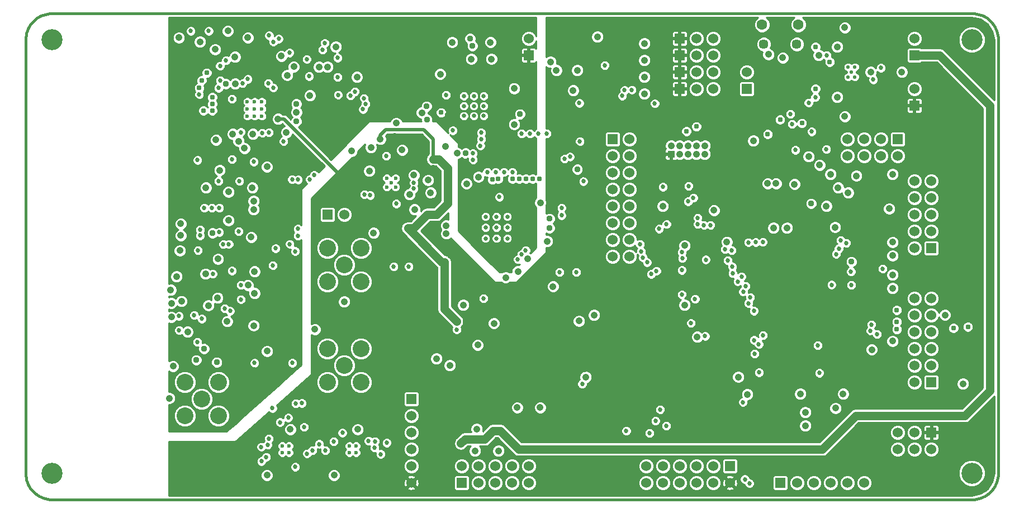
<source format=gbr>
G04 (created by PCBNEW-RS274X (2012-01-19 BZR 3256)-stable) date 21/09/2012 20:47:58*
G01*
G70*
G90*
%MOIN*%
G04 Gerber Fmt 3.4, Leading zero omitted, Abs format*
%FSLAX34Y34*%
G04 APERTURE LIST*
%ADD10C,0.006000*%
%ADD11C,0.015000*%
%ADD12C,0.063000*%
%ADD13C,0.057100*%
%ADD14C,0.023000*%
%ADD15C,0.023600*%
%ADD16C,0.025000*%
%ADD17R,0.060000X0.060000*%
%ADD18C,0.060000*%
%ADD19R,0.042000X0.042000*%
%ADD20C,0.042000*%
%ADD21C,0.100000*%
%ADD22C,0.126000*%
%ADD23C,0.031000*%
%ADD24C,0.027000*%
%ADD25C,0.037000*%
%ADD26C,0.050000*%
%ADD27C,0.020000*%
%ADD28C,0.010000*%
G04 APERTURE END LIST*
G54D10*
G54D11*
X26075Y-21500D02*
X80975Y-21500D01*
X26075Y-50500D02*
X80925Y-50500D01*
X24500Y-23075D02*
X24500Y-48925D01*
X82500Y-23075D02*
X82500Y-48925D01*
X82500Y-23075D02*
X82494Y-22938D01*
X82476Y-22802D01*
X82446Y-22668D01*
X82405Y-22537D01*
X82352Y-22410D01*
X82288Y-22288D01*
X82215Y-22172D01*
X82131Y-22063D01*
X82038Y-21962D01*
X81937Y-21869D01*
X81828Y-21785D01*
X81712Y-21712D01*
X81590Y-21648D01*
X81463Y-21595D01*
X81332Y-21554D01*
X81198Y-21524D01*
X81062Y-21506D01*
X80925Y-21500D01*
X80925Y-50500D02*
X81062Y-50494D01*
X81198Y-50476D01*
X81332Y-50446D01*
X81463Y-50405D01*
X81590Y-50352D01*
X81712Y-50288D01*
X81828Y-50215D01*
X81937Y-50131D01*
X82038Y-50038D01*
X82131Y-49937D01*
X82215Y-49828D01*
X82288Y-49712D01*
X82352Y-49590D01*
X82405Y-49463D01*
X82446Y-49332D01*
X82476Y-49198D01*
X82494Y-49062D01*
X82500Y-48925D01*
X24500Y-48925D02*
X24506Y-49062D01*
X24524Y-49198D01*
X24554Y-49332D01*
X24595Y-49463D01*
X24648Y-49590D01*
X24712Y-49712D01*
X24785Y-49828D01*
X24869Y-49937D01*
X24962Y-50038D01*
X25063Y-50131D01*
X25172Y-50215D01*
X25288Y-50288D01*
X25410Y-50352D01*
X25537Y-50405D01*
X25668Y-50446D01*
X25802Y-50476D01*
X25938Y-50494D01*
X26075Y-50500D01*
X26075Y-21500D02*
X25938Y-21506D01*
X25802Y-21524D01*
X25668Y-21554D01*
X25537Y-21595D01*
X25410Y-21648D01*
X25288Y-21712D01*
X25172Y-21785D01*
X25063Y-21869D01*
X24962Y-21962D01*
X24869Y-22063D01*
X24785Y-22172D01*
X24712Y-22288D01*
X24648Y-22410D01*
X24595Y-22537D01*
X24554Y-22668D01*
X24524Y-22802D01*
X24506Y-22938D01*
X24500Y-23075D01*
G54D12*
X70583Y-22169D03*
X68417Y-22169D03*
G54D13*
X70479Y-23339D03*
X68521Y-23339D03*
G54D14*
X73750Y-25000D03*
X73947Y-24705D03*
X73553Y-24705D03*
X73553Y-25295D03*
X73947Y-25295D03*
G54D15*
X44202Y-47702D03*
X43798Y-47702D03*
X43798Y-47298D03*
X44202Y-47298D03*
X40202Y-47702D03*
X39798Y-47702D03*
X39798Y-47298D03*
X40202Y-47298D03*
G54D16*
X52575Y-34275D03*
X52575Y-33625D03*
X53225Y-33625D03*
X53225Y-34275D03*
X53225Y-34925D03*
X52575Y-34925D03*
X51925Y-34925D03*
X51925Y-34275D03*
X51925Y-33625D03*
X51225Y-27025D03*
X51225Y-26431D03*
X51819Y-26431D03*
X51819Y-27025D03*
X51819Y-27619D03*
X51225Y-27619D03*
X50631Y-27619D03*
X50631Y-27025D03*
X50631Y-26431D03*
G54D15*
X38150Y-27200D03*
X37717Y-27200D03*
X37717Y-26767D03*
X38150Y-26767D03*
X38583Y-26767D03*
X38583Y-27200D03*
X38583Y-27633D03*
X38150Y-27633D03*
X37717Y-27633D03*
X46300Y-31600D03*
X46039Y-31339D03*
X46561Y-31339D03*
X46561Y-31861D03*
X46039Y-31861D03*
G54D17*
X59500Y-29000D03*
G54D18*
X60500Y-29000D03*
X59500Y-30000D03*
X60500Y-30000D03*
X59500Y-31000D03*
X60500Y-31000D03*
X59500Y-32000D03*
X60500Y-32000D03*
X59500Y-33000D03*
X60500Y-33000D03*
X59500Y-34000D03*
X60500Y-34000D03*
X59500Y-35000D03*
X60500Y-35000D03*
X59500Y-36000D03*
X60500Y-36000D03*
G54D17*
X66500Y-48500D03*
G54D18*
X66500Y-49500D03*
X65500Y-48500D03*
X65500Y-49500D03*
X64500Y-48500D03*
X64500Y-49500D03*
X63500Y-48500D03*
X63500Y-49500D03*
X62500Y-48500D03*
X62500Y-49500D03*
X61500Y-48500D03*
X61500Y-49500D03*
G54D17*
X78500Y-43500D03*
G54D18*
X77500Y-43500D03*
X78500Y-42500D03*
X77500Y-42500D03*
X78500Y-41500D03*
X77500Y-41500D03*
X78500Y-40500D03*
X77500Y-40500D03*
X78500Y-39500D03*
X77500Y-39500D03*
X78500Y-38500D03*
X77500Y-38500D03*
G54D17*
X78500Y-35500D03*
G54D18*
X77500Y-35500D03*
X78500Y-34500D03*
X77500Y-34500D03*
X78500Y-33500D03*
X77500Y-33500D03*
X78500Y-32500D03*
X77500Y-32500D03*
X78500Y-31500D03*
X77500Y-31500D03*
G54D17*
X50500Y-49500D03*
G54D18*
X50500Y-48500D03*
X51500Y-49500D03*
X51500Y-48500D03*
X52500Y-49500D03*
X52500Y-48500D03*
X53500Y-49500D03*
X53500Y-48500D03*
X54500Y-49500D03*
X54500Y-48500D03*
G54D17*
X76500Y-29000D03*
G54D18*
X76500Y-30000D03*
X75500Y-29000D03*
X75500Y-30000D03*
X74500Y-29000D03*
X74500Y-30000D03*
X73500Y-29000D03*
X73500Y-30000D03*
G54D17*
X78510Y-46500D03*
G54D18*
X78510Y-47500D03*
X77510Y-46500D03*
X77510Y-47500D03*
X76510Y-46500D03*
X76510Y-47500D03*
G54D17*
X69500Y-49500D03*
G54D18*
X70500Y-49500D03*
X71500Y-49500D03*
X72500Y-49500D03*
X73500Y-49500D03*
X74500Y-49500D03*
G54D17*
X47500Y-44500D03*
G54D18*
X47500Y-45500D03*
X47500Y-46500D03*
X47500Y-47500D03*
X47500Y-48500D03*
X47500Y-49500D03*
G54D17*
X63500Y-24000D03*
G54D18*
X64500Y-24000D03*
X65500Y-24000D03*
G54D17*
X63500Y-23000D03*
G54D18*
X64500Y-23000D03*
X65500Y-23000D03*
G54D17*
X63500Y-25000D03*
G54D18*
X64500Y-25000D03*
X65500Y-25000D03*
G54D17*
X63500Y-26000D03*
G54D18*
X64500Y-26000D03*
X65500Y-26000D03*
G54D17*
X67500Y-26000D03*
G54D18*
X67500Y-25000D03*
G54D19*
X63000Y-29900D03*
G54D20*
X63000Y-29400D03*
X63500Y-29900D03*
X63500Y-29400D03*
X64000Y-29900D03*
X64000Y-29400D03*
X64500Y-29900D03*
X64500Y-29400D03*
X65000Y-29900D03*
X65000Y-29400D03*
G54D21*
X43500Y-36500D03*
X42500Y-37500D03*
X44500Y-37500D03*
X44500Y-35500D03*
X42500Y-35500D03*
X35000Y-44500D03*
X36000Y-43500D03*
X34000Y-43500D03*
X34000Y-45500D03*
X36000Y-45500D03*
X43500Y-42500D03*
X42500Y-43500D03*
X44500Y-43500D03*
X44500Y-41500D03*
X42500Y-41500D03*
G54D22*
X26075Y-23075D03*
X26075Y-48925D03*
X80925Y-48925D03*
X80925Y-23075D03*
G54D17*
X54500Y-24000D03*
G54D18*
X54500Y-23000D03*
G54D17*
X77500Y-24000D03*
G54D18*
X77500Y-23000D03*
G54D17*
X77500Y-27000D03*
G54D18*
X77500Y-26000D03*
G54D17*
X42500Y-33500D03*
G54D18*
X43500Y-33500D03*
G54D20*
X48800Y-30200D03*
X47300Y-34310D03*
X48450Y-33500D03*
X50450Y-47150D03*
X50200Y-39880D03*
G54D23*
X49470Y-36330D03*
G54D20*
X45650Y-29000D03*
X52800Y-46400D03*
G54D24*
X56460Y-33110D03*
X53850Y-36180D03*
X54060Y-35880D03*
X56460Y-33550D03*
G54D20*
X47400Y-32300D03*
X47650Y-31150D03*
G54D24*
X44950Y-47000D03*
X38930Y-47230D03*
X38850Y-47960D03*
X39020Y-22820D03*
X45310Y-47400D03*
X43100Y-24150D03*
X42340Y-23280D03*
X40250Y-35260D03*
X45670Y-47790D03*
X36620Y-35260D03*
X35420Y-22550D03*
X44680Y-26560D03*
X34900Y-34400D03*
X37330Y-28590D03*
X34780Y-35640D03*
X40410Y-42350D03*
X38150Y-42350D03*
X38600Y-28630D03*
X41450Y-31410D03*
X37340Y-37710D03*
X33650Y-40400D03*
X39010Y-28610D03*
X45330Y-47030D03*
X40570Y-35690D03*
X46030Y-47120D03*
X41710Y-31150D03*
X36370Y-39100D03*
X35010Y-39720D03*
X43130Y-26360D03*
X38970Y-25670D03*
X36050Y-34550D03*
X36000Y-31500D03*
X34750Y-30250D03*
X36810Y-26610D03*
X42870Y-47040D03*
X40600Y-44770D03*
X40740Y-34770D03*
X37200Y-34500D03*
X40730Y-34350D03*
X40970Y-44750D03*
X43390Y-46520D03*
X37250Y-31500D03*
X39590Y-23020D03*
X41600Y-47570D03*
X42200Y-23670D03*
X34350Y-22550D03*
X40580Y-48550D03*
X43098Y-25298D03*
X38100Y-30350D03*
X40390Y-31410D03*
X40230Y-23850D03*
X41410Y-25250D03*
X43870Y-26410D03*
X34550Y-39500D03*
X38550Y-47360D03*
X35660Y-37040D03*
X33650Y-39550D03*
X41280Y-47760D03*
X36280Y-35280D03*
X34900Y-34750D03*
X39400Y-35520D03*
X38560Y-48220D03*
X42370Y-47570D03*
X36810Y-30200D03*
X39260Y-25930D03*
X42000Y-47190D03*
X40750Y-31420D03*
X36450Y-24300D03*
X41260Y-24230D03*
X39270Y-23190D03*
X40160Y-45620D03*
X39000Y-46870D03*
X44130Y-26170D03*
X37340Y-38560D03*
X39670Y-45890D03*
X34740Y-41100D03*
X36690Y-39250D03*
X39220Y-45050D03*
X41100Y-46180D03*
X39240Y-36530D03*
X36800Y-36850D03*
X63630Y-35750D03*
X61140Y-35260D03*
X61210Y-35700D03*
X63660Y-36110D03*
X66210Y-35570D03*
X61310Y-36060D03*
X66610Y-35640D03*
X61560Y-36350D03*
X62700Y-46100D03*
X62060Y-45810D03*
X62330Y-45130D03*
X57690Y-43610D03*
X61710Y-46540D03*
X75500Y-24750D03*
X71740Y-41300D03*
X72250Y-29600D03*
X73110Y-35040D03*
X73430Y-35210D03*
X75610Y-36730D03*
X73720Y-36910D03*
X72830Y-35860D03*
X72990Y-35540D03*
X75270Y-40640D03*
X74930Y-40070D03*
X74880Y-40430D03*
G54D20*
X72250Y-33000D03*
X76000Y-33150D03*
G54D24*
X73740Y-37710D03*
X72560Y-37690D03*
X65330Y-34130D03*
X64320Y-32500D03*
X67610Y-38790D03*
X66370Y-36240D03*
X66660Y-37010D03*
X66960Y-37490D03*
X67440Y-37760D03*
X67290Y-38100D03*
X67710Y-38440D03*
X66650Y-36620D03*
X67190Y-37210D03*
X64580Y-33700D03*
X62720Y-34080D03*
X62280Y-34350D03*
X64580Y-34080D03*
G54D23*
X79830Y-40270D03*
X80690Y-40200D03*
X76450Y-40350D03*
X76450Y-39200D03*
X76450Y-39900D03*
X63910Y-28530D03*
X64500Y-28250D03*
G54D24*
X68240Y-42920D03*
X67280Y-44690D03*
G54D20*
X49800Y-42500D03*
X51400Y-46300D03*
G54D24*
X71380Y-28550D03*
X71830Y-42950D03*
X57340Y-36940D03*
X54320Y-35640D03*
X56340Y-36940D03*
X64180Y-39980D03*
X51180Y-30230D03*
X65020Y-40750D03*
X47650Y-31600D03*
X51800Y-38500D03*
X52750Y-32450D03*
X50200Y-40360D03*
X47650Y-31950D03*
G54D20*
X38100Y-32700D03*
X69100Y-34300D03*
X33190Y-38790D03*
X33800Y-38670D03*
X49000Y-42100D03*
G54D23*
X34850Y-25950D03*
G54D20*
X38150Y-36900D03*
G54D25*
X48415Y-27045D03*
G54D24*
X54575Y-28675D03*
G54D23*
X35630Y-26900D03*
G54D25*
X35890Y-42320D03*
G54D20*
X33750Y-34050D03*
X58400Y-39500D03*
X57900Y-43200D03*
X44300Y-46320D03*
X73250Y-44200D03*
X33290Y-42550D03*
X53635Y-28125D03*
X80400Y-43600D03*
X36600Y-32150D03*
X76200Y-35950D03*
G54D25*
X73750Y-36320D03*
G54D20*
X34160Y-40500D03*
G54D25*
X48425Y-27825D03*
G54D20*
X35850Y-29050D03*
X45250Y-34600D03*
X72770Y-34260D03*
G54D23*
X70790Y-28050D03*
G54D20*
X65550Y-33250D03*
G54D24*
X55075Y-28675D03*
G54D25*
X35650Y-34600D03*
G54D20*
X38150Y-38200D03*
G54D25*
X51005Y-23005D03*
G54D20*
X61400Y-25300D03*
X43940Y-29720D03*
X49935Y-23225D03*
X33750Y-34750D03*
X55200Y-32800D03*
X71200Y-30040D03*
G54D23*
X35000Y-25500D03*
G54D20*
X40100Y-25190D03*
X35400Y-38930D03*
X45000Y-30900D03*
X67000Y-43190D03*
X43000Y-23500D03*
G54D23*
X53525Y-31375D03*
G54D20*
X33150Y-38000D03*
X52215Y-23225D03*
X62500Y-33000D03*
X58600Y-22900D03*
X51505Y-31265D03*
X57150Y-26100D03*
X72900Y-26500D03*
X35230Y-37040D03*
X61400Y-26300D03*
G54D24*
X70100Y-27500D03*
G54D20*
X53810Y-45010D03*
G54D24*
X55575Y-28675D03*
G54D20*
X50225Y-29835D03*
G54D23*
X71600Y-26000D03*
G54D24*
X52525Y-30975D03*
G54D23*
X52325Y-31415D03*
G54D20*
X57400Y-24900D03*
X72900Y-23500D03*
G54D25*
X34680Y-42180D03*
X55750Y-34300D03*
G54D20*
X61400Y-24300D03*
G54D25*
X50725Y-29835D03*
G54D20*
X37000Y-25700D03*
X36510Y-39870D03*
X71000Y-45300D03*
X71800Y-24000D03*
X37550Y-29550D03*
G54D23*
X54725Y-31375D03*
G54D20*
X76200Y-31100D03*
X36070Y-30860D03*
X48500Y-31450D03*
G54D25*
X51145Y-23445D03*
G54D20*
X38050Y-28700D03*
X70700Y-44200D03*
G54D24*
X36050Y-33100D03*
G54D20*
X40650Y-27400D03*
G54D24*
X53525Y-30975D03*
G54D20*
X71850Y-30550D03*
X63800Y-38900D03*
X35970Y-36150D03*
G54D23*
X53925Y-31375D03*
X54325Y-31375D03*
G54D20*
X37200Y-29130D03*
G54D23*
X72450Y-24400D03*
G54D20*
X49580Y-34640D03*
X39750Y-24050D03*
X33190Y-39620D03*
X79330Y-39490D03*
X55800Y-24400D03*
X38890Y-30650D03*
X43500Y-38700D03*
X46600Y-28050D03*
G54D23*
X71600Y-23500D03*
G54D20*
X67900Y-29100D03*
X50600Y-38900D03*
X52275Y-24225D03*
X76200Y-37100D03*
G54D23*
X55125Y-31375D03*
G54D20*
X38900Y-41650D03*
X35250Y-31900D03*
X41750Y-40350D03*
X36600Y-33850D03*
G54D23*
X35630Y-26500D03*
G54D20*
X73350Y-27650D03*
X47690Y-33200D03*
X37760Y-37710D03*
G54D23*
X52685Y-31375D03*
G54D20*
X45090Y-29500D03*
G54D23*
X35100Y-27300D03*
G54D20*
X71000Y-46100D03*
X44260Y-25300D03*
X33700Y-35650D03*
X52700Y-47600D03*
X48650Y-32200D03*
X56150Y-24900D03*
X38890Y-49050D03*
X66310Y-35140D03*
X35800Y-23650D03*
X70350Y-31690D03*
X74960Y-41560D03*
X69250Y-31650D03*
X42890Y-49050D03*
X40490Y-24680D03*
X69650Y-24150D03*
X36980Y-24100D03*
X74900Y-25000D03*
X53635Y-25975D03*
X68750Y-31650D03*
X61400Y-23300D03*
X38100Y-33200D03*
X38010Y-31900D03*
X76750Y-25000D03*
X73550Y-32200D03*
X57500Y-39850D03*
G54D24*
X35150Y-33100D03*
G54D20*
X76200Y-37900D03*
G54D25*
X53985Y-27515D03*
G54D20*
X63800Y-35350D03*
X74040Y-31190D03*
X52430Y-39990D03*
X51300Y-47600D03*
X46950Y-29650D03*
X35940Y-38470D03*
X42500Y-24700D03*
X54450Y-36150D03*
X53130Y-37260D03*
G54D25*
X57400Y-30800D03*
G54D20*
X49225Y-25125D03*
G54D25*
X40650Y-27950D03*
G54D20*
X68800Y-23950D03*
X72950Y-31900D03*
X67540Y-44230D03*
X76200Y-35150D03*
X34900Y-23200D03*
X73350Y-22350D03*
X55180Y-45010D03*
X48125Y-27425D03*
X72500Y-31100D03*
G54D25*
X55750Y-33750D03*
G54D20*
X64550Y-40800D03*
G54D23*
X35630Y-27300D03*
G54D20*
X37750Y-22950D03*
X40280Y-46320D03*
G54D25*
X35140Y-41500D03*
G54D20*
X33070Y-44460D03*
X36850Y-28700D03*
X55950Y-37790D03*
X41450Y-26400D03*
X51075Y-24225D03*
X49525Y-29435D03*
X51460Y-41280D03*
X55600Y-35100D03*
X69900Y-34300D03*
X38100Y-40130D03*
G54D24*
X35600Y-33100D03*
X53025Y-30975D03*
G54D20*
X42000Y-24700D03*
G54D25*
X36450Y-25700D03*
G54D20*
X37950Y-34850D03*
X76200Y-41050D03*
G54D24*
X54075Y-28675D03*
G54D23*
X35300Y-25050D03*
G54D25*
X71350Y-32850D03*
G54D20*
X33500Y-37200D03*
X50795Y-31665D03*
X36560Y-22550D03*
G54D24*
X52025Y-30975D03*
G54D20*
X40050Y-28600D03*
G54D25*
X40650Y-26900D03*
G54D20*
X53860Y-36890D03*
X49580Y-34160D03*
X72800Y-45050D03*
X33640Y-22950D03*
G54D24*
X51620Y-29390D03*
X70400Y-29650D03*
X36100Y-25500D03*
X61800Y-37050D03*
X37430Y-25680D03*
X63630Y-38280D03*
X60080Y-26420D03*
X62120Y-36860D03*
X64420Y-38540D03*
X36090Y-24630D03*
X37750Y-25420D03*
X60220Y-26080D03*
X67390Y-49290D03*
X68480Y-40710D03*
X44780Y-26900D03*
X36000Y-25950D03*
X67660Y-49530D03*
X34850Y-26330D03*
X67970Y-41810D03*
X44620Y-27220D03*
X39880Y-29130D03*
X46000Y-30000D03*
X71590Y-26500D03*
X75050Y-25450D03*
X71190Y-26830D03*
X72270Y-24000D03*
G54D23*
X69490Y-27840D03*
X68750Y-28710D03*
G54D24*
X64940Y-34130D03*
X60650Y-26060D03*
X64010Y-32720D03*
X59030Y-24610D03*
X51670Y-28620D03*
X70210Y-28110D03*
X68460Y-35140D03*
X56960Y-30050D03*
X44700Y-32300D03*
X46450Y-36600D03*
X68220Y-41230D03*
X47350Y-36600D03*
X45050Y-32350D03*
X67940Y-40990D03*
X46600Y-32850D03*
X60320Y-46400D03*
X51180Y-29850D03*
X65060Y-36190D03*
X57760Y-31520D03*
X57550Y-29130D03*
X51670Y-29010D03*
X63630Y-36820D03*
X64030Y-31800D03*
X57520Y-26850D03*
X62020Y-26880D03*
X67930Y-39250D03*
X49575Y-26375D03*
X56630Y-30180D03*
X68040Y-35150D03*
G54D20*
X54570Y-33380D03*
X37450Y-24500D03*
G54D23*
X49565Y-27045D03*
X53525Y-32475D03*
X52945Y-27695D03*
G54D20*
X54400Y-35100D03*
X37600Y-41150D03*
G54D23*
X49625Y-27585D03*
G54D20*
X33610Y-36600D03*
G54D25*
X50615Y-28785D03*
G54D20*
X39250Y-25300D03*
X39570Y-27010D03*
X54500Y-34300D03*
X49625Y-25925D03*
X51525Y-32465D03*
G54D24*
X52895Y-26425D03*
G54D20*
X38150Y-42800D03*
G54D25*
X36640Y-27250D03*
G54D20*
X35250Y-36400D03*
X53140Y-36100D03*
X52275Y-25415D03*
X51075Y-25405D03*
G54D25*
X52275Y-32475D03*
G54D24*
X52825Y-27335D03*
G54D20*
X65000Y-38900D03*
X50450Y-45900D03*
X43710Y-48650D03*
G54D23*
X72560Y-25570D03*
G54D20*
X75000Y-35950D03*
X55600Y-38600D03*
X39550Y-27800D03*
X70378Y-32904D03*
X48340Y-29160D03*
G54D25*
X44850Y-33300D03*
G54D20*
X81250Y-43200D03*
X48800Y-30750D03*
X67350Y-29600D03*
X75000Y-35150D03*
X58050Y-40400D03*
X64050Y-37540D03*
X57200Y-22200D03*
X75000Y-37100D03*
X65030Y-35270D03*
G54D23*
X49275Y-27415D03*
X49820Y-35960D03*
G54D20*
X46730Y-34310D03*
X65000Y-41250D03*
X66640Y-30840D03*
X62900Y-33550D03*
X72810Y-32920D03*
X66350Y-33100D03*
X69700Y-48250D03*
G54D25*
X44300Y-32400D03*
G54D20*
X46450Y-37750D03*
X42200Y-38750D03*
X73250Y-43000D03*
X57850Y-42700D03*
X73700Y-48250D03*
X56300Y-25800D03*
X63500Y-27740D03*
X45660Y-30400D03*
X48800Y-32700D03*
X70700Y-43000D03*
X67540Y-43020D03*
X78150Y-37100D03*
X47350Y-37750D03*
X68750Y-32850D03*
G54D23*
X71190Y-28050D03*
G54D20*
X39710Y-48650D03*
X75000Y-41050D03*
X75000Y-37900D03*
X46500Y-28850D03*
X64990Y-31000D03*
G54D24*
X62500Y-31850D03*
X67610Y-35160D03*
X49975Y-28485D03*
G54D26*
X72000Y-47500D02*
X56000Y-47500D01*
X49660Y-32840D02*
X49660Y-30730D01*
X47640Y-34310D02*
X48450Y-33500D01*
X74000Y-45500D02*
X72000Y-47500D01*
G54D27*
X48240Y-28450D02*
X48800Y-29010D01*
G54D26*
X82000Y-44000D02*
X80500Y-45500D01*
X49000Y-33500D02*
X49660Y-32840D01*
X50700Y-46900D02*
X50450Y-47150D01*
X53900Y-47500D02*
X52800Y-46400D01*
X47300Y-34310D02*
X47340Y-34310D01*
G54D27*
X48800Y-29010D02*
X48800Y-30200D01*
G54D26*
X49470Y-36330D02*
X49320Y-36330D01*
X51880Y-46900D02*
X50700Y-46900D01*
X52800Y-46400D02*
X52380Y-46400D01*
X48450Y-33500D02*
X49000Y-33500D01*
X49320Y-36330D02*
X47300Y-34310D01*
X82000Y-27000D02*
X82000Y-44000D01*
X49470Y-39150D02*
X50200Y-39880D01*
X56000Y-47500D02*
X53900Y-47500D01*
X49130Y-30200D02*
X48800Y-30200D01*
X79000Y-24000D02*
X82000Y-27000D01*
X52380Y-46400D02*
X51880Y-46900D01*
G54D27*
X45650Y-28760D02*
X45960Y-28450D01*
G54D26*
X47340Y-34310D02*
X47640Y-34310D01*
X77500Y-24000D02*
X79000Y-24000D01*
G54D27*
X45650Y-29000D02*
X45650Y-28760D01*
X45960Y-28450D02*
X48240Y-28450D01*
G54D26*
X80500Y-45500D02*
X74000Y-45500D01*
X49470Y-36330D02*
X49470Y-39150D01*
X49660Y-30730D02*
X49130Y-30200D01*
G54D27*
X44300Y-32200D02*
X44300Y-32400D01*
X39550Y-27800D02*
X39900Y-27800D01*
X39900Y-27800D02*
X44300Y-32200D01*
G54D10*
G36*
X82255Y-48903D02*
X82149Y-49431D01*
X81862Y-49862D01*
X81724Y-49954D01*
X81724Y-49085D01*
X81724Y-48767D01*
X81603Y-48473D01*
X81378Y-48248D01*
X81085Y-48126D01*
X80767Y-48126D01*
X80473Y-48247D01*
X80248Y-48472D01*
X80126Y-48765D01*
X80126Y-49083D01*
X80247Y-49377D01*
X80472Y-49602D01*
X80765Y-49724D01*
X81083Y-49724D01*
X81377Y-49603D01*
X81602Y-49378D01*
X81724Y-49085D01*
X81724Y-49954D01*
X81433Y-50148D01*
X80901Y-50255D01*
X78980Y-50255D01*
X78980Y-47594D01*
X78980Y-47407D01*
X78980Y-46834D01*
X78980Y-46766D01*
X78980Y-46592D01*
X78980Y-46408D01*
X78980Y-46234D01*
X78980Y-46166D01*
X78954Y-46104D01*
X78906Y-46056D01*
X78844Y-46030D01*
X78602Y-46030D01*
X78560Y-46072D01*
X78560Y-46450D01*
X78938Y-46450D01*
X78980Y-46408D01*
X78980Y-46592D01*
X78938Y-46550D01*
X78560Y-46550D01*
X78560Y-46928D01*
X78602Y-46970D01*
X78844Y-46970D01*
X78906Y-46944D01*
X78954Y-46896D01*
X78980Y-46834D01*
X78980Y-47407D01*
X78909Y-47234D01*
X78777Y-47102D01*
X78604Y-47030D01*
X78460Y-47030D01*
X78460Y-46928D01*
X78460Y-46550D01*
X78460Y-46450D01*
X78460Y-46072D01*
X78418Y-46030D01*
X78176Y-46030D01*
X78114Y-46056D01*
X78066Y-46104D01*
X78040Y-46166D01*
X78040Y-46234D01*
X78040Y-46408D01*
X78082Y-46450D01*
X78460Y-46450D01*
X78460Y-46550D01*
X78082Y-46550D01*
X78040Y-46592D01*
X78040Y-46766D01*
X78040Y-46834D01*
X78066Y-46896D01*
X78114Y-46944D01*
X78176Y-46970D01*
X78418Y-46970D01*
X78460Y-46928D01*
X78460Y-47030D01*
X78417Y-47030D01*
X78244Y-47101D01*
X78112Y-47233D01*
X78040Y-47406D01*
X78040Y-47593D01*
X78111Y-47766D01*
X78243Y-47898D01*
X78416Y-47970D01*
X78603Y-47970D01*
X78776Y-47899D01*
X78908Y-47767D01*
X78980Y-47594D01*
X78980Y-50255D01*
X77980Y-50255D01*
X77980Y-47594D01*
X77980Y-47407D01*
X77980Y-46594D01*
X77980Y-46407D01*
X77909Y-46234D01*
X77777Y-46102D01*
X77604Y-46030D01*
X77417Y-46030D01*
X77244Y-46101D01*
X77112Y-46233D01*
X77040Y-46406D01*
X77040Y-46593D01*
X77111Y-46766D01*
X77243Y-46898D01*
X77416Y-46970D01*
X77603Y-46970D01*
X77776Y-46899D01*
X77908Y-46767D01*
X77980Y-46594D01*
X77980Y-47407D01*
X77909Y-47234D01*
X77777Y-47102D01*
X77604Y-47030D01*
X77417Y-47030D01*
X77244Y-47101D01*
X77112Y-47233D01*
X77040Y-47406D01*
X77040Y-47593D01*
X77111Y-47766D01*
X77243Y-47898D01*
X77416Y-47970D01*
X77603Y-47970D01*
X77776Y-47899D01*
X77908Y-47767D01*
X77980Y-47594D01*
X77980Y-50255D01*
X76980Y-50255D01*
X76980Y-47594D01*
X76980Y-47407D01*
X76980Y-46594D01*
X76980Y-46407D01*
X76909Y-46234D01*
X76777Y-46102D01*
X76604Y-46030D01*
X76417Y-46030D01*
X76244Y-46101D01*
X76112Y-46233D01*
X76040Y-46406D01*
X76040Y-46593D01*
X76111Y-46766D01*
X76243Y-46898D01*
X76416Y-46970D01*
X76603Y-46970D01*
X76776Y-46899D01*
X76908Y-46767D01*
X76980Y-46594D01*
X76980Y-47407D01*
X76909Y-47234D01*
X76777Y-47102D01*
X76604Y-47030D01*
X76417Y-47030D01*
X76244Y-47101D01*
X76112Y-47233D01*
X76040Y-47406D01*
X76040Y-47593D01*
X76111Y-47766D01*
X76243Y-47898D01*
X76416Y-47970D01*
X76603Y-47970D01*
X76776Y-47899D01*
X76908Y-47767D01*
X76980Y-47594D01*
X76980Y-50255D01*
X74970Y-50255D01*
X74970Y-49594D01*
X74970Y-49407D01*
X74899Y-49234D01*
X74767Y-49102D01*
X74594Y-49030D01*
X74407Y-49030D01*
X74234Y-49101D01*
X74102Y-49233D01*
X74030Y-49406D01*
X74030Y-49593D01*
X74101Y-49766D01*
X74233Y-49898D01*
X74406Y-49970D01*
X74593Y-49970D01*
X74766Y-49899D01*
X74898Y-49767D01*
X74970Y-49594D01*
X74970Y-50255D01*
X73970Y-50255D01*
X73970Y-49594D01*
X73970Y-49407D01*
X73899Y-49234D01*
X73767Y-49102D01*
X73594Y-49030D01*
X73407Y-49030D01*
X73234Y-49101D01*
X73102Y-49233D01*
X73030Y-49406D01*
X73030Y-49593D01*
X73101Y-49766D01*
X73233Y-49898D01*
X73406Y-49970D01*
X73593Y-49970D01*
X73766Y-49899D01*
X73898Y-49767D01*
X73970Y-49594D01*
X73970Y-50255D01*
X72970Y-50255D01*
X72970Y-49594D01*
X72970Y-49407D01*
X72899Y-49234D01*
X72767Y-49102D01*
X72594Y-49030D01*
X72407Y-49030D01*
X72234Y-49101D01*
X72102Y-49233D01*
X72030Y-49406D01*
X72030Y-49593D01*
X72101Y-49766D01*
X72233Y-49898D01*
X72406Y-49970D01*
X72593Y-49970D01*
X72766Y-49899D01*
X72898Y-49767D01*
X72970Y-49594D01*
X72970Y-50255D01*
X71970Y-50255D01*
X71970Y-49594D01*
X71970Y-49407D01*
X71899Y-49234D01*
X71767Y-49102D01*
X71594Y-49030D01*
X71407Y-49030D01*
X71234Y-49101D01*
X71102Y-49233D01*
X71030Y-49406D01*
X71030Y-49593D01*
X71101Y-49766D01*
X71233Y-49898D01*
X71406Y-49970D01*
X71593Y-49970D01*
X71766Y-49899D01*
X71898Y-49767D01*
X71970Y-49594D01*
X71970Y-50255D01*
X70970Y-50255D01*
X70970Y-49594D01*
X70970Y-49407D01*
X70899Y-49234D01*
X70767Y-49102D01*
X70594Y-49030D01*
X70407Y-49030D01*
X70234Y-49101D01*
X70102Y-49233D01*
X70030Y-49406D01*
X70030Y-49593D01*
X70101Y-49766D01*
X70233Y-49898D01*
X70406Y-49970D01*
X70593Y-49970D01*
X70766Y-49899D01*
X70898Y-49767D01*
X70970Y-49594D01*
X70970Y-50255D01*
X69970Y-50255D01*
X69970Y-49834D01*
X69970Y-49766D01*
X69970Y-49166D01*
X69944Y-49104D01*
X69896Y-49056D01*
X69834Y-49030D01*
X69766Y-49030D01*
X69166Y-49030D01*
X69104Y-49056D01*
X69056Y-49104D01*
X69030Y-49166D01*
X69030Y-49234D01*
X69030Y-49834D01*
X69056Y-49896D01*
X69104Y-49944D01*
X69166Y-49970D01*
X69234Y-49970D01*
X69834Y-49970D01*
X69896Y-49944D01*
X69944Y-49896D01*
X69970Y-49834D01*
X69970Y-50255D01*
X67964Y-50255D01*
X67964Y-49591D01*
X67964Y-49470D01*
X67918Y-49358D01*
X67833Y-49273D01*
X67721Y-49226D01*
X67692Y-49226D01*
X67648Y-49118D01*
X67563Y-49033D01*
X67451Y-48986D01*
X67330Y-48986D01*
X67218Y-49032D01*
X67133Y-49117D01*
X67086Y-49229D01*
X67086Y-49350D01*
X67132Y-49462D01*
X67217Y-49547D01*
X67329Y-49594D01*
X67357Y-49594D01*
X67402Y-49702D01*
X67487Y-49787D01*
X67599Y-49834D01*
X67720Y-49834D01*
X67832Y-49788D01*
X67917Y-49703D01*
X67964Y-49591D01*
X67964Y-50255D01*
X66970Y-50255D01*
X66970Y-48834D01*
X66970Y-48766D01*
X66970Y-48166D01*
X66944Y-48104D01*
X66896Y-48056D01*
X66834Y-48030D01*
X66766Y-48030D01*
X66166Y-48030D01*
X66104Y-48056D01*
X66056Y-48104D01*
X66030Y-48166D01*
X66030Y-48234D01*
X66030Y-48834D01*
X66056Y-48896D01*
X66104Y-48944D01*
X66166Y-48970D01*
X66234Y-48970D01*
X66834Y-48970D01*
X66896Y-48944D01*
X66944Y-48896D01*
X66970Y-48834D01*
X66970Y-50255D01*
X66965Y-50255D01*
X66965Y-49561D01*
X66953Y-49378D01*
X66907Y-49266D01*
X66836Y-49235D01*
X66765Y-49306D01*
X66765Y-49164D01*
X66734Y-49093D01*
X66561Y-49035D01*
X66378Y-49047D01*
X66266Y-49093D01*
X66235Y-49164D01*
X66500Y-49429D01*
X66765Y-49164D01*
X66765Y-49306D01*
X66571Y-49500D01*
X66836Y-49765D01*
X66907Y-49734D01*
X66965Y-49561D01*
X66965Y-50255D01*
X66765Y-50255D01*
X66765Y-49836D01*
X66500Y-49571D01*
X66429Y-49642D01*
X66429Y-49500D01*
X66164Y-49235D01*
X66093Y-49266D01*
X66035Y-49439D01*
X66047Y-49622D01*
X66093Y-49734D01*
X66164Y-49765D01*
X66429Y-49500D01*
X66429Y-49642D01*
X66235Y-49836D01*
X66266Y-49907D01*
X66439Y-49965D01*
X66622Y-49953D01*
X66734Y-49907D01*
X66765Y-49836D01*
X66765Y-50255D01*
X65970Y-50255D01*
X65970Y-49594D01*
X65970Y-49407D01*
X65970Y-48594D01*
X65970Y-48407D01*
X65899Y-48234D01*
X65767Y-48102D01*
X65594Y-48030D01*
X65407Y-48030D01*
X65234Y-48101D01*
X65102Y-48233D01*
X65030Y-48406D01*
X65030Y-48593D01*
X65101Y-48766D01*
X65233Y-48898D01*
X65406Y-48970D01*
X65593Y-48970D01*
X65766Y-48899D01*
X65898Y-48767D01*
X65970Y-48594D01*
X65970Y-49407D01*
X65899Y-49234D01*
X65767Y-49102D01*
X65594Y-49030D01*
X65407Y-49030D01*
X65234Y-49101D01*
X65102Y-49233D01*
X65030Y-49406D01*
X65030Y-49593D01*
X65101Y-49766D01*
X65233Y-49898D01*
X65406Y-49970D01*
X65593Y-49970D01*
X65766Y-49899D01*
X65898Y-49767D01*
X65970Y-49594D01*
X65970Y-50255D01*
X64970Y-50255D01*
X64970Y-49594D01*
X64970Y-49407D01*
X64970Y-48594D01*
X64970Y-48407D01*
X64899Y-48234D01*
X64767Y-48102D01*
X64594Y-48030D01*
X64407Y-48030D01*
X64234Y-48101D01*
X64102Y-48233D01*
X64030Y-48406D01*
X64030Y-48593D01*
X64101Y-48766D01*
X64233Y-48898D01*
X64406Y-48970D01*
X64593Y-48970D01*
X64766Y-48899D01*
X64898Y-48767D01*
X64970Y-48594D01*
X64970Y-49407D01*
X64899Y-49234D01*
X64767Y-49102D01*
X64594Y-49030D01*
X64407Y-49030D01*
X64234Y-49101D01*
X64102Y-49233D01*
X64030Y-49406D01*
X64030Y-49593D01*
X64101Y-49766D01*
X64233Y-49898D01*
X64406Y-49970D01*
X64593Y-49970D01*
X64766Y-49899D01*
X64898Y-49767D01*
X64970Y-49594D01*
X64970Y-50255D01*
X63970Y-50255D01*
X63970Y-49594D01*
X63970Y-49407D01*
X63970Y-48594D01*
X63970Y-48407D01*
X63899Y-48234D01*
X63767Y-48102D01*
X63594Y-48030D01*
X63407Y-48030D01*
X63234Y-48101D01*
X63102Y-48233D01*
X63030Y-48406D01*
X63030Y-48593D01*
X63101Y-48766D01*
X63233Y-48898D01*
X63406Y-48970D01*
X63593Y-48970D01*
X63766Y-48899D01*
X63898Y-48767D01*
X63970Y-48594D01*
X63970Y-49407D01*
X63899Y-49234D01*
X63767Y-49102D01*
X63594Y-49030D01*
X63407Y-49030D01*
X63234Y-49101D01*
X63102Y-49233D01*
X63030Y-49406D01*
X63030Y-49593D01*
X63101Y-49766D01*
X63233Y-49898D01*
X63406Y-49970D01*
X63593Y-49970D01*
X63766Y-49899D01*
X63898Y-49767D01*
X63970Y-49594D01*
X63970Y-50255D01*
X62970Y-50255D01*
X62970Y-49594D01*
X62970Y-49407D01*
X62970Y-48594D01*
X62970Y-48407D01*
X62899Y-48234D01*
X62767Y-48102D01*
X62594Y-48030D01*
X62407Y-48030D01*
X62234Y-48101D01*
X62102Y-48233D01*
X62030Y-48406D01*
X62030Y-48593D01*
X62101Y-48766D01*
X62233Y-48898D01*
X62406Y-48970D01*
X62593Y-48970D01*
X62766Y-48899D01*
X62898Y-48767D01*
X62970Y-48594D01*
X62970Y-49407D01*
X62899Y-49234D01*
X62767Y-49102D01*
X62594Y-49030D01*
X62407Y-49030D01*
X62234Y-49101D01*
X62102Y-49233D01*
X62030Y-49406D01*
X62030Y-49593D01*
X62101Y-49766D01*
X62233Y-49898D01*
X62406Y-49970D01*
X62593Y-49970D01*
X62766Y-49899D01*
X62898Y-49767D01*
X62970Y-49594D01*
X62970Y-50255D01*
X61970Y-50255D01*
X61970Y-49594D01*
X61970Y-49407D01*
X61970Y-48594D01*
X61970Y-48407D01*
X61899Y-48234D01*
X61767Y-48102D01*
X61594Y-48030D01*
X61407Y-48030D01*
X61234Y-48101D01*
X61102Y-48233D01*
X61030Y-48406D01*
X61030Y-48593D01*
X61101Y-48766D01*
X61233Y-48898D01*
X61406Y-48970D01*
X61593Y-48970D01*
X61766Y-48899D01*
X61898Y-48767D01*
X61970Y-48594D01*
X61970Y-49407D01*
X61899Y-49234D01*
X61767Y-49102D01*
X61594Y-49030D01*
X61407Y-49030D01*
X61234Y-49101D01*
X61102Y-49233D01*
X61030Y-49406D01*
X61030Y-49593D01*
X61101Y-49766D01*
X61233Y-49898D01*
X61406Y-49970D01*
X61593Y-49970D01*
X61766Y-49899D01*
X61898Y-49767D01*
X61970Y-49594D01*
X61970Y-50255D01*
X54970Y-50255D01*
X54970Y-49594D01*
X54970Y-49407D01*
X54970Y-48594D01*
X54970Y-48407D01*
X54899Y-48234D01*
X54767Y-48102D01*
X54594Y-48030D01*
X54407Y-48030D01*
X54234Y-48101D01*
X54102Y-48233D01*
X54030Y-48406D01*
X54030Y-48593D01*
X54101Y-48766D01*
X54233Y-48898D01*
X54406Y-48970D01*
X54593Y-48970D01*
X54766Y-48899D01*
X54898Y-48767D01*
X54970Y-48594D01*
X54970Y-49407D01*
X54899Y-49234D01*
X54767Y-49102D01*
X54594Y-49030D01*
X54407Y-49030D01*
X54234Y-49101D01*
X54102Y-49233D01*
X54030Y-49406D01*
X54030Y-49593D01*
X54101Y-49766D01*
X54233Y-49898D01*
X54406Y-49970D01*
X54593Y-49970D01*
X54766Y-49899D01*
X54898Y-49767D01*
X54970Y-49594D01*
X54970Y-50255D01*
X53970Y-50255D01*
X53970Y-49594D01*
X53970Y-49407D01*
X53970Y-48594D01*
X53970Y-48407D01*
X53899Y-48234D01*
X53767Y-48102D01*
X53594Y-48030D01*
X53407Y-48030D01*
X53234Y-48101D01*
X53102Y-48233D01*
X53080Y-48285D01*
X53080Y-47676D01*
X53080Y-47525D01*
X53022Y-47385D01*
X52916Y-47278D01*
X52776Y-47220D01*
X52625Y-47220D01*
X52485Y-47278D01*
X52378Y-47384D01*
X52320Y-47524D01*
X52320Y-47675D01*
X52378Y-47815D01*
X52484Y-47922D01*
X52624Y-47980D01*
X52775Y-47980D01*
X52915Y-47922D01*
X53022Y-47816D01*
X53080Y-47676D01*
X53080Y-48285D01*
X53030Y-48406D01*
X53030Y-48593D01*
X53101Y-48766D01*
X53233Y-48898D01*
X53406Y-48970D01*
X53593Y-48970D01*
X53766Y-48899D01*
X53898Y-48767D01*
X53970Y-48594D01*
X53970Y-49407D01*
X53899Y-49234D01*
X53767Y-49102D01*
X53594Y-49030D01*
X53407Y-49030D01*
X53234Y-49101D01*
X53102Y-49233D01*
X53030Y-49406D01*
X53030Y-49593D01*
X53101Y-49766D01*
X53233Y-49898D01*
X53406Y-49970D01*
X53593Y-49970D01*
X53766Y-49899D01*
X53898Y-49767D01*
X53970Y-49594D01*
X53970Y-50255D01*
X52970Y-50255D01*
X52970Y-49594D01*
X52970Y-49407D01*
X52970Y-48594D01*
X52970Y-48407D01*
X52899Y-48234D01*
X52767Y-48102D01*
X52594Y-48030D01*
X52407Y-48030D01*
X52234Y-48101D01*
X52102Y-48233D01*
X52030Y-48406D01*
X52030Y-48593D01*
X52101Y-48766D01*
X52233Y-48898D01*
X52406Y-48970D01*
X52593Y-48970D01*
X52766Y-48899D01*
X52898Y-48767D01*
X52970Y-48594D01*
X52970Y-49407D01*
X52899Y-49234D01*
X52767Y-49102D01*
X52594Y-49030D01*
X52407Y-49030D01*
X52234Y-49101D01*
X52102Y-49233D01*
X52030Y-49406D01*
X52030Y-49593D01*
X52101Y-49766D01*
X52233Y-49898D01*
X52406Y-49970D01*
X52593Y-49970D01*
X52766Y-49899D01*
X52898Y-49767D01*
X52970Y-49594D01*
X52970Y-50255D01*
X51970Y-50255D01*
X51970Y-49594D01*
X51970Y-49407D01*
X51970Y-48594D01*
X51970Y-48407D01*
X51899Y-48234D01*
X51767Y-48102D01*
X51594Y-48030D01*
X51407Y-48030D01*
X51234Y-48101D01*
X51102Y-48233D01*
X51030Y-48406D01*
X51030Y-48593D01*
X51101Y-48766D01*
X51233Y-48898D01*
X51406Y-48970D01*
X51593Y-48970D01*
X51766Y-48899D01*
X51898Y-48767D01*
X51970Y-48594D01*
X51970Y-49407D01*
X51899Y-49234D01*
X51767Y-49102D01*
X51594Y-49030D01*
X51407Y-49030D01*
X51234Y-49101D01*
X51102Y-49233D01*
X51030Y-49406D01*
X51030Y-49593D01*
X51101Y-49766D01*
X51233Y-49898D01*
X51406Y-49970D01*
X51593Y-49970D01*
X51766Y-49899D01*
X51898Y-49767D01*
X51970Y-49594D01*
X51970Y-50255D01*
X50970Y-50255D01*
X50970Y-49834D01*
X50970Y-49766D01*
X50970Y-49166D01*
X50970Y-48594D01*
X50970Y-48407D01*
X50899Y-48234D01*
X50767Y-48102D01*
X50594Y-48030D01*
X50407Y-48030D01*
X50234Y-48101D01*
X50102Y-48233D01*
X50030Y-48406D01*
X50030Y-48593D01*
X50101Y-48766D01*
X50233Y-48898D01*
X50406Y-48970D01*
X50593Y-48970D01*
X50766Y-48899D01*
X50898Y-48767D01*
X50970Y-48594D01*
X50970Y-49166D01*
X50944Y-49104D01*
X50896Y-49056D01*
X50834Y-49030D01*
X50766Y-49030D01*
X50166Y-49030D01*
X50104Y-49056D01*
X50056Y-49104D01*
X50030Y-49166D01*
X50030Y-49234D01*
X50030Y-49834D01*
X50056Y-49896D01*
X50104Y-49944D01*
X50166Y-49970D01*
X50234Y-49970D01*
X50834Y-49970D01*
X50896Y-49944D01*
X50944Y-49896D01*
X50970Y-49834D01*
X50970Y-50255D01*
X49380Y-50255D01*
X49380Y-42176D01*
X49380Y-42025D01*
X49322Y-41885D01*
X49216Y-41778D01*
X49076Y-41720D01*
X48925Y-41720D01*
X48785Y-41778D01*
X48678Y-41884D01*
X48620Y-42024D01*
X48620Y-42175D01*
X48678Y-42315D01*
X48784Y-42422D01*
X48924Y-42480D01*
X49075Y-42480D01*
X49215Y-42422D01*
X49322Y-42316D01*
X49380Y-42176D01*
X49380Y-50255D01*
X47970Y-50255D01*
X47970Y-48594D01*
X47970Y-48407D01*
X47970Y-47594D01*
X47970Y-47407D01*
X47970Y-46594D01*
X47970Y-46407D01*
X47970Y-45594D01*
X47970Y-45407D01*
X47970Y-44834D01*
X47970Y-44766D01*
X47970Y-44166D01*
X47944Y-44104D01*
X47896Y-44056D01*
X47834Y-44030D01*
X47766Y-44030D01*
X47654Y-44030D01*
X47654Y-36661D01*
X47654Y-36540D01*
X47608Y-36428D01*
X47523Y-36343D01*
X47411Y-36296D01*
X47290Y-36296D01*
X47178Y-36342D01*
X47093Y-36427D01*
X47046Y-36539D01*
X47046Y-36660D01*
X47092Y-36772D01*
X47177Y-36857D01*
X47289Y-36904D01*
X47410Y-36904D01*
X47522Y-36858D01*
X47607Y-36773D01*
X47654Y-36661D01*
X47654Y-44030D01*
X47166Y-44030D01*
X47104Y-44056D01*
X47056Y-44104D01*
X47030Y-44166D01*
X47030Y-44234D01*
X47030Y-44834D01*
X47056Y-44896D01*
X47104Y-44944D01*
X47166Y-44970D01*
X47234Y-44970D01*
X47834Y-44970D01*
X47896Y-44944D01*
X47944Y-44896D01*
X47970Y-44834D01*
X47970Y-45407D01*
X47899Y-45234D01*
X47767Y-45102D01*
X47594Y-45030D01*
X47407Y-45030D01*
X47234Y-45101D01*
X47102Y-45233D01*
X47030Y-45406D01*
X47030Y-45593D01*
X47101Y-45766D01*
X47233Y-45898D01*
X47406Y-45970D01*
X47593Y-45970D01*
X47766Y-45899D01*
X47898Y-45767D01*
X47970Y-45594D01*
X47970Y-46407D01*
X47899Y-46234D01*
X47767Y-46102D01*
X47594Y-46030D01*
X47407Y-46030D01*
X47234Y-46101D01*
X47102Y-46233D01*
X47030Y-46406D01*
X47030Y-46593D01*
X47101Y-46766D01*
X47233Y-46898D01*
X47406Y-46970D01*
X47593Y-46970D01*
X47766Y-46899D01*
X47898Y-46767D01*
X47970Y-46594D01*
X47970Y-47407D01*
X47899Y-47234D01*
X47767Y-47102D01*
X47594Y-47030D01*
X47407Y-47030D01*
X47234Y-47101D01*
X47102Y-47233D01*
X47030Y-47406D01*
X47030Y-47593D01*
X47101Y-47766D01*
X47233Y-47898D01*
X47406Y-47970D01*
X47593Y-47970D01*
X47766Y-47899D01*
X47898Y-47767D01*
X47970Y-47594D01*
X47970Y-48407D01*
X47899Y-48234D01*
X47767Y-48102D01*
X47594Y-48030D01*
X47407Y-48030D01*
X47234Y-48101D01*
X47102Y-48233D01*
X47030Y-48406D01*
X47030Y-48593D01*
X47101Y-48766D01*
X47233Y-48898D01*
X47406Y-48970D01*
X47593Y-48970D01*
X47766Y-48899D01*
X47898Y-48767D01*
X47970Y-48594D01*
X47970Y-50255D01*
X47965Y-50255D01*
X47965Y-49561D01*
X47953Y-49378D01*
X47907Y-49266D01*
X47836Y-49235D01*
X47765Y-49306D01*
X47765Y-49164D01*
X47734Y-49093D01*
X47561Y-49035D01*
X47378Y-49047D01*
X47266Y-49093D01*
X47235Y-49164D01*
X47500Y-49429D01*
X47765Y-49164D01*
X47765Y-49306D01*
X47571Y-49500D01*
X47836Y-49765D01*
X47907Y-49734D01*
X47965Y-49561D01*
X47965Y-50255D01*
X47765Y-50255D01*
X47765Y-49836D01*
X47500Y-49571D01*
X47429Y-49642D01*
X47429Y-49500D01*
X47164Y-49235D01*
X47093Y-49266D01*
X47035Y-49439D01*
X47047Y-49622D01*
X47093Y-49734D01*
X47164Y-49765D01*
X47429Y-49500D01*
X47429Y-49642D01*
X47235Y-49836D01*
X47266Y-49907D01*
X47439Y-49965D01*
X47622Y-49953D01*
X47734Y-49907D01*
X47765Y-49836D01*
X47765Y-50255D01*
X46754Y-50255D01*
X46754Y-36661D01*
X46754Y-36540D01*
X46708Y-36428D01*
X46623Y-36343D01*
X46511Y-36296D01*
X46390Y-36296D01*
X46278Y-36342D01*
X46193Y-36427D01*
X46146Y-36539D01*
X46146Y-36660D01*
X46192Y-36772D01*
X46277Y-36857D01*
X46389Y-36904D01*
X46510Y-36904D01*
X46622Y-36858D01*
X46707Y-36773D01*
X46754Y-36661D01*
X46754Y-50255D01*
X46334Y-50255D01*
X46334Y-47181D01*
X46334Y-47060D01*
X46288Y-46948D01*
X46203Y-46863D01*
X46091Y-46816D01*
X45970Y-46816D01*
X45858Y-46862D01*
X45773Y-46947D01*
X45726Y-47059D01*
X45726Y-47180D01*
X45772Y-47292D01*
X45857Y-47377D01*
X45969Y-47424D01*
X46090Y-47424D01*
X46202Y-47378D01*
X46287Y-47293D01*
X46334Y-47181D01*
X46334Y-50255D01*
X45974Y-50255D01*
X45974Y-47851D01*
X45974Y-47730D01*
X45928Y-47618D01*
X45843Y-47533D01*
X45731Y-47486D01*
X45610Y-47486D01*
X45602Y-47489D01*
X45614Y-47461D01*
X45614Y-47340D01*
X45568Y-47228D01*
X45565Y-47225D01*
X45587Y-47203D01*
X45634Y-47091D01*
X45634Y-46970D01*
X45630Y-46960D01*
X45630Y-34676D01*
X45630Y-34525D01*
X45572Y-34385D01*
X45466Y-34278D01*
X45380Y-34242D01*
X45380Y-30976D01*
X45380Y-30825D01*
X45322Y-30685D01*
X45216Y-30578D01*
X45076Y-30520D01*
X44925Y-30520D01*
X44785Y-30578D01*
X44678Y-30684D01*
X44620Y-30824D01*
X44620Y-30975D01*
X44678Y-31115D01*
X44784Y-31222D01*
X44924Y-31280D01*
X45075Y-31280D01*
X45215Y-31222D01*
X45322Y-31116D01*
X45380Y-30976D01*
X45380Y-34242D01*
X45354Y-34231D01*
X45354Y-32411D01*
X45354Y-32290D01*
X45308Y-32178D01*
X45223Y-32093D01*
X45111Y-32046D01*
X44990Y-32046D01*
X44909Y-32079D01*
X44873Y-32043D01*
X44761Y-31996D01*
X44640Y-31996D01*
X44528Y-32042D01*
X44443Y-32127D01*
X44396Y-32239D01*
X44396Y-32360D01*
X44442Y-32472D01*
X44527Y-32557D01*
X44639Y-32604D01*
X44760Y-32604D01*
X44840Y-32570D01*
X44877Y-32607D01*
X44989Y-32654D01*
X45110Y-32654D01*
X45222Y-32608D01*
X45307Y-32523D01*
X45354Y-32411D01*
X45354Y-34231D01*
X45326Y-34220D01*
X45175Y-34220D01*
X45035Y-34278D01*
X44928Y-34384D01*
X44870Y-34524D01*
X44870Y-34675D01*
X44928Y-34815D01*
X45034Y-34922D01*
X45174Y-34980D01*
X45325Y-34980D01*
X45465Y-34922D01*
X45572Y-34816D01*
X45630Y-34676D01*
X45630Y-46960D01*
X45588Y-46858D01*
X45503Y-46773D01*
X45391Y-46726D01*
X45270Y-46726D01*
X45170Y-46767D01*
X45170Y-43634D01*
X45170Y-43367D01*
X45170Y-41634D01*
X45170Y-41367D01*
X45170Y-37634D01*
X45170Y-37367D01*
X45170Y-35634D01*
X45170Y-35367D01*
X45068Y-35121D01*
X44880Y-34932D01*
X44634Y-34830D01*
X44367Y-34830D01*
X44121Y-34932D01*
X43970Y-35082D01*
X43970Y-33594D01*
X43970Y-33407D01*
X43899Y-33234D01*
X43767Y-33102D01*
X43594Y-33030D01*
X43407Y-33030D01*
X43234Y-33101D01*
X43102Y-33233D01*
X43030Y-33406D01*
X43030Y-33593D01*
X43101Y-33766D01*
X43233Y-33898D01*
X43406Y-33970D01*
X43593Y-33970D01*
X43766Y-33899D01*
X43898Y-33767D01*
X43970Y-33594D01*
X43970Y-35082D01*
X43932Y-35120D01*
X43830Y-35366D01*
X43830Y-35633D01*
X43932Y-35879D01*
X44120Y-36068D01*
X44366Y-36170D01*
X44633Y-36170D01*
X44879Y-36068D01*
X45068Y-35880D01*
X45170Y-35634D01*
X45170Y-37367D01*
X45068Y-37121D01*
X44880Y-36932D01*
X44634Y-36830D01*
X44367Y-36830D01*
X44170Y-36911D01*
X44170Y-36634D01*
X44170Y-36367D01*
X44068Y-36121D01*
X43880Y-35932D01*
X43634Y-35830D01*
X43367Y-35830D01*
X43170Y-35911D01*
X43170Y-35634D01*
X43170Y-35367D01*
X43068Y-35121D01*
X42970Y-35022D01*
X42970Y-33834D01*
X42970Y-33766D01*
X42970Y-33166D01*
X42944Y-33104D01*
X42896Y-33056D01*
X42834Y-33030D01*
X42766Y-33030D01*
X42166Y-33030D01*
X42104Y-33056D01*
X42056Y-33104D01*
X42030Y-33166D01*
X42030Y-33234D01*
X42030Y-33834D01*
X42056Y-33896D01*
X42104Y-33944D01*
X42166Y-33970D01*
X42234Y-33970D01*
X42834Y-33970D01*
X42896Y-33944D01*
X42944Y-33896D01*
X42970Y-33834D01*
X42970Y-35022D01*
X42880Y-34932D01*
X42634Y-34830D01*
X42367Y-34830D01*
X42121Y-34932D01*
X41932Y-35120D01*
X41830Y-35366D01*
X41830Y-35633D01*
X41932Y-35879D01*
X42120Y-36068D01*
X42366Y-36170D01*
X42633Y-36170D01*
X42879Y-36068D01*
X43068Y-35880D01*
X43170Y-35634D01*
X43170Y-35911D01*
X43121Y-35932D01*
X42932Y-36120D01*
X42830Y-36366D01*
X42830Y-36633D01*
X42932Y-36879D01*
X43120Y-37068D01*
X43366Y-37170D01*
X43633Y-37170D01*
X43879Y-37068D01*
X44068Y-36880D01*
X44170Y-36634D01*
X44170Y-36911D01*
X44121Y-36932D01*
X43932Y-37120D01*
X43830Y-37366D01*
X43830Y-37633D01*
X43932Y-37879D01*
X44120Y-38068D01*
X44366Y-38170D01*
X44633Y-38170D01*
X44879Y-38068D01*
X45068Y-37880D01*
X45170Y-37634D01*
X45170Y-41367D01*
X45068Y-41121D01*
X44880Y-40932D01*
X44634Y-40830D01*
X44367Y-40830D01*
X44121Y-40932D01*
X43932Y-41120D01*
X43880Y-41245D01*
X43880Y-38776D01*
X43880Y-38625D01*
X43822Y-38485D01*
X43716Y-38378D01*
X43576Y-38320D01*
X43425Y-38320D01*
X43285Y-38378D01*
X43178Y-38484D01*
X43170Y-38503D01*
X43170Y-37634D01*
X43170Y-37367D01*
X43068Y-37121D01*
X42880Y-36932D01*
X42634Y-36830D01*
X42367Y-36830D01*
X42121Y-36932D01*
X41932Y-37120D01*
X41830Y-37366D01*
X41830Y-37633D01*
X41932Y-37879D01*
X42120Y-38068D01*
X42366Y-38170D01*
X42633Y-38170D01*
X42879Y-38068D01*
X43068Y-37880D01*
X43170Y-37634D01*
X43170Y-38503D01*
X43120Y-38624D01*
X43120Y-38775D01*
X43178Y-38915D01*
X43284Y-39022D01*
X43424Y-39080D01*
X43575Y-39080D01*
X43715Y-39022D01*
X43822Y-38916D01*
X43880Y-38776D01*
X43880Y-41245D01*
X43830Y-41366D01*
X43830Y-41633D01*
X43932Y-41879D01*
X44120Y-42068D01*
X44366Y-42170D01*
X44633Y-42170D01*
X44879Y-42068D01*
X45068Y-41880D01*
X45170Y-41634D01*
X45170Y-43367D01*
X45068Y-43121D01*
X44880Y-42932D01*
X44634Y-42830D01*
X44367Y-42830D01*
X44170Y-42911D01*
X44170Y-42634D01*
X44170Y-42367D01*
X44068Y-42121D01*
X43880Y-41932D01*
X43634Y-41830D01*
X43367Y-41830D01*
X43170Y-41911D01*
X43170Y-41634D01*
X43170Y-41367D01*
X43068Y-41121D01*
X42880Y-40932D01*
X42634Y-40830D01*
X42367Y-40830D01*
X42121Y-40932D01*
X41932Y-41120D01*
X41830Y-41366D01*
X41830Y-41633D01*
X41932Y-41879D01*
X42120Y-42068D01*
X42366Y-42170D01*
X42633Y-42170D01*
X42879Y-42068D01*
X43068Y-41880D01*
X43170Y-41634D01*
X43170Y-41911D01*
X43121Y-41932D01*
X42932Y-42120D01*
X42830Y-42366D01*
X42830Y-42633D01*
X42932Y-42879D01*
X43120Y-43068D01*
X43366Y-43170D01*
X43633Y-43170D01*
X43879Y-43068D01*
X44068Y-42880D01*
X44170Y-42634D01*
X44170Y-42911D01*
X44121Y-42932D01*
X43932Y-43120D01*
X43830Y-43366D01*
X43830Y-43633D01*
X43932Y-43879D01*
X44120Y-44068D01*
X44366Y-44170D01*
X44633Y-44170D01*
X44879Y-44068D01*
X45068Y-43880D01*
X45170Y-43634D01*
X45170Y-46767D01*
X45158Y-46772D01*
X45155Y-46775D01*
X45123Y-46743D01*
X45011Y-46696D01*
X44890Y-46696D01*
X44778Y-46742D01*
X44693Y-46827D01*
X44680Y-46857D01*
X44680Y-46396D01*
X44680Y-46245D01*
X44622Y-46105D01*
X44516Y-45998D01*
X44376Y-45940D01*
X44225Y-45940D01*
X44085Y-45998D01*
X43978Y-46104D01*
X43920Y-46244D01*
X43920Y-46395D01*
X43978Y-46535D01*
X44084Y-46642D01*
X44224Y-46700D01*
X44375Y-46700D01*
X44515Y-46642D01*
X44622Y-46536D01*
X44680Y-46396D01*
X44680Y-46857D01*
X44646Y-46939D01*
X44646Y-47060D01*
X44692Y-47172D01*
X44777Y-47257D01*
X44889Y-47304D01*
X45010Y-47304D01*
X45022Y-47298D01*
X45006Y-47339D01*
X45006Y-47460D01*
X45052Y-47572D01*
X45137Y-47657D01*
X45249Y-47704D01*
X45370Y-47704D01*
X45377Y-47700D01*
X45366Y-47729D01*
X45366Y-47850D01*
X45412Y-47962D01*
X45497Y-48047D01*
X45609Y-48094D01*
X45730Y-48094D01*
X45842Y-48048D01*
X45927Y-47963D01*
X45974Y-47851D01*
X45974Y-50255D01*
X44489Y-50255D01*
X44489Y-47759D01*
X44489Y-47645D01*
X44445Y-47540D01*
X44405Y-47500D01*
X44445Y-47461D01*
X44489Y-47355D01*
X44489Y-47241D01*
X44445Y-47136D01*
X44365Y-47055D01*
X44259Y-47011D01*
X44145Y-47011D01*
X44040Y-47055D01*
X44000Y-47094D01*
X43961Y-47055D01*
X43855Y-47011D01*
X43741Y-47011D01*
X43694Y-47030D01*
X43694Y-46581D01*
X43694Y-46460D01*
X43648Y-46348D01*
X43563Y-46263D01*
X43451Y-46216D01*
X43330Y-46216D01*
X43218Y-46262D01*
X43170Y-46310D01*
X43170Y-43634D01*
X43170Y-43367D01*
X43068Y-43121D01*
X42880Y-42932D01*
X42634Y-42830D01*
X42367Y-42830D01*
X42121Y-42932D01*
X41932Y-43120D01*
X41830Y-43366D01*
X41830Y-43633D01*
X41932Y-43879D01*
X42120Y-44068D01*
X42366Y-44170D01*
X42633Y-44170D01*
X42879Y-44068D01*
X43068Y-43880D01*
X43170Y-43634D01*
X43170Y-46310D01*
X43133Y-46347D01*
X43086Y-46459D01*
X43086Y-46580D01*
X43132Y-46692D01*
X43217Y-46777D01*
X43329Y-46824D01*
X43450Y-46824D01*
X43562Y-46778D01*
X43647Y-46693D01*
X43694Y-46581D01*
X43694Y-47030D01*
X43636Y-47055D01*
X43555Y-47135D01*
X43511Y-47241D01*
X43511Y-47355D01*
X43555Y-47460D01*
X43594Y-47499D01*
X43555Y-47539D01*
X43511Y-47645D01*
X43511Y-47759D01*
X43555Y-47864D01*
X43635Y-47945D01*
X43741Y-47989D01*
X43855Y-47989D01*
X43960Y-47945D01*
X43999Y-47905D01*
X44039Y-47945D01*
X44145Y-47989D01*
X44259Y-47989D01*
X44364Y-47945D01*
X44445Y-47865D01*
X44489Y-47759D01*
X44489Y-50255D01*
X43270Y-50255D01*
X43270Y-49126D01*
X43270Y-48975D01*
X43212Y-48835D01*
X43174Y-48796D01*
X43174Y-47101D01*
X43174Y-46980D01*
X43128Y-46868D01*
X43043Y-46783D01*
X42931Y-46736D01*
X42810Y-46736D01*
X42698Y-46782D01*
X42613Y-46867D01*
X42566Y-46979D01*
X42566Y-47100D01*
X42612Y-47212D01*
X42697Y-47297D01*
X42809Y-47344D01*
X42930Y-47344D01*
X43042Y-47298D01*
X43127Y-47213D01*
X43174Y-47101D01*
X43174Y-48796D01*
X43106Y-48728D01*
X42966Y-48670D01*
X42815Y-48670D01*
X42675Y-48728D01*
X42674Y-48728D01*
X42674Y-47631D01*
X42674Y-47510D01*
X42628Y-47398D01*
X42543Y-47313D01*
X42431Y-47266D01*
X42310Y-47266D01*
X42295Y-47272D01*
X42304Y-47251D01*
X42304Y-47130D01*
X42258Y-47018D01*
X42173Y-46933D01*
X42061Y-46886D01*
X41940Y-46886D01*
X41828Y-46932D01*
X41743Y-47017D01*
X41696Y-47129D01*
X41696Y-47250D01*
X41711Y-47287D01*
X41661Y-47266D01*
X41540Y-47266D01*
X41428Y-47312D01*
X41404Y-47336D01*
X41404Y-46241D01*
X41404Y-46120D01*
X41358Y-46008D01*
X41274Y-45924D01*
X41274Y-44811D01*
X41274Y-44690D01*
X41228Y-44578D01*
X41143Y-44493D01*
X41031Y-44446D01*
X40910Y-44446D01*
X40798Y-44492D01*
X40775Y-44515D01*
X40773Y-44513D01*
X40661Y-44466D01*
X40540Y-44466D01*
X40428Y-44512D01*
X40343Y-44597D01*
X40296Y-44709D01*
X40296Y-44830D01*
X40342Y-44942D01*
X40427Y-45027D01*
X40539Y-45074D01*
X40660Y-45074D01*
X40772Y-45028D01*
X40795Y-45005D01*
X40797Y-45007D01*
X40909Y-45054D01*
X41030Y-45054D01*
X41142Y-45008D01*
X41227Y-44923D01*
X41274Y-44811D01*
X41274Y-45924D01*
X41273Y-45923D01*
X41161Y-45876D01*
X41040Y-45876D01*
X40928Y-45922D01*
X40843Y-46007D01*
X40796Y-46119D01*
X40796Y-46240D01*
X40842Y-46352D01*
X40927Y-46437D01*
X41039Y-46484D01*
X41160Y-46484D01*
X41272Y-46438D01*
X41357Y-46353D01*
X41404Y-46241D01*
X41404Y-47336D01*
X41343Y-47397D01*
X41318Y-47456D01*
X41220Y-47456D01*
X41108Y-47502D01*
X41023Y-47587D01*
X40976Y-47699D01*
X40976Y-47820D01*
X41022Y-47932D01*
X41107Y-48017D01*
X41219Y-48064D01*
X41340Y-48064D01*
X41452Y-48018D01*
X41537Y-47933D01*
X41561Y-47874D01*
X41660Y-47874D01*
X41772Y-47828D01*
X41857Y-47743D01*
X41904Y-47631D01*
X41904Y-47510D01*
X41888Y-47472D01*
X41939Y-47494D01*
X42060Y-47494D01*
X42074Y-47487D01*
X42066Y-47509D01*
X42066Y-47630D01*
X42112Y-47742D01*
X42197Y-47827D01*
X42309Y-47874D01*
X42430Y-47874D01*
X42542Y-47828D01*
X42627Y-47743D01*
X42674Y-47631D01*
X42674Y-48728D01*
X42568Y-48834D01*
X42510Y-48974D01*
X42510Y-49125D01*
X42568Y-49265D01*
X42674Y-49372D01*
X42814Y-49430D01*
X42965Y-49430D01*
X43105Y-49372D01*
X43212Y-49266D01*
X43270Y-49126D01*
X43270Y-50255D01*
X40884Y-50255D01*
X40884Y-48611D01*
X40884Y-48490D01*
X40838Y-48378D01*
X40753Y-48293D01*
X40660Y-48253D01*
X40660Y-46396D01*
X40660Y-46245D01*
X40602Y-46105D01*
X40496Y-45998D01*
X40464Y-45984D01*
X40464Y-45681D01*
X40464Y-45560D01*
X40418Y-45448D01*
X40333Y-45363D01*
X40221Y-45316D01*
X40100Y-45316D01*
X39988Y-45362D01*
X39903Y-45447D01*
X39856Y-45559D01*
X39856Y-45646D01*
X39843Y-45633D01*
X39731Y-45586D01*
X39610Y-45586D01*
X39498Y-45632D01*
X39413Y-45717D01*
X39366Y-45829D01*
X39366Y-45950D01*
X39412Y-46062D01*
X39497Y-46147D01*
X39609Y-46194D01*
X39730Y-46194D01*
X39842Y-46148D01*
X39927Y-46063D01*
X39974Y-45951D01*
X39974Y-45864D01*
X39987Y-45877D01*
X40099Y-45924D01*
X40220Y-45924D01*
X40332Y-45878D01*
X40417Y-45793D01*
X40464Y-45681D01*
X40464Y-45984D01*
X40356Y-45940D01*
X40205Y-45940D01*
X40065Y-45998D01*
X39958Y-46104D01*
X39900Y-46244D01*
X39900Y-46395D01*
X39958Y-46535D01*
X40064Y-46642D01*
X40204Y-46700D01*
X40355Y-46700D01*
X40495Y-46642D01*
X40602Y-46536D01*
X40660Y-46396D01*
X40660Y-48253D01*
X40641Y-48246D01*
X40520Y-48246D01*
X40489Y-48258D01*
X40489Y-47759D01*
X40489Y-47645D01*
X40445Y-47540D01*
X40405Y-47500D01*
X40445Y-47461D01*
X40489Y-47355D01*
X40489Y-47241D01*
X40445Y-47136D01*
X40365Y-47055D01*
X40259Y-47011D01*
X40145Y-47011D01*
X40040Y-47055D01*
X40000Y-47094D01*
X39961Y-47055D01*
X39855Y-47011D01*
X39741Y-47011D01*
X39636Y-47055D01*
X39555Y-47135D01*
X39511Y-47241D01*
X39511Y-47355D01*
X39555Y-47460D01*
X39594Y-47499D01*
X39555Y-47539D01*
X39511Y-47645D01*
X39511Y-47759D01*
X39555Y-47864D01*
X39635Y-47945D01*
X39741Y-47989D01*
X39855Y-47989D01*
X39960Y-47945D01*
X39999Y-47905D01*
X40039Y-47945D01*
X40145Y-47989D01*
X40259Y-47989D01*
X40364Y-47945D01*
X40445Y-47865D01*
X40489Y-47759D01*
X40489Y-48258D01*
X40408Y-48292D01*
X40323Y-48377D01*
X40276Y-48489D01*
X40276Y-48610D01*
X40322Y-48722D01*
X40407Y-48807D01*
X40519Y-48854D01*
X40640Y-48854D01*
X40752Y-48808D01*
X40837Y-48723D01*
X40884Y-48611D01*
X40884Y-50255D01*
X39304Y-50255D01*
X39304Y-46931D01*
X39304Y-46810D01*
X39258Y-46698D01*
X39173Y-46613D01*
X39061Y-46566D01*
X38940Y-46566D01*
X38828Y-46612D01*
X38743Y-46697D01*
X38696Y-46809D01*
X38696Y-46930D01*
X38726Y-47003D01*
X38673Y-47057D01*
X38664Y-47078D01*
X38611Y-47056D01*
X38490Y-47056D01*
X38378Y-47102D01*
X38293Y-47187D01*
X38246Y-47299D01*
X38246Y-47420D01*
X38292Y-47532D01*
X38377Y-47617D01*
X38489Y-47664D01*
X38610Y-47664D01*
X38722Y-47618D01*
X38807Y-47533D01*
X38815Y-47511D01*
X38869Y-47534D01*
X38990Y-47534D01*
X39102Y-47488D01*
X39187Y-47403D01*
X39234Y-47291D01*
X39234Y-47170D01*
X39203Y-47096D01*
X39257Y-47043D01*
X39304Y-46931D01*
X39304Y-50255D01*
X39270Y-50255D01*
X39270Y-49126D01*
X39270Y-48975D01*
X39212Y-48835D01*
X39154Y-48776D01*
X39154Y-48021D01*
X39154Y-47900D01*
X39108Y-47788D01*
X39023Y-47703D01*
X38911Y-47656D01*
X38790Y-47656D01*
X38678Y-47702D01*
X38593Y-47787D01*
X38546Y-47899D01*
X38546Y-47916D01*
X38500Y-47916D01*
X38388Y-47962D01*
X38303Y-48047D01*
X38256Y-48159D01*
X38256Y-48280D01*
X38302Y-48392D01*
X38387Y-48477D01*
X38499Y-48524D01*
X38620Y-48524D01*
X38732Y-48478D01*
X38817Y-48393D01*
X38864Y-48281D01*
X38864Y-48264D01*
X38910Y-48264D01*
X39022Y-48218D01*
X39107Y-48133D01*
X39154Y-48021D01*
X39154Y-48776D01*
X39106Y-48728D01*
X38966Y-48670D01*
X38815Y-48670D01*
X38675Y-48728D01*
X38568Y-48834D01*
X38510Y-48974D01*
X38510Y-49125D01*
X38568Y-49265D01*
X38674Y-49372D01*
X38814Y-49430D01*
X38965Y-49430D01*
X39105Y-49372D01*
X39212Y-49266D01*
X39270Y-49126D01*
X39270Y-50255D01*
X33050Y-50255D01*
X33050Y-47050D01*
X37019Y-47050D01*
X39015Y-45275D01*
X39047Y-45307D01*
X39159Y-45354D01*
X39280Y-45354D01*
X39392Y-45308D01*
X39477Y-45223D01*
X39524Y-45111D01*
X39524Y-44990D01*
X39478Y-44878D01*
X39470Y-44870D01*
X41550Y-43022D01*
X41550Y-40678D01*
X41674Y-40730D01*
X41825Y-40730D01*
X41965Y-40672D01*
X42072Y-40566D01*
X42130Y-40426D01*
X42130Y-40275D01*
X42072Y-40135D01*
X41966Y-40028D01*
X41826Y-39970D01*
X41675Y-39970D01*
X41550Y-40021D01*
X41550Y-32521D01*
X43971Y-30100D01*
X44015Y-30100D01*
X44155Y-30042D01*
X44262Y-29936D01*
X44320Y-29796D01*
X44320Y-29751D01*
X44754Y-29316D01*
X44710Y-29424D01*
X44710Y-29575D01*
X44768Y-29715D01*
X44874Y-29822D01*
X45014Y-29880D01*
X45165Y-29880D01*
X45305Y-29822D01*
X45412Y-29716D01*
X45470Y-29576D01*
X45470Y-29425D01*
X45422Y-29310D01*
X45434Y-29322D01*
X45574Y-29380D01*
X45725Y-29380D01*
X45865Y-29322D01*
X45972Y-29216D01*
X46030Y-29076D01*
X46030Y-28925D01*
X45982Y-28809D01*
X46072Y-28720D01*
X48128Y-28720D01*
X48530Y-29122D01*
X48530Y-29884D01*
X48503Y-29903D01*
X48412Y-30039D01*
X48380Y-30200D01*
X48412Y-30361D01*
X48503Y-30497D01*
X48639Y-30588D01*
X48800Y-30620D01*
X48956Y-30620D01*
X49240Y-30904D01*
X49240Y-32666D01*
X49030Y-32876D01*
X49030Y-32276D01*
X49030Y-32125D01*
X48972Y-31985D01*
X48866Y-31878D01*
X48726Y-31820D01*
X48599Y-31820D01*
X48715Y-31772D01*
X48822Y-31666D01*
X48880Y-31526D01*
X48880Y-31375D01*
X48822Y-31235D01*
X48716Y-31128D01*
X48576Y-31070D01*
X48425Y-31070D01*
X48285Y-31128D01*
X48178Y-31234D01*
X48120Y-31374D01*
X48120Y-31525D01*
X48178Y-31665D01*
X48284Y-31772D01*
X48424Y-31830D01*
X48550Y-31830D01*
X48435Y-31878D01*
X48328Y-31984D01*
X48270Y-32124D01*
X48270Y-32275D01*
X48328Y-32415D01*
X48434Y-32522D01*
X48574Y-32580D01*
X48725Y-32580D01*
X48865Y-32522D01*
X48972Y-32416D01*
X49030Y-32276D01*
X49030Y-32876D01*
X48826Y-33080D01*
X48450Y-33080D01*
X48289Y-33112D01*
X48153Y-33203D01*
X48062Y-33293D01*
X48070Y-33276D01*
X48070Y-33125D01*
X48030Y-33028D01*
X48030Y-31226D01*
X48030Y-31075D01*
X47972Y-30935D01*
X47866Y-30828D01*
X47726Y-30770D01*
X47575Y-30770D01*
X47435Y-30828D01*
X47330Y-30932D01*
X47330Y-29726D01*
X47330Y-29575D01*
X47272Y-29435D01*
X47166Y-29328D01*
X47026Y-29270D01*
X46875Y-29270D01*
X46735Y-29328D01*
X46628Y-29434D01*
X46570Y-29574D01*
X46570Y-29725D01*
X46628Y-29865D01*
X46734Y-29972D01*
X46874Y-30030D01*
X47025Y-30030D01*
X47165Y-29972D01*
X47272Y-29866D01*
X47330Y-29726D01*
X47330Y-30932D01*
X47328Y-30934D01*
X47270Y-31074D01*
X47270Y-31225D01*
X47328Y-31365D01*
X47391Y-31429D01*
X47346Y-31539D01*
X47346Y-31660D01*
X47392Y-31772D01*
X47395Y-31775D01*
X47393Y-31777D01*
X47346Y-31889D01*
X47346Y-31920D01*
X47325Y-31920D01*
X47185Y-31978D01*
X47078Y-32084D01*
X47020Y-32224D01*
X47020Y-32375D01*
X47078Y-32515D01*
X47184Y-32622D01*
X47324Y-32680D01*
X47475Y-32680D01*
X47615Y-32622D01*
X47722Y-32516D01*
X47780Y-32376D01*
X47780Y-32225D01*
X47822Y-32208D01*
X47907Y-32123D01*
X47954Y-32011D01*
X47954Y-31890D01*
X47908Y-31778D01*
X47905Y-31775D01*
X47907Y-31773D01*
X47954Y-31661D01*
X47954Y-31540D01*
X47908Y-31428D01*
X47972Y-31366D01*
X48030Y-31226D01*
X48030Y-33028D01*
X48012Y-32985D01*
X47906Y-32878D01*
X47766Y-32820D01*
X47615Y-32820D01*
X47475Y-32878D01*
X47368Y-32984D01*
X47310Y-33124D01*
X47310Y-33275D01*
X47368Y-33415D01*
X47474Y-33522D01*
X47614Y-33580D01*
X47765Y-33580D01*
X47783Y-33572D01*
X47466Y-33890D01*
X47340Y-33890D01*
X47300Y-33890D01*
X47139Y-33922D01*
X47003Y-34013D01*
X46912Y-34149D01*
X46904Y-34189D01*
X46904Y-32911D01*
X46904Y-32790D01*
X46858Y-32678D01*
X46848Y-32668D01*
X46848Y-31918D01*
X46848Y-31804D01*
X46804Y-31699D01*
X46724Y-31618D01*
X46680Y-31599D01*
X46723Y-31582D01*
X46804Y-31502D01*
X46848Y-31396D01*
X46848Y-31282D01*
X46804Y-31177D01*
X46724Y-31096D01*
X46618Y-31052D01*
X46504Y-31052D01*
X46399Y-31096D01*
X46318Y-31176D01*
X46304Y-31207D01*
X46304Y-30061D01*
X46304Y-29940D01*
X46258Y-29828D01*
X46173Y-29743D01*
X46061Y-29696D01*
X45940Y-29696D01*
X45828Y-29742D01*
X45743Y-29827D01*
X45696Y-29939D01*
X45696Y-30060D01*
X45742Y-30172D01*
X45827Y-30257D01*
X45939Y-30304D01*
X46060Y-30304D01*
X46172Y-30258D01*
X46257Y-30173D01*
X46304Y-30061D01*
X46304Y-31207D01*
X46299Y-31219D01*
X46282Y-31177D01*
X46202Y-31096D01*
X46096Y-31052D01*
X45982Y-31052D01*
X45877Y-31096D01*
X45796Y-31176D01*
X45752Y-31282D01*
X45752Y-31396D01*
X45796Y-31501D01*
X45876Y-31582D01*
X45919Y-31600D01*
X45877Y-31618D01*
X45796Y-31698D01*
X45752Y-31804D01*
X45752Y-31918D01*
X45796Y-32023D01*
X45876Y-32104D01*
X45982Y-32148D01*
X46096Y-32148D01*
X46201Y-32104D01*
X46282Y-32024D01*
X46300Y-31980D01*
X46318Y-32023D01*
X46398Y-32104D01*
X46504Y-32148D01*
X46618Y-32148D01*
X46723Y-32104D01*
X46804Y-32024D01*
X46848Y-31918D01*
X46848Y-32668D01*
X46773Y-32593D01*
X46661Y-32546D01*
X46540Y-32546D01*
X46428Y-32592D01*
X46343Y-32677D01*
X46296Y-32789D01*
X46296Y-32910D01*
X46342Y-33022D01*
X46427Y-33107D01*
X46539Y-33154D01*
X46660Y-33154D01*
X46772Y-33108D01*
X46857Y-33023D01*
X46904Y-32911D01*
X46904Y-34189D01*
X46880Y-34310D01*
X46912Y-34471D01*
X47003Y-34607D01*
X49020Y-36623D01*
X49023Y-36627D01*
X49050Y-36645D01*
X49050Y-39150D01*
X49082Y-39311D01*
X49173Y-39447D01*
X49903Y-40177D01*
X49937Y-40200D01*
X49896Y-40299D01*
X49896Y-40420D01*
X49942Y-40532D01*
X50027Y-40617D01*
X50139Y-40664D01*
X50260Y-40664D01*
X50372Y-40618D01*
X50457Y-40533D01*
X50504Y-40421D01*
X50504Y-40300D01*
X50462Y-40199D01*
X50497Y-40177D01*
X50588Y-40040D01*
X50620Y-39880D01*
X50588Y-39719D01*
X50497Y-39583D01*
X49890Y-38976D01*
X49890Y-36330D01*
X49858Y-36169D01*
X49767Y-36033D01*
X49631Y-35942D01*
X49498Y-35915D01*
X48063Y-34480D01*
X48624Y-33920D01*
X49000Y-33920D01*
X49161Y-33888D01*
X49297Y-33797D01*
X49700Y-33394D01*
X49700Y-33798D01*
X49656Y-33780D01*
X49505Y-33780D01*
X49365Y-33838D01*
X49258Y-33944D01*
X49200Y-34084D01*
X49200Y-34235D01*
X49258Y-34375D01*
X49282Y-34399D01*
X49258Y-34424D01*
X49200Y-34564D01*
X49200Y-34715D01*
X49258Y-34855D01*
X49364Y-34962D01*
X49504Y-35020D01*
X49655Y-35020D01*
X49795Y-34962D01*
X49843Y-34914D01*
X52479Y-37550D01*
X52882Y-37550D01*
X52914Y-37582D01*
X53054Y-37640D01*
X53205Y-37640D01*
X53345Y-37582D01*
X53377Y-37550D01*
X53771Y-37550D01*
X55550Y-35771D01*
X55550Y-35480D01*
X55675Y-35480D01*
X55815Y-35422D01*
X55922Y-35316D01*
X55980Y-35176D01*
X55980Y-35025D01*
X55922Y-34885D01*
X55816Y-34778D01*
X55676Y-34720D01*
X55550Y-34720D01*
X55550Y-34600D01*
X55679Y-34654D01*
X55820Y-34654D01*
X55950Y-34600D01*
X56050Y-34501D01*
X56104Y-34371D01*
X56104Y-34230D01*
X56050Y-34100D01*
X55975Y-34024D01*
X56050Y-33951D01*
X56104Y-33821D01*
X56104Y-33680D01*
X56050Y-33550D01*
X55951Y-33450D01*
X55821Y-33396D01*
X55680Y-33396D01*
X55550Y-33450D01*
X55550Y-32948D01*
X55580Y-32876D01*
X55580Y-32725D01*
X55550Y-32652D01*
X55550Y-28979D01*
X55635Y-28979D01*
X55747Y-28933D01*
X55832Y-28848D01*
X55879Y-28736D01*
X55879Y-28615D01*
X55833Y-28503D01*
X55748Y-28418D01*
X55636Y-28371D01*
X55550Y-28371D01*
X55550Y-24687D01*
X55584Y-24722D01*
X55724Y-24780D01*
X55788Y-24780D01*
X55770Y-24824D01*
X55770Y-24975D01*
X55828Y-25115D01*
X55934Y-25222D01*
X56074Y-25280D01*
X56225Y-25280D01*
X56365Y-25222D01*
X56472Y-25116D01*
X56530Y-24976D01*
X56530Y-24825D01*
X56472Y-24685D01*
X56366Y-24578D01*
X56226Y-24520D01*
X56161Y-24520D01*
X56180Y-24476D01*
X56180Y-24325D01*
X56122Y-24185D01*
X56016Y-24078D01*
X55876Y-24020D01*
X55725Y-24020D01*
X55585Y-24078D01*
X55550Y-24112D01*
X55550Y-21745D01*
X68174Y-21745D01*
X68143Y-21758D01*
X68006Y-21894D01*
X67932Y-22072D01*
X67932Y-22265D01*
X68006Y-22443D01*
X68142Y-22580D01*
X68320Y-22654D01*
X68513Y-22654D01*
X68691Y-22580D01*
X68828Y-22444D01*
X68902Y-22266D01*
X68902Y-22073D01*
X68828Y-21895D01*
X68692Y-21758D01*
X68660Y-21745D01*
X70340Y-21745D01*
X70309Y-21758D01*
X70172Y-21894D01*
X70098Y-22072D01*
X70098Y-22265D01*
X70172Y-22443D01*
X70308Y-22580D01*
X70486Y-22654D01*
X70679Y-22654D01*
X70857Y-22580D01*
X70994Y-22444D01*
X71068Y-22266D01*
X71068Y-22073D01*
X70994Y-21895D01*
X70858Y-21758D01*
X70826Y-21745D01*
X80901Y-21745D01*
X81433Y-21851D01*
X81862Y-22137D01*
X82149Y-22568D01*
X82255Y-23096D01*
X82255Y-26661D01*
X81724Y-26130D01*
X81724Y-23235D01*
X81724Y-22917D01*
X81603Y-22623D01*
X81378Y-22398D01*
X81085Y-22276D01*
X80767Y-22276D01*
X80473Y-22397D01*
X80248Y-22622D01*
X80126Y-22915D01*
X80126Y-23233D01*
X80247Y-23527D01*
X80472Y-23752D01*
X80765Y-23874D01*
X81083Y-23874D01*
X81377Y-23753D01*
X81602Y-23528D01*
X81724Y-23235D01*
X81724Y-26130D01*
X79297Y-23703D01*
X79161Y-23612D01*
X79000Y-23580D01*
X77970Y-23580D01*
X77970Y-23094D01*
X77970Y-22907D01*
X77899Y-22734D01*
X77767Y-22602D01*
X77594Y-22530D01*
X77407Y-22530D01*
X77234Y-22601D01*
X77102Y-22733D01*
X77030Y-22906D01*
X77030Y-23093D01*
X77101Y-23266D01*
X77233Y-23398D01*
X77406Y-23470D01*
X77593Y-23470D01*
X77766Y-23399D01*
X77898Y-23267D01*
X77970Y-23094D01*
X77970Y-23580D01*
X77920Y-23580D01*
X77896Y-23556D01*
X77834Y-23530D01*
X77766Y-23530D01*
X77166Y-23530D01*
X77104Y-23556D01*
X77056Y-23604D01*
X77030Y-23666D01*
X77030Y-23734D01*
X77030Y-24334D01*
X77056Y-24396D01*
X77104Y-24444D01*
X77166Y-24470D01*
X77234Y-24470D01*
X77834Y-24470D01*
X77896Y-24444D01*
X77920Y-24420D01*
X78826Y-24420D01*
X81580Y-27174D01*
X81580Y-43826D01*
X81015Y-44391D01*
X81015Y-40265D01*
X81015Y-40136D01*
X80966Y-40016D01*
X80875Y-39925D01*
X80755Y-39875D01*
X80626Y-39875D01*
X80506Y-39924D01*
X80415Y-40015D01*
X80365Y-40135D01*
X80365Y-40264D01*
X80414Y-40384D01*
X80505Y-40475D01*
X80625Y-40525D01*
X80754Y-40525D01*
X80874Y-40476D01*
X80965Y-40385D01*
X81015Y-40265D01*
X81015Y-44391D01*
X80780Y-44626D01*
X80780Y-43676D01*
X80780Y-43525D01*
X80722Y-43385D01*
X80616Y-43278D01*
X80476Y-43220D01*
X80325Y-43220D01*
X80185Y-43278D01*
X80155Y-43307D01*
X80155Y-40335D01*
X80155Y-40206D01*
X80106Y-40086D01*
X80015Y-39995D01*
X79895Y-39945D01*
X79766Y-39945D01*
X79710Y-39967D01*
X79710Y-39566D01*
X79710Y-39415D01*
X79652Y-39275D01*
X79546Y-39168D01*
X79406Y-39110D01*
X79255Y-39110D01*
X79115Y-39168D01*
X79008Y-39274D01*
X78970Y-39364D01*
X78970Y-38594D01*
X78970Y-38407D01*
X78970Y-35834D01*
X78970Y-35766D01*
X78970Y-35166D01*
X78970Y-34594D01*
X78970Y-34407D01*
X78970Y-33594D01*
X78970Y-33407D01*
X78970Y-32594D01*
X78970Y-32407D01*
X78970Y-31594D01*
X78970Y-31407D01*
X78899Y-31234D01*
X78767Y-31102D01*
X78594Y-31030D01*
X78407Y-31030D01*
X78234Y-31101D01*
X78102Y-31233D01*
X78030Y-31406D01*
X78030Y-31593D01*
X78101Y-31766D01*
X78233Y-31898D01*
X78406Y-31970D01*
X78593Y-31970D01*
X78766Y-31899D01*
X78898Y-31767D01*
X78970Y-31594D01*
X78970Y-32407D01*
X78899Y-32234D01*
X78767Y-32102D01*
X78594Y-32030D01*
X78407Y-32030D01*
X78234Y-32101D01*
X78102Y-32233D01*
X78030Y-32406D01*
X78030Y-32593D01*
X78101Y-32766D01*
X78233Y-32898D01*
X78406Y-32970D01*
X78593Y-32970D01*
X78766Y-32899D01*
X78898Y-32767D01*
X78970Y-32594D01*
X78970Y-33407D01*
X78899Y-33234D01*
X78767Y-33102D01*
X78594Y-33030D01*
X78407Y-33030D01*
X78234Y-33101D01*
X78102Y-33233D01*
X78030Y-33406D01*
X78030Y-33593D01*
X78101Y-33766D01*
X78233Y-33898D01*
X78406Y-33970D01*
X78593Y-33970D01*
X78766Y-33899D01*
X78898Y-33767D01*
X78970Y-33594D01*
X78970Y-34407D01*
X78899Y-34234D01*
X78767Y-34102D01*
X78594Y-34030D01*
X78407Y-34030D01*
X78234Y-34101D01*
X78102Y-34233D01*
X78030Y-34406D01*
X78030Y-34593D01*
X78101Y-34766D01*
X78233Y-34898D01*
X78406Y-34970D01*
X78593Y-34970D01*
X78766Y-34899D01*
X78898Y-34767D01*
X78970Y-34594D01*
X78970Y-35166D01*
X78944Y-35104D01*
X78896Y-35056D01*
X78834Y-35030D01*
X78766Y-35030D01*
X78166Y-35030D01*
X78104Y-35056D01*
X78056Y-35104D01*
X78030Y-35166D01*
X78030Y-35234D01*
X78030Y-35834D01*
X78056Y-35896D01*
X78104Y-35944D01*
X78166Y-35970D01*
X78234Y-35970D01*
X78834Y-35970D01*
X78896Y-35944D01*
X78944Y-35896D01*
X78970Y-35834D01*
X78970Y-38407D01*
X78899Y-38234D01*
X78767Y-38102D01*
X78594Y-38030D01*
X78407Y-38030D01*
X78234Y-38101D01*
X78102Y-38233D01*
X78030Y-38406D01*
X78030Y-38593D01*
X78101Y-38766D01*
X78233Y-38898D01*
X78406Y-38970D01*
X78593Y-38970D01*
X78766Y-38899D01*
X78898Y-38767D01*
X78970Y-38594D01*
X78970Y-39364D01*
X78961Y-39386D01*
X78899Y-39234D01*
X78767Y-39102D01*
X78594Y-39030D01*
X78407Y-39030D01*
X78234Y-39101D01*
X78102Y-39233D01*
X78030Y-39406D01*
X78030Y-39593D01*
X78101Y-39766D01*
X78233Y-39898D01*
X78406Y-39970D01*
X78593Y-39970D01*
X78766Y-39899D01*
X78898Y-39767D01*
X78965Y-39603D01*
X79008Y-39705D01*
X79114Y-39812D01*
X79254Y-39870D01*
X79405Y-39870D01*
X79545Y-39812D01*
X79652Y-39706D01*
X79710Y-39566D01*
X79710Y-39967D01*
X79646Y-39994D01*
X79555Y-40085D01*
X79505Y-40205D01*
X79505Y-40334D01*
X79554Y-40454D01*
X79645Y-40545D01*
X79765Y-40595D01*
X79894Y-40595D01*
X80014Y-40546D01*
X80105Y-40455D01*
X80155Y-40335D01*
X80155Y-43307D01*
X80078Y-43384D01*
X80020Y-43524D01*
X80020Y-43675D01*
X80078Y-43815D01*
X80184Y-43922D01*
X80324Y-43980D01*
X80475Y-43980D01*
X80615Y-43922D01*
X80722Y-43816D01*
X80780Y-43676D01*
X80780Y-44626D01*
X80326Y-45080D01*
X78970Y-45080D01*
X78970Y-43834D01*
X78970Y-43766D01*
X78970Y-43166D01*
X78970Y-42594D01*
X78970Y-42407D01*
X78970Y-41594D01*
X78970Y-41407D01*
X78970Y-40594D01*
X78970Y-40407D01*
X78899Y-40234D01*
X78767Y-40102D01*
X78594Y-40030D01*
X78407Y-40030D01*
X78234Y-40101D01*
X78102Y-40233D01*
X78030Y-40406D01*
X78030Y-40593D01*
X78101Y-40766D01*
X78233Y-40898D01*
X78406Y-40970D01*
X78593Y-40970D01*
X78766Y-40899D01*
X78898Y-40767D01*
X78970Y-40594D01*
X78970Y-41407D01*
X78899Y-41234D01*
X78767Y-41102D01*
X78594Y-41030D01*
X78407Y-41030D01*
X78234Y-41101D01*
X78102Y-41233D01*
X78030Y-41406D01*
X78030Y-41593D01*
X78101Y-41766D01*
X78233Y-41898D01*
X78406Y-41970D01*
X78593Y-41970D01*
X78766Y-41899D01*
X78898Y-41767D01*
X78970Y-41594D01*
X78970Y-42407D01*
X78899Y-42234D01*
X78767Y-42102D01*
X78594Y-42030D01*
X78407Y-42030D01*
X78234Y-42101D01*
X78102Y-42233D01*
X78030Y-42406D01*
X78030Y-42593D01*
X78101Y-42766D01*
X78233Y-42898D01*
X78406Y-42970D01*
X78593Y-42970D01*
X78766Y-42899D01*
X78898Y-42767D01*
X78970Y-42594D01*
X78970Y-43166D01*
X78944Y-43104D01*
X78896Y-43056D01*
X78834Y-43030D01*
X78766Y-43030D01*
X78166Y-43030D01*
X78104Y-43056D01*
X78056Y-43104D01*
X78030Y-43166D01*
X78030Y-43234D01*
X78030Y-43834D01*
X78056Y-43896D01*
X78104Y-43944D01*
X78166Y-43970D01*
X78234Y-43970D01*
X78834Y-43970D01*
X78896Y-43944D01*
X78944Y-43896D01*
X78970Y-43834D01*
X78970Y-45080D01*
X77970Y-45080D01*
X77970Y-43594D01*
X77970Y-43407D01*
X77970Y-42594D01*
X77970Y-42407D01*
X77970Y-41594D01*
X77970Y-41407D01*
X77970Y-40594D01*
X77970Y-40407D01*
X77970Y-39594D01*
X77970Y-39407D01*
X77970Y-38594D01*
X77970Y-38407D01*
X77970Y-35594D01*
X77970Y-35407D01*
X77970Y-34594D01*
X77970Y-34407D01*
X77970Y-33594D01*
X77970Y-33407D01*
X77970Y-32594D01*
X77970Y-32407D01*
X77970Y-31594D01*
X77970Y-31407D01*
X77970Y-27334D01*
X77970Y-27092D01*
X77970Y-26908D01*
X77970Y-26666D01*
X77970Y-26094D01*
X77970Y-25907D01*
X77899Y-25734D01*
X77767Y-25602D01*
X77594Y-25530D01*
X77407Y-25530D01*
X77234Y-25601D01*
X77130Y-25705D01*
X77130Y-25076D01*
X77130Y-24925D01*
X77072Y-24785D01*
X76966Y-24678D01*
X76826Y-24620D01*
X76675Y-24620D01*
X76535Y-24678D01*
X76428Y-24784D01*
X76370Y-24924D01*
X76370Y-25075D01*
X76428Y-25215D01*
X76534Y-25322D01*
X76674Y-25380D01*
X76825Y-25380D01*
X76965Y-25322D01*
X77072Y-25216D01*
X77130Y-25076D01*
X77130Y-25705D01*
X77102Y-25733D01*
X77030Y-25906D01*
X77030Y-26093D01*
X77101Y-26266D01*
X77233Y-26398D01*
X77406Y-26470D01*
X77593Y-26470D01*
X77766Y-26399D01*
X77898Y-26267D01*
X77970Y-26094D01*
X77970Y-26666D01*
X77944Y-26604D01*
X77896Y-26556D01*
X77834Y-26530D01*
X77766Y-26530D01*
X77592Y-26530D01*
X77550Y-26572D01*
X77550Y-26950D01*
X77928Y-26950D01*
X77970Y-26908D01*
X77970Y-27092D01*
X77928Y-27050D01*
X77550Y-27050D01*
X77550Y-27428D01*
X77592Y-27470D01*
X77766Y-27470D01*
X77834Y-27470D01*
X77896Y-27444D01*
X77944Y-27396D01*
X77970Y-27334D01*
X77970Y-31407D01*
X77899Y-31234D01*
X77767Y-31102D01*
X77594Y-31030D01*
X77450Y-31030D01*
X77450Y-27428D01*
X77450Y-27050D01*
X77450Y-26950D01*
X77450Y-26572D01*
X77408Y-26530D01*
X77234Y-26530D01*
X77166Y-26530D01*
X77104Y-26556D01*
X77056Y-26604D01*
X77030Y-26666D01*
X77030Y-26908D01*
X77072Y-26950D01*
X77450Y-26950D01*
X77450Y-27050D01*
X77072Y-27050D01*
X77030Y-27092D01*
X77030Y-27334D01*
X77056Y-27396D01*
X77104Y-27444D01*
X77166Y-27470D01*
X77234Y-27470D01*
X77408Y-27470D01*
X77450Y-27428D01*
X77450Y-31030D01*
X77407Y-31030D01*
X77234Y-31101D01*
X77102Y-31233D01*
X77030Y-31406D01*
X77030Y-31593D01*
X77101Y-31766D01*
X77233Y-31898D01*
X77406Y-31970D01*
X77593Y-31970D01*
X77766Y-31899D01*
X77898Y-31767D01*
X77970Y-31594D01*
X77970Y-32407D01*
X77899Y-32234D01*
X77767Y-32102D01*
X77594Y-32030D01*
X77407Y-32030D01*
X77234Y-32101D01*
X77102Y-32233D01*
X77030Y-32406D01*
X77030Y-32593D01*
X77101Y-32766D01*
X77233Y-32898D01*
X77406Y-32970D01*
X77593Y-32970D01*
X77766Y-32899D01*
X77898Y-32767D01*
X77970Y-32594D01*
X77970Y-33407D01*
X77899Y-33234D01*
X77767Y-33102D01*
X77594Y-33030D01*
X77407Y-33030D01*
X77234Y-33101D01*
X77102Y-33233D01*
X77030Y-33406D01*
X77030Y-33593D01*
X77101Y-33766D01*
X77233Y-33898D01*
X77406Y-33970D01*
X77593Y-33970D01*
X77766Y-33899D01*
X77898Y-33767D01*
X77970Y-33594D01*
X77970Y-34407D01*
X77899Y-34234D01*
X77767Y-34102D01*
X77594Y-34030D01*
X77407Y-34030D01*
X77234Y-34101D01*
X77102Y-34233D01*
X77030Y-34406D01*
X77030Y-34593D01*
X77101Y-34766D01*
X77233Y-34898D01*
X77406Y-34970D01*
X77593Y-34970D01*
X77766Y-34899D01*
X77898Y-34767D01*
X77970Y-34594D01*
X77970Y-35407D01*
X77899Y-35234D01*
X77767Y-35102D01*
X77594Y-35030D01*
X77407Y-35030D01*
X77234Y-35101D01*
X77102Y-35233D01*
X77030Y-35406D01*
X77030Y-35593D01*
X77101Y-35766D01*
X77233Y-35898D01*
X77406Y-35970D01*
X77593Y-35970D01*
X77766Y-35899D01*
X77898Y-35767D01*
X77970Y-35594D01*
X77970Y-38407D01*
X77899Y-38234D01*
X77767Y-38102D01*
X77594Y-38030D01*
X77407Y-38030D01*
X77234Y-38101D01*
X77102Y-38233D01*
X77030Y-38406D01*
X77030Y-38593D01*
X77101Y-38766D01*
X77233Y-38898D01*
X77406Y-38970D01*
X77593Y-38970D01*
X77766Y-38899D01*
X77898Y-38767D01*
X77970Y-38594D01*
X77970Y-39407D01*
X77899Y-39234D01*
X77767Y-39102D01*
X77594Y-39030D01*
X77407Y-39030D01*
X77234Y-39101D01*
X77102Y-39233D01*
X77030Y-39406D01*
X77030Y-39593D01*
X77101Y-39766D01*
X77233Y-39898D01*
X77406Y-39970D01*
X77593Y-39970D01*
X77766Y-39899D01*
X77898Y-39767D01*
X77970Y-39594D01*
X77970Y-40407D01*
X77899Y-40234D01*
X77767Y-40102D01*
X77594Y-40030D01*
X77407Y-40030D01*
X77234Y-40101D01*
X77102Y-40233D01*
X77030Y-40406D01*
X77030Y-40593D01*
X77101Y-40766D01*
X77233Y-40898D01*
X77406Y-40970D01*
X77593Y-40970D01*
X77766Y-40899D01*
X77898Y-40767D01*
X77970Y-40594D01*
X77970Y-41407D01*
X77899Y-41234D01*
X77767Y-41102D01*
X77594Y-41030D01*
X77407Y-41030D01*
X77234Y-41101D01*
X77102Y-41233D01*
X77030Y-41406D01*
X77030Y-41593D01*
X77101Y-41766D01*
X77233Y-41898D01*
X77406Y-41970D01*
X77593Y-41970D01*
X77766Y-41899D01*
X77898Y-41767D01*
X77970Y-41594D01*
X77970Y-42407D01*
X77899Y-42234D01*
X77767Y-42102D01*
X77594Y-42030D01*
X77407Y-42030D01*
X77234Y-42101D01*
X77102Y-42233D01*
X77030Y-42406D01*
X77030Y-42593D01*
X77101Y-42766D01*
X77233Y-42898D01*
X77406Y-42970D01*
X77593Y-42970D01*
X77766Y-42899D01*
X77898Y-42767D01*
X77970Y-42594D01*
X77970Y-43407D01*
X77899Y-43234D01*
X77767Y-43102D01*
X77594Y-43030D01*
X77407Y-43030D01*
X77234Y-43101D01*
X77102Y-43233D01*
X77030Y-43406D01*
X77030Y-43593D01*
X77101Y-43766D01*
X77233Y-43898D01*
X77406Y-43970D01*
X77593Y-43970D01*
X77766Y-43899D01*
X77898Y-43767D01*
X77970Y-43594D01*
X77970Y-45080D01*
X76970Y-45080D01*
X76970Y-30094D01*
X76970Y-29907D01*
X76970Y-29334D01*
X76970Y-29266D01*
X76970Y-28666D01*
X76944Y-28604D01*
X76896Y-28556D01*
X76834Y-28530D01*
X76766Y-28530D01*
X76166Y-28530D01*
X76104Y-28556D01*
X76056Y-28604D01*
X76030Y-28666D01*
X76030Y-28734D01*
X76030Y-29334D01*
X76056Y-29396D01*
X76104Y-29444D01*
X76166Y-29470D01*
X76234Y-29470D01*
X76834Y-29470D01*
X76896Y-29444D01*
X76944Y-29396D01*
X76970Y-29334D01*
X76970Y-29907D01*
X76899Y-29734D01*
X76767Y-29602D01*
X76594Y-29530D01*
X76407Y-29530D01*
X76234Y-29601D01*
X76102Y-29733D01*
X76030Y-29906D01*
X76030Y-30093D01*
X76101Y-30266D01*
X76233Y-30398D01*
X76406Y-30470D01*
X76593Y-30470D01*
X76766Y-30399D01*
X76898Y-30267D01*
X76970Y-30094D01*
X76970Y-45080D01*
X76775Y-45080D01*
X76775Y-40415D01*
X76775Y-40286D01*
X76726Y-40166D01*
X76685Y-40125D01*
X76725Y-40085D01*
X76775Y-39965D01*
X76775Y-39836D01*
X76775Y-39265D01*
X76775Y-39136D01*
X76726Y-39016D01*
X76635Y-38925D01*
X76580Y-38902D01*
X76580Y-37976D01*
X76580Y-37825D01*
X76580Y-37176D01*
X76580Y-37025D01*
X76580Y-36026D01*
X76580Y-35875D01*
X76580Y-35226D01*
X76580Y-35075D01*
X76580Y-31176D01*
X76580Y-31025D01*
X76522Y-30885D01*
X76416Y-30778D01*
X76276Y-30720D01*
X76125Y-30720D01*
X75985Y-30778D01*
X75970Y-30792D01*
X75970Y-30094D01*
X75970Y-29907D01*
X75970Y-29094D01*
X75970Y-28907D01*
X75899Y-28734D01*
X75804Y-28639D01*
X75804Y-24811D01*
X75804Y-24690D01*
X75758Y-24578D01*
X75673Y-24493D01*
X75561Y-24446D01*
X75440Y-24446D01*
X75328Y-24492D01*
X75243Y-24577D01*
X75196Y-24689D01*
X75196Y-24758D01*
X75116Y-24678D01*
X74976Y-24620D01*
X74825Y-24620D01*
X74685Y-24678D01*
X74578Y-24784D01*
X74520Y-24924D01*
X74520Y-25075D01*
X74578Y-25215D01*
X74684Y-25322D01*
X74760Y-25353D01*
X74746Y-25389D01*
X74746Y-25510D01*
X74792Y-25622D01*
X74877Y-25707D01*
X74989Y-25754D01*
X75110Y-25754D01*
X75222Y-25708D01*
X75307Y-25623D01*
X75354Y-25511D01*
X75354Y-25390D01*
X75308Y-25278D01*
X75229Y-25199D01*
X75280Y-25076D01*
X75280Y-24960D01*
X75327Y-25007D01*
X75439Y-25054D01*
X75560Y-25054D01*
X75672Y-25008D01*
X75757Y-24923D01*
X75804Y-24811D01*
X75804Y-28639D01*
X75767Y-28602D01*
X75594Y-28530D01*
X75407Y-28530D01*
X75234Y-28601D01*
X75102Y-28733D01*
X75030Y-28906D01*
X75030Y-29093D01*
X75101Y-29266D01*
X75233Y-29398D01*
X75406Y-29470D01*
X75593Y-29470D01*
X75766Y-29399D01*
X75898Y-29267D01*
X75970Y-29094D01*
X75970Y-29907D01*
X75899Y-29734D01*
X75767Y-29602D01*
X75594Y-29530D01*
X75407Y-29530D01*
X75234Y-29601D01*
X75102Y-29733D01*
X75030Y-29906D01*
X75030Y-30093D01*
X75101Y-30266D01*
X75233Y-30398D01*
X75406Y-30470D01*
X75593Y-30470D01*
X75766Y-30399D01*
X75898Y-30267D01*
X75970Y-30094D01*
X75970Y-30792D01*
X75878Y-30884D01*
X75820Y-31024D01*
X75820Y-31175D01*
X75878Y-31315D01*
X75984Y-31422D01*
X76124Y-31480D01*
X76275Y-31480D01*
X76415Y-31422D01*
X76522Y-31316D01*
X76580Y-31176D01*
X76580Y-35075D01*
X76522Y-34935D01*
X76416Y-34828D01*
X76380Y-34813D01*
X76380Y-33226D01*
X76380Y-33075D01*
X76322Y-32935D01*
X76216Y-32828D01*
X76076Y-32770D01*
X75925Y-32770D01*
X75785Y-32828D01*
X75678Y-32934D01*
X75620Y-33074D01*
X75620Y-33225D01*
X75678Y-33365D01*
X75784Y-33472D01*
X75924Y-33530D01*
X76075Y-33530D01*
X76215Y-33472D01*
X76322Y-33366D01*
X76380Y-33226D01*
X76380Y-34813D01*
X76276Y-34770D01*
X76125Y-34770D01*
X75985Y-34828D01*
X75878Y-34934D01*
X75820Y-35074D01*
X75820Y-35225D01*
X75878Y-35365D01*
X75984Y-35472D01*
X76124Y-35530D01*
X76275Y-35530D01*
X76415Y-35472D01*
X76522Y-35366D01*
X76580Y-35226D01*
X76580Y-35875D01*
X76522Y-35735D01*
X76416Y-35628D01*
X76276Y-35570D01*
X76125Y-35570D01*
X75985Y-35628D01*
X75878Y-35734D01*
X75820Y-35874D01*
X75820Y-36025D01*
X75878Y-36165D01*
X75984Y-36272D01*
X76124Y-36330D01*
X76275Y-36330D01*
X76415Y-36272D01*
X76522Y-36166D01*
X76580Y-36026D01*
X76580Y-37025D01*
X76522Y-36885D01*
X76416Y-36778D01*
X76276Y-36720D01*
X76125Y-36720D01*
X75985Y-36778D01*
X75914Y-36848D01*
X75914Y-36791D01*
X75914Y-36670D01*
X75868Y-36558D01*
X75783Y-36473D01*
X75671Y-36426D01*
X75550Y-36426D01*
X75438Y-36472D01*
X75353Y-36557D01*
X75306Y-36669D01*
X75306Y-36790D01*
X75352Y-36902D01*
X75437Y-36987D01*
X75549Y-37034D01*
X75670Y-37034D01*
X75782Y-36988D01*
X75867Y-36903D01*
X75914Y-36791D01*
X75914Y-36848D01*
X75878Y-36884D01*
X75820Y-37024D01*
X75820Y-37175D01*
X75878Y-37315D01*
X75984Y-37422D01*
X76124Y-37480D01*
X76275Y-37480D01*
X76415Y-37422D01*
X76522Y-37316D01*
X76580Y-37176D01*
X76580Y-37825D01*
X76522Y-37685D01*
X76416Y-37578D01*
X76276Y-37520D01*
X76125Y-37520D01*
X75985Y-37578D01*
X75878Y-37684D01*
X75820Y-37824D01*
X75820Y-37975D01*
X75878Y-38115D01*
X75984Y-38222D01*
X76124Y-38280D01*
X76275Y-38280D01*
X76415Y-38222D01*
X76522Y-38116D01*
X76580Y-37976D01*
X76580Y-38902D01*
X76515Y-38875D01*
X76386Y-38875D01*
X76266Y-38924D01*
X76175Y-39015D01*
X76125Y-39135D01*
X76125Y-39264D01*
X76174Y-39384D01*
X76265Y-39475D01*
X76385Y-39525D01*
X76514Y-39525D01*
X76634Y-39476D01*
X76725Y-39385D01*
X76775Y-39265D01*
X76775Y-39836D01*
X76726Y-39716D01*
X76635Y-39625D01*
X76515Y-39575D01*
X76386Y-39575D01*
X76266Y-39624D01*
X76175Y-39715D01*
X76125Y-39835D01*
X76125Y-39964D01*
X76174Y-40084D01*
X76215Y-40125D01*
X76175Y-40165D01*
X76125Y-40285D01*
X76125Y-40414D01*
X76174Y-40534D01*
X76265Y-40625D01*
X76385Y-40675D01*
X76514Y-40675D01*
X76634Y-40626D01*
X76725Y-40535D01*
X76775Y-40415D01*
X76775Y-45080D01*
X76580Y-45080D01*
X76580Y-41126D01*
X76580Y-40975D01*
X76522Y-40835D01*
X76416Y-40728D01*
X76276Y-40670D01*
X76125Y-40670D01*
X75985Y-40728D01*
X75878Y-40834D01*
X75820Y-40974D01*
X75820Y-41125D01*
X75878Y-41265D01*
X75984Y-41372D01*
X76124Y-41430D01*
X76275Y-41430D01*
X76415Y-41372D01*
X76522Y-41266D01*
X76580Y-41126D01*
X76580Y-45080D01*
X75574Y-45080D01*
X75574Y-40701D01*
X75574Y-40580D01*
X75528Y-40468D01*
X75443Y-40383D01*
X75331Y-40336D01*
X75210Y-40336D01*
X75175Y-40350D01*
X75147Y-40282D01*
X75187Y-40243D01*
X75234Y-40131D01*
X75234Y-40010D01*
X75188Y-39898D01*
X75103Y-39813D01*
X74991Y-39766D01*
X74970Y-39766D01*
X74970Y-30094D01*
X74970Y-29907D01*
X74970Y-29094D01*
X74970Y-28907D01*
X74899Y-28734D01*
X74767Y-28602D01*
X74594Y-28530D01*
X74407Y-28530D01*
X74234Y-28601D01*
X74231Y-28604D01*
X74231Y-25352D01*
X74231Y-25239D01*
X74188Y-25135D01*
X74108Y-25055D01*
X74034Y-25023D01*
X74034Y-24976D01*
X74107Y-24946D01*
X74187Y-24866D01*
X74231Y-24762D01*
X74231Y-24649D01*
X74188Y-24545D01*
X74108Y-24465D01*
X74004Y-24421D01*
X73891Y-24421D01*
X73787Y-24464D01*
X73750Y-24501D01*
X73730Y-24481D01*
X73730Y-22426D01*
X73730Y-22275D01*
X73672Y-22135D01*
X73566Y-22028D01*
X73426Y-21970D01*
X73275Y-21970D01*
X73135Y-22028D01*
X73028Y-22134D01*
X72970Y-22274D01*
X72970Y-22425D01*
X73028Y-22565D01*
X73134Y-22672D01*
X73274Y-22730D01*
X73425Y-22730D01*
X73565Y-22672D01*
X73672Y-22566D01*
X73730Y-22426D01*
X73730Y-24481D01*
X73714Y-24465D01*
X73610Y-24421D01*
X73497Y-24421D01*
X73393Y-24464D01*
X73313Y-24544D01*
X73280Y-24622D01*
X73280Y-23576D01*
X73280Y-23425D01*
X73222Y-23285D01*
X73116Y-23178D01*
X72976Y-23120D01*
X72825Y-23120D01*
X72685Y-23178D01*
X72578Y-23284D01*
X72520Y-23424D01*
X72520Y-23575D01*
X72578Y-23715D01*
X72684Y-23822D01*
X72824Y-23880D01*
X72975Y-23880D01*
X73115Y-23822D01*
X73222Y-23716D01*
X73280Y-23576D01*
X73280Y-24622D01*
X73269Y-24648D01*
X73269Y-24761D01*
X73312Y-24865D01*
X73392Y-24945D01*
X73466Y-24976D01*
X73466Y-25023D01*
X73393Y-25054D01*
X73313Y-25134D01*
X73269Y-25238D01*
X73269Y-25351D01*
X73312Y-25455D01*
X73392Y-25535D01*
X73496Y-25579D01*
X73609Y-25579D01*
X73713Y-25536D01*
X73750Y-25499D01*
X73786Y-25535D01*
X73890Y-25579D01*
X74003Y-25579D01*
X74107Y-25536D01*
X74187Y-25456D01*
X74231Y-25352D01*
X74231Y-28604D01*
X74102Y-28733D01*
X74030Y-28906D01*
X74030Y-29093D01*
X74101Y-29266D01*
X74233Y-29398D01*
X74406Y-29470D01*
X74593Y-29470D01*
X74766Y-29399D01*
X74898Y-29267D01*
X74970Y-29094D01*
X74970Y-29907D01*
X74899Y-29734D01*
X74767Y-29602D01*
X74594Y-29530D01*
X74407Y-29530D01*
X74234Y-29601D01*
X74102Y-29733D01*
X74030Y-29906D01*
X74030Y-30093D01*
X74101Y-30266D01*
X74233Y-30398D01*
X74406Y-30470D01*
X74593Y-30470D01*
X74766Y-30399D01*
X74898Y-30267D01*
X74970Y-30094D01*
X74970Y-39766D01*
X74870Y-39766D01*
X74758Y-39812D01*
X74673Y-39897D01*
X74626Y-40009D01*
X74626Y-40130D01*
X74662Y-40217D01*
X74623Y-40257D01*
X74576Y-40369D01*
X74576Y-40490D01*
X74622Y-40602D01*
X74707Y-40687D01*
X74819Y-40734D01*
X74940Y-40734D01*
X74974Y-40719D01*
X75012Y-40812D01*
X75097Y-40897D01*
X75209Y-40944D01*
X75330Y-40944D01*
X75442Y-40898D01*
X75527Y-40813D01*
X75574Y-40701D01*
X75574Y-45080D01*
X75340Y-45080D01*
X75340Y-41636D01*
X75340Y-41485D01*
X75282Y-41345D01*
X75176Y-41238D01*
X75036Y-41180D01*
X74885Y-41180D01*
X74745Y-41238D01*
X74638Y-41344D01*
X74580Y-41484D01*
X74580Y-41635D01*
X74638Y-41775D01*
X74744Y-41882D01*
X74884Y-41940D01*
X75035Y-41940D01*
X75175Y-41882D01*
X75282Y-41776D01*
X75340Y-41636D01*
X75340Y-45080D01*
X74420Y-45080D01*
X74420Y-31266D01*
X74420Y-31115D01*
X74362Y-30975D01*
X74256Y-30868D01*
X74116Y-30810D01*
X73970Y-30810D01*
X73970Y-30094D01*
X73970Y-29907D01*
X73970Y-29094D01*
X73970Y-28907D01*
X73899Y-28734D01*
X73767Y-28602D01*
X73730Y-28586D01*
X73730Y-27726D01*
X73730Y-27575D01*
X73672Y-27435D01*
X73566Y-27328D01*
X73426Y-27270D01*
X73280Y-27270D01*
X73280Y-26576D01*
X73280Y-26425D01*
X73222Y-26285D01*
X73116Y-26178D01*
X72976Y-26120D01*
X72825Y-26120D01*
X72775Y-26140D01*
X72775Y-24465D01*
X72775Y-24336D01*
X72726Y-24216D01*
X72635Y-24125D01*
X72560Y-24093D01*
X72574Y-24061D01*
X72574Y-23940D01*
X72528Y-23828D01*
X72443Y-23743D01*
X72331Y-23696D01*
X72210Y-23696D01*
X72098Y-23742D01*
X72088Y-23751D01*
X72016Y-23678D01*
X71898Y-23629D01*
X71925Y-23565D01*
X71925Y-23436D01*
X71876Y-23316D01*
X71785Y-23225D01*
X71665Y-23175D01*
X71536Y-23175D01*
X71416Y-23224D01*
X71325Y-23315D01*
X71275Y-23435D01*
X71275Y-23564D01*
X71324Y-23684D01*
X71415Y-23775D01*
X71471Y-23798D01*
X71420Y-23924D01*
X71420Y-24075D01*
X71478Y-24215D01*
X71584Y-24322D01*
X71724Y-24380D01*
X71875Y-24380D01*
X72015Y-24322D01*
X72088Y-24248D01*
X72097Y-24257D01*
X72148Y-24278D01*
X72125Y-24335D01*
X72125Y-24464D01*
X72174Y-24584D01*
X72265Y-24675D01*
X72385Y-24725D01*
X72514Y-24725D01*
X72634Y-24676D01*
X72725Y-24585D01*
X72775Y-24465D01*
X72775Y-26140D01*
X72685Y-26178D01*
X72578Y-26284D01*
X72520Y-26424D01*
X72520Y-26575D01*
X72578Y-26715D01*
X72684Y-26822D01*
X72824Y-26880D01*
X72975Y-26880D01*
X73115Y-26822D01*
X73222Y-26716D01*
X73280Y-26576D01*
X73280Y-27270D01*
X73275Y-27270D01*
X73135Y-27328D01*
X73028Y-27434D01*
X72970Y-27574D01*
X72970Y-27725D01*
X73028Y-27865D01*
X73134Y-27972D01*
X73274Y-28030D01*
X73425Y-28030D01*
X73565Y-27972D01*
X73672Y-27866D01*
X73730Y-27726D01*
X73730Y-28586D01*
X73594Y-28530D01*
X73407Y-28530D01*
X73234Y-28601D01*
X73102Y-28733D01*
X73030Y-28906D01*
X73030Y-29093D01*
X73101Y-29266D01*
X73233Y-29398D01*
X73406Y-29470D01*
X73593Y-29470D01*
X73766Y-29399D01*
X73898Y-29267D01*
X73970Y-29094D01*
X73970Y-29907D01*
X73899Y-29734D01*
X73767Y-29602D01*
X73594Y-29530D01*
X73407Y-29530D01*
X73234Y-29601D01*
X73102Y-29733D01*
X73030Y-29906D01*
X73030Y-30093D01*
X73101Y-30266D01*
X73233Y-30398D01*
X73406Y-30470D01*
X73593Y-30470D01*
X73766Y-30399D01*
X73898Y-30267D01*
X73970Y-30094D01*
X73970Y-30810D01*
X73965Y-30810D01*
X73825Y-30868D01*
X73718Y-30974D01*
X73660Y-31114D01*
X73660Y-31265D01*
X73718Y-31405D01*
X73824Y-31512D01*
X73964Y-31570D01*
X74115Y-31570D01*
X74255Y-31512D01*
X74362Y-31406D01*
X74420Y-31266D01*
X74420Y-45080D01*
X74104Y-45080D01*
X74104Y-36391D01*
X74104Y-36250D01*
X74050Y-36120D01*
X73951Y-36020D01*
X73930Y-36011D01*
X73930Y-32276D01*
X73930Y-32125D01*
X73872Y-31985D01*
X73766Y-31878D01*
X73626Y-31820D01*
X73475Y-31820D01*
X73335Y-31878D01*
X73330Y-31882D01*
X73330Y-31825D01*
X73272Y-31685D01*
X73166Y-31578D01*
X73026Y-31520D01*
X72880Y-31520D01*
X72880Y-31176D01*
X72880Y-31025D01*
X72822Y-30885D01*
X72716Y-30778D01*
X72576Y-30720D01*
X72554Y-30720D01*
X72554Y-29661D01*
X72554Y-29540D01*
X72508Y-29428D01*
X72423Y-29343D01*
X72311Y-29296D01*
X72190Y-29296D01*
X72078Y-29342D01*
X71993Y-29427D01*
X71946Y-29539D01*
X71946Y-29660D01*
X71992Y-29772D01*
X72077Y-29857D01*
X72189Y-29904D01*
X72310Y-29904D01*
X72422Y-29858D01*
X72507Y-29773D01*
X72554Y-29661D01*
X72554Y-30720D01*
X72425Y-30720D01*
X72285Y-30778D01*
X72230Y-30832D01*
X72230Y-30626D01*
X72230Y-30475D01*
X72172Y-30335D01*
X72066Y-30228D01*
X71926Y-30170D01*
X71925Y-30170D01*
X71925Y-26065D01*
X71925Y-25936D01*
X71876Y-25816D01*
X71785Y-25725D01*
X71665Y-25675D01*
X71536Y-25675D01*
X71416Y-25724D01*
X71325Y-25815D01*
X71275Y-25935D01*
X71275Y-26064D01*
X71324Y-26184D01*
X71400Y-26260D01*
X71333Y-26327D01*
X71286Y-26439D01*
X71286Y-26540D01*
X71251Y-26526D01*
X71130Y-26526D01*
X71018Y-26572D01*
X70933Y-26657D01*
X70933Y-23430D01*
X70933Y-23249D01*
X70864Y-23082D01*
X70736Y-22954D01*
X70570Y-22885D01*
X70389Y-22885D01*
X70222Y-22954D01*
X70094Y-23082D01*
X70025Y-23248D01*
X70025Y-23429D01*
X70094Y-23596D01*
X70222Y-23724D01*
X70388Y-23793D01*
X70569Y-23793D01*
X70736Y-23724D01*
X70864Y-23596D01*
X70933Y-23430D01*
X70933Y-26657D01*
X70886Y-26769D01*
X70886Y-26890D01*
X70932Y-27002D01*
X71017Y-27087D01*
X71129Y-27134D01*
X71250Y-27134D01*
X71362Y-27088D01*
X71447Y-27003D01*
X71494Y-26891D01*
X71494Y-26789D01*
X71529Y-26804D01*
X71650Y-26804D01*
X71762Y-26758D01*
X71847Y-26673D01*
X71894Y-26561D01*
X71894Y-26440D01*
X71848Y-26328D01*
X71790Y-26270D01*
X71875Y-26185D01*
X71925Y-26065D01*
X71925Y-30170D01*
X71775Y-30170D01*
X71684Y-30207D01*
X71684Y-28611D01*
X71684Y-28490D01*
X71638Y-28378D01*
X71553Y-28293D01*
X71441Y-28246D01*
X71320Y-28246D01*
X71208Y-28292D01*
X71123Y-28377D01*
X71115Y-28396D01*
X71115Y-28115D01*
X71115Y-27986D01*
X71066Y-27866D01*
X70975Y-27775D01*
X70855Y-27725D01*
X70726Y-27725D01*
X70606Y-27774D01*
X70515Y-27865D01*
X70476Y-27958D01*
X70468Y-27938D01*
X70404Y-27874D01*
X70404Y-27561D01*
X70404Y-27440D01*
X70358Y-27328D01*
X70273Y-27243D01*
X70161Y-27196D01*
X70040Y-27196D01*
X70030Y-27200D01*
X70030Y-24226D01*
X70030Y-24075D01*
X69972Y-23935D01*
X69866Y-23828D01*
X69726Y-23770D01*
X69575Y-23770D01*
X69435Y-23828D01*
X69328Y-23934D01*
X69270Y-24074D01*
X69270Y-24225D01*
X69328Y-24365D01*
X69434Y-24472D01*
X69574Y-24530D01*
X69725Y-24530D01*
X69865Y-24472D01*
X69972Y-24366D01*
X70030Y-24226D01*
X70030Y-27200D01*
X69928Y-27242D01*
X69843Y-27327D01*
X69796Y-27439D01*
X69796Y-27560D01*
X69842Y-27672D01*
X69927Y-27757D01*
X70039Y-27804D01*
X70160Y-27804D01*
X70272Y-27758D01*
X70357Y-27673D01*
X70404Y-27561D01*
X70404Y-27874D01*
X70383Y-27853D01*
X70271Y-27806D01*
X70150Y-27806D01*
X70038Y-27852D01*
X69953Y-27937D01*
X69906Y-28049D01*
X69906Y-28170D01*
X69952Y-28282D01*
X70037Y-28367D01*
X70149Y-28414D01*
X70270Y-28414D01*
X70382Y-28368D01*
X70467Y-28283D01*
X70500Y-28202D01*
X70514Y-28234D01*
X70605Y-28325D01*
X70725Y-28375D01*
X70854Y-28375D01*
X70974Y-28326D01*
X71065Y-28235D01*
X71115Y-28115D01*
X71115Y-28396D01*
X71076Y-28489D01*
X71076Y-28610D01*
X71122Y-28722D01*
X71207Y-28807D01*
X71319Y-28854D01*
X71440Y-28854D01*
X71552Y-28808D01*
X71637Y-28723D01*
X71684Y-28611D01*
X71684Y-30207D01*
X71635Y-30228D01*
X71580Y-30282D01*
X71580Y-30116D01*
X71580Y-29965D01*
X71522Y-29825D01*
X71416Y-29718D01*
X71276Y-29660D01*
X71125Y-29660D01*
X70985Y-29718D01*
X70878Y-29824D01*
X70820Y-29964D01*
X70820Y-30115D01*
X70878Y-30255D01*
X70984Y-30362D01*
X71124Y-30420D01*
X71275Y-30420D01*
X71415Y-30362D01*
X71522Y-30256D01*
X71580Y-30116D01*
X71580Y-30282D01*
X71528Y-30334D01*
X71470Y-30474D01*
X71470Y-30625D01*
X71528Y-30765D01*
X71634Y-30872D01*
X71774Y-30930D01*
X71925Y-30930D01*
X72065Y-30872D01*
X72172Y-30766D01*
X72230Y-30626D01*
X72230Y-30832D01*
X72178Y-30884D01*
X72120Y-31024D01*
X72120Y-31175D01*
X72178Y-31315D01*
X72284Y-31422D01*
X72424Y-31480D01*
X72575Y-31480D01*
X72715Y-31422D01*
X72822Y-31316D01*
X72880Y-31176D01*
X72880Y-31520D01*
X72875Y-31520D01*
X72735Y-31578D01*
X72628Y-31684D01*
X72570Y-31824D01*
X72570Y-31975D01*
X72628Y-32115D01*
X72734Y-32222D01*
X72874Y-32280D01*
X73025Y-32280D01*
X73165Y-32222D01*
X73170Y-32217D01*
X73170Y-32275D01*
X73228Y-32415D01*
X73334Y-32522D01*
X73474Y-32580D01*
X73625Y-32580D01*
X73765Y-32522D01*
X73872Y-32416D01*
X73930Y-32276D01*
X73930Y-36011D01*
X73821Y-35966D01*
X73734Y-35966D01*
X73734Y-35271D01*
X73734Y-35150D01*
X73688Y-35038D01*
X73603Y-34953D01*
X73491Y-34906D01*
X73383Y-34906D01*
X73368Y-34868D01*
X73283Y-34783D01*
X73171Y-34736D01*
X73150Y-34736D01*
X73150Y-34336D01*
X73150Y-34185D01*
X73092Y-34045D01*
X72986Y-33938D01*
X72846Y-33880D01*
X72695Y-33880D01*
X72630Y-33906D01*
X72630Y-33076D01*
X72630Y-32925D01*
X72572Y-32785D01*
X72466Y-32678D01*
X72326Y-32620D01*
X72175Y-32620D01*
X72035Y-32678D01*
X71928Y-32784D01*
X71870Y-32924D01*
X71870Y-33075D01*
X71928Y-33215D01*
X72034Y-33322D01*
X72174Y-33380D01*
X72325Y-33380D01*
X72465Y-33322D01*
X72572Y-33216D01*
X72630Y-33076D01*
X72630Y-33906D01*
X72555Y-33938D01*
X72448Y-34044D01*
X72390Y-34184D01*
X72390Y-34335D01*
X72448Y-34475D01*
X72554Y-34582D01*
X72694Y-34640D01*
X72845Y-34640D01*
X72985Y-34582D01*
X73092Y-34476D01*
X73150Y-34336D01*
X73150Y-34736D01*
X73050Y-34736D01*
X72938Y-34782D01*
X72853Y-34867D01*
X72806Y-34979D01*
X72806Y-35100D01*
X72852Y-35212D01*
X72891Y-35251D01*
X72818Y-35282D01*
X72733Y-35367D01*
X72686Y-35479D01*
X72686Y-35590D01*
X72658Y-35602D01*
X72573Y-35687D01*
X72526Y-35799D01*
X72526Y-35920D01*
X72572Y-36032D01*
X72657Y-36117D01*
X72769Y-36164D01*
X72890Y-36164D01*
X73002Y-36118D01*
X73087Y-36033D01*
X73134Y-35921D01*
X73134Y-35809D01*
X73162Y-35798D01*
X73247Y-35713D01*
X73294Y-35601D01*
X73294Y-35482D01*
X73369Y-35514D01*
X73490Y-35514D01*
X73602Y-35468D01*
X73687Y-35383D01*
X73734Y-35271D01*
X73734Y-35966D01*
X73680Y-35966D01*
X73550Y-36020D01*
X73450Y-36119D01*
X73396Y-36249D01*
X73396Y-36390D01*
X73450Y-36520D01*
X73549Y-36620D01*
X73587Y-36635D01*
X73548Y-36652D01*
X73463Y-36737D01*
X73416Y-36849D01*
X73416Y-36970D01*
X73462Y-37082D01*
X73547Y-37167D01*
X73659Y-37214D01*
X73780Y-37214D01*
X73892Y-37168D01*
X73977Y-37083D01*
X74024Y-36971D01*
X74024Y-36850D01*
X73978Y-36738D01*
X73893Y-36653D01*
X73881Y-36648D01*
X73950Y-36620D01*
X74050Y-36521D01*
X74104Y-36391D01*
X74104Y-45080D01*
X74044Y-45080D01*
X74044Y-37771D01*
X74044Y-37650D01*
X73998Y-37538D01*
X73913Y-37453D01*
X73801Y-37406D01*
X73680Y-37406D01*
X73568Y-37452D01*
X73483Y-37537D01*
X73436Y-37649D01*
X73436Y-37770D01*
X73482Y-37882D01*
X73567Y-37967D01*
X73679Y-38014D01*
X73800Y-38014D01*
X73912Y-37968D01*
X73997Y-37883D01*
X74044Y-37771D01*
X74044Y-45080D01*
X74000Y-45080D01*
X73839Y-45112D01*
X73703Y-45203D01*
X73630Y-45276D01*
X73630Y-44276D01*
X73630Y-44125D01*
X73572Y-43985D01*
X73466Y-43878D01*
X73326Y-43820D01*
X73175Y-43820D01*
X73035Y-43878D01*
X72928Y-43984D01*
X72870Y-44124D01*
X72870Y-44275D01*
X72928Y-44415D01*
X73034Y-44522D01*
X73174Y-44580D01*
X73325Y-44580D01*
X73465Y-44522D01*
X73572Y-44416D01*
X73630Y-44276D01*
X73630Y-45276D01*
X73180Y-45726D01*
X73180Y-45126D01*
X73180Y-44975D01*
X73122Y-44835D01*
X73016Y-44728D01*
X72876Y-44670D01*
X72864Y-44670D01*
X72864Y-37751D01*
X72864Y-37630D01*
X72818Y-37518D01*
X72733Y-37433D01*
X72621Y-37386D01*
X72500Y-37386D01*
X72388Y-37432D01*
X72303Y-37517D01*
X72256Y-37629D01*
X72256Y-37750D01*
X72302Y-37862D01*
X72387Y-37947D01*
X72499Y-37994D01*
X72620Y-37994D01*
X72732Y-37948D01*
X72817Y-37863D01*
X72864Y-37751D01*
X72864Y-44670D01*
X72725Y-44670D01*
X72585Y-44728D01*
X72478Y-44834D01*
X72420Y-44974D01*
X72420Y-45125D01*
X72478Y-45265D01*
X72584Y-45372D01*
X72724Y-45430D01*
X72875Y-45430D01*
X73015Y-45372D01*
X73122Y-45266D01*
X73180Y-45126D01*
X73180Y-45726D01*
X72134Y-46772D01*
X72134Y-43011D01*
X72134Y-42890D01*
X72088Y-42778D01*
X72044Y-42734D01*
X72044Y-41361D01*
X72044Y-41240D01*
X71998Y-41128D01*
X71913Y-41043D01*
X71801Y-40996D01*
X71704Y-40996D01*
X71704Y-32921D01*
X71704Y-32780D01*
X71650Y-32650D01*
X71551Y-32550D01*
X71421Y-32496D01*
X71280Y-32496D01*
X71150Y-32550D01*
X71050Y-32649D01*
X70996Y-32779D01*
X70996Y-32920D01*
X71050Y-33050D01*
X71149Y-33150D01*
X71279Y-33204D01*
X71420Y-33204D01*
X71550Y-33150D01*
X71650Y-33051D01*
X71704Y-32921D01*
X71704Y-40996D01*
X71680Y-40996D01*
X71568Y-41042D01*
X71483Y-41127D01*
X71436Y-41239D01*
X71436Y-41360D01*
X71482Y-41472D01*
X71567Y-41557D01*
X71679Y-41604D01*
X71800Y-41604D01*
X71912Y-41558D01*
X71997Y-41473D01*
X72044Y-41361D01*
X72044Y-42734D01*
X72003Y-42693D01*
X71891Y-42646D01*
X71770Y-42646D01*
X71658Y-42692D01*
X71573Y-42777D01*
X71526Y-42889D01*
X71526Y-43010D01*
X71572Y-43122D01*
X71657Y-43207D01*
X71769Y-43254D01*
X71890Y-43254D01*
X72002Y-43208D01*
X72087Y-43123D01*
X72134Y-43011D01*
X72134Y-46772D01*
X71826Y-47080D01*
X71380Y-47080D01*
X71380Y-46176D01*
X71380Y-46025D01*
X71380Y-45376D01*
X71380Y-45225D01*
X71322Y-45085D01*
X71216Y-44978D01*
X71080Y-44921D01*
X71080Y-44276D01*
X71080Y-44125D01*
X71022Y-43985D01*
X70916Y-43878D01*
X70776Y-43820D01*
X70730Y-43820D01*
X70730Y-31766D01*
X70730Y-31615D01*
X70704Y-31552D01*
X70704Y-29711D01*
X70704Y-29590D01*
X70658Y-29478D01*
X70573Y-29393D01*
X70461Y-29346D01*
X70340Y-29346D01*
X70228Y-29392D01*
X70143Y-29477D01*
X70096Y-29589D01*
X70096Y-29710D01*
X70142Y-29822D01*
X70227Y-29907D01*
X70339Y-29954D01*
X70460Y-29954D01*
X70572Y-29908D01*
X70657Y-29823D01*
X70704Y-29711D01*
X70704Y-31552D01*
X70672Y-31475D01*
X70566Y-31368D01*
X70426Y-31310D01*
X70275Y-31310D01*
X70135Y-31368D01*
X70028Y-31474D01*
X69970Y-31614D01*
X69970Y-31765D01*
X70028Y-31905D01*
X70134Y-32012D01*
X70274Y-32070D01*
X70425Y-32070D01*
X70565Y-32012D01*
X70672Y-31906D01*
X70730Y-31766D01*
X70730Y-43820D01*
X70625Y-43820D01*
X70485Y-43878D01*
X70378Y-43984D01*
X70320Y-44124D01*
X70320Y-44275D01*
X70378Y-44415D01*
X70484Y-44522D01*
X70624Y-44580D01*
X70775Y-44580D01*
X70915Y-44522D01*
X71022Y-44416D01*
X71080Y-44276D01*
X71080Y-44921D01*
X71076Y-44920D01*
X70925Y-44920D01*
X70785Y-44978D01*
X70678Y-45084D01*
X70620Y-45224D01*
X70620Y-45375D01*
X70678Y-45515D01*
X70784Y-45622D01*
X70924Y-45680D01*
X71075Y-45680D01*
X71215Y-45622D01*
X71322Y-45516D01*
X71380Y-45376D01*
X71380Y-46025D01*
X71322Y-45885D01*
X71216Y-45778D01*
X71076Y-45720D01*
X70925Y-45720D01*
X70785Y-45778D01*
X70678Y-45884D01*
X70620Y-46024D01*
X70620Y-46175D01*
X70678Y-46315D01*
X70784Y-46422D01*
X70924Y-46480D01*
X71075Y-46480D01*
X71215Y-46422D01*
X71322Y-46316D01*
X71380Y-46176D01*
X71380Y-47080D01*
X70280Y-47080D01*
X70280Y-34376D01*
X70280Y-34225D01*
X70222Y-34085D01*
X70116Y-33978D01*
X69976Y-33920D01*
X69825Y-33920D01*
X69815Y-33924D01*
X69815Y-27905D01*
X69815Y-27776D01*
X69766Y-27656D01*
X69675Y-27565D01*
X69555Y-27515D01*
X69426Y-27515D01*
X69306Y-27564D01*
X69215Y-27655D01*
X69180Y-27739D01*
X69180Y-24026D01*
X69180Y-23875D01*
X69122Y-23735D01*
X69016Y-23628D01*
X68910Y-23584D01*
X68975Y-23430D01*
X68975Y-23249D01*
X68906Y-23082D01*
X68778Y-22954D01*
X68612Y-22885D01*
X68431Y-22885D01*
X68264Y-22954D01*
X68136Y-23082D01*
X68067Y-23248D01*
X68067Y-23429D01*
X68136Y-23596D01*
X68264Y-23724D01*
X68430Y-23793D01*
X68453Y-23793D01*
X68420Y-23874D01*
X68420Y-24025D01*
X68478Y-24165D01*
X68584Y-24272D01*
X68724Y-24330D01*
X68875Y-24330D01*
X69015Y-24272D01*
X69122Y-24166D01*
X69180Y-24026D01*
X69180Y-27739D01*
X69165Y-27775D01*
X69165Y-27904D01*
X69214Y-28024D01*
X69305Y-28115D01*
X69425Y-28165D01*
X69554Y-28165D01*
X69674Y-28116D01*
X69765Y-28025D01*
X69815Y-27905D01*
X69815Y-33924D01*
X69685Y-33978D01*
X69630Y-34032D01*
X69630Y-31726D01*
X69630Y-31575D01*
X69572Y-31435D01*
X69466Y-31328D01*
X69326Y-31270D01*
X69175Y-31270D01*
X69075Y-31311D01*
X69075Y-28775D01*
X69075Y-28646D01*
X69026Y-28526D01*
X68935Y-28435D01*
X68815Y-28385D01*
X68686Y-28385D01*
X68566Y-28434D01*
X68475Y-28525D01*
X68425Y-28645D01*
X68425Y-28774D01*
X68474Y-28894D01*
X68565Y-28985D01*
X68685Y-29035D01*
X68814Y-29035D01*
X68934Y-28986D01*
X69025Y-28895D01*
X69075Y-28775D01*
X69075Y-31311D01*
X69035Y-31328D01*
X69000Y-31362D01*
X68966Y-31328D01*
X68826Y-31270D01*
X68675Y-31270D01*
X68535Y-31328D01*
X68428Y-31434D01*
X68370Y-31574D01*
X68370Y-31725D01*
X68428Y-31865D01*
X68534Y-31972D01*
X68674Y-32030D01*
X68825Y-32030D01*
X68965Y-31972D01*
X68999Y-31937D01*
X69034Y-31972D01*
X69174Y-32030D01*
X69325Y-32030D01*
X69465Y-31972D01*
X69572Y-31866D01*
X69630Y-31726D01*
X69630Y-34032D01*
X69578Y-34084D01*
X69520Y-34224D01*
X69520Y-34375D01*
X69578Y-34515D01*
X69684Y-34622D01*
X69824Y-34680D01*
X69975Y-34680D01*
X70115Y-34622D01*
X70222Y-34516D01*
X70280Y-34376D01*
X70280Y-47080D01*
X69480Y-47080D01*
X69480Y-34376D01*
X69480Y-34225D01*
X69422Y-34085D01*
X69316Y-33978D01*
X69176Y-33920D01*
X69025Y-33920D01*
X68885Y-33978D01*
X68778Y-34084D01*
X68720Y-34224D01*
X68720Y-34375D01*
X68778Y-34515D01*
X68884Y-34622D01*
X69024Y-34680D01*
X69175Y-34680D01*
X69315Y-34622D01*
X69422Y-34516D01*
X69480Y-34376D01*
X69480Y-47080D01*
X68784Y-47080D01*
X68784Y-40771D01*
X68784Y-40650D01*
X68764Y-40601D01*
X68764Y-35201D01*
X68764Y-35080D01*
X68718Y-34968D01*
X68633Y-34883D01*
X68521Y-34836D01*
X68400Y-34836D01*
X68288Y-34882D01*
X68280Y-34890D01*
X68280Y-29176D01*
X68280Y-29025D01*
X68222Y-28885D01*
X68116Y-28778D01*
X67976Y-28720D01*
X67970Y-28720D01*
X67970Y-26334D01*
X67970Y-26266D01*
X67970Y-25666D01*
X67970Y-25094D01*
X67970Y-24907D01*
X67899Y-24734D01*
X67767Y-24602D01*
X67594Y-24530D01*
X67407Y-24530D01*
X67234Y-24601D01*
X67102Y-24733D01*
X67030Y-24906D01*
X67030Y-25093D01*
X67101Y-25266D01*
X67233Y-25398D01*
X67406Y-25470D01*
X67593Y-25470D01*
X67766Y-25399D01*
X67898Y-25267D01*
X67970Y-25094D01*
X67970Y-25666D01*
X67944Y-25604D01*
X67896Y-25556D01*
X67834Y-25530D01*
X67766Y-25530D01*
X67166Y-25530D01*
X67104Y-25556D01*
X67056Y-25604D01*
X67030Y-25666D01*
X67030Y-25734D01*
X67030Y-26334D01*
X67056Y-26396D01*
X67104Y-26444D01*
X67166Y-26470D01*
X67234Y-26470D01*
X67834Y-26470D01*
X67896Y-26444D01*
X67944Y-26396D01*
X67970Y-26334D01*
X67970Y-28720D01*
X67825Y-28720D01*
X67685Y-28778D01*
X67578Y-28884D01*
X67520Y-29024D01*
X67520Y-29175D01*
X67578Y-29315D01*
X67684Y-29422D01*
X67824Y-29480D01*
X67975Y-29480D01*
X68115Y-29422D01*
X68222Y-29316D01*
X68280Y-29176D01*
X68280Y-34890D01*
X68245Y-34925D01*
X68213Y-34893D01*
X68101Y-34846D01*
X67980Y-34846D01*
X67868Y-34892D01*
X67820Y-34940D01*
X67783Y-34903D01*
X67671Y-34856D01*
X67550Y-34856D01*
X67438Y-34902D01*
X67353Y-34987D01*
X67306Y-35099D01*
X67306Y-35220D01*
X67352Y-35332D01*
X67437Y-35417D01*
X67549Y-35464D01*
X67670Y-35464D01*
X67782Y-35418D01*
X67830Y-35370D01*
X67867Y-35407D01*
X67979Y-35454D01*
X68100Y-35454D01*
X68212Y-35408D01*
X68255Y-35365D01*
X68287Y-35397D01*
X68399Y-35444D01*
X68520Y-35444D01*
X68632Y-35398D01*
X68717Y-35313D01*
X68764Y-35201D01*
X68764Y-40601D01*
X68738Y-40538D01*
X68653Y-40453D01*
X68541Y-40406D01*
X68420Y-40406D01*
X68308Y-40452D01*
X68234Y-40526D01*
X68234Y-39311D01*
X68234Y-39190D01*
X68188Y-39078D01*
X68103Y-38993D01*
X67991Y-38946D01*
X67874Y-38946D01*
X67914Y-38851D01*
X67914Y-38730D01*
X67895Y-38684D01*
X67967Y-38613D01*
X68014Y-38501D01*
X68014Y-38380D01*
X67968Y-38268D01*
X67883Y-38183D01*
X67771Y-38136D01*
X67650Y-38136D01*
X67594Y-38159D01*
X67594Y-38040D01*
X67588Y-38027D01*
X67612Y-38018D01*
X67697Y-37933D01*
X67744Y-37821D01*
X67744Y-37700D01*
X67698Y-37588D01*
X67613Y-37503D01*
X67501Y-37456D01*
X67380Y-37456D01*
X67369Y-37460D01*
X67447Y-37383D01*
X67494Y-37271D01*
X67494Y-37150D01*
X67448Y-37038D01*
X67363Y-36953D01*
X67251Y-36906D01*
X67130Y-36906D01*
X67018Y-36952D01*
X66964Y-37006D01*
X66964Y-36950D01*
X66918Y-36838D01*
X66890Y-36810D01*
X66907Y-36793D01*
X66954Y-36681D01*
X66954Y-36560D01*
X66914Y-36462D01*
X66914Y-35701D01*
X66914Y-35580D01*
X66868Y-35468D01*
X66783Y-35383D01*
X66671Y-35336D01*
X66640Y-35336D01*
X66690Y-35216D01*
X66690Y-35065D01*
X66632Y-34925D01*
X66526Y-34818D01*
X66386Y-34760D01*
X66235Y-34760D01*
X66095Y-34818D01*
X65988Y-34924D01*
X65970Y-34967D01*
X65970Y-26094D01*
X65970Y-25907D01*
X65970Y-25094D01*
X65970Y-24907D01*
X65970Y-24094D01*
X65970Y-23907D01*
X65970Y-23094D01*
X65970Y-22907D01*
X65899Y-22734D01*
X65767Y-22602D01*
X65594Y-22530D01*
X65407Y-22530D01*
X65234Y-22601D01*
X65102Y-22733D01*
X65030Y-22906D01*
X65030Y-23093D01*
X65101Y-23266D01*
X65233Y-23398D01*
X65406Y-23470D01*
X65593Y-23470D01*
X65766Y-23399D01*
X65898Y-23267D01*
X65970Y-23094D01*
X65970Y-23907D01*
X65899Y-23734D01*
X65767Y-23602D01*
X65594Y-23530D01*
X65407Y-23530D01*
X65234Y-23601D01*
X65102Y-23733D01*
X65030Y-23906D01*
X65030Y-24093D01*
X65101Y-24266D01*
X65233Y-24398D01*
X65406Y-24470D01*
X65593Y-24470D01*
X65766Y-24399D01*
X65898Y-24267D01*
X65970Y-24094D01*
X65970Y-24907D01*
X65899Y-24734D01*
X65767Y-24602D01*
X65594Y-24530D01*
X65407Y-24530D01*
X65234Y-24601D01*
X65102Y-24733D01*
X65030Y-24906D01*
X65030Y-25093D01*
X65101Y-25266D01*
X65233Y-25398D01*
X65406Y-25470D01*
X65593Y-25470D01*
X65766Y-25399D01*
X65898Y-25267D01*
X65970Y-25094D01*
X65970Y-25907D01*
X65899Y-25734D01*
X65767Y-25602D01*
X65594Y-25530D01*
X65407Y-25530D01*
X65234Y-25601D01*
X65102Y-25733D01*
X65030Y-25906D01*
X65030Y-26093D01*
X65101Y-26266D01*
X65233Y-26398D01*
X65406Y-26470D01*
X65593Y-26470D01*
X65766Y-26399D01*
X65898Y-26267D01*
X65970Y-26094D01*
X65970Y-34967D01*
X65930Y-35064D01*
X65930Y-33326D01*
X65930Y-33175D01*
X65872Y-33035D01*
X65766Y-32928D01*
X65626Y-32870D01*
X65475Y-32870D01*
X65380Y-32909D01*
X65380Y-29976D01*
X65380Y-29825D01*
X65322Y-29685D01*
X65287Y-29650D01*
X65322Y-29616D01*
X65380Y-29476D01*
X65380Y-29325D01*
X65322Y-29185D01*
X65216Y-29078D01*
X65076Y-29020D01*
X64970Y-29020D01*
X64970Y-26094D01*
X64970Y-25907D01*
X64970Y-25094D01*
X64970Y-24907D01*
X64970Y-24094D01*
X64970Y-23907D01*
X64970Y-23094D01*
X64970Y-22907D01*
X64899Y-22734D01*
X64767Y-22602D01*
X64594Y-22530D01*
X64407Y-22530D01*
X64234Y-22601D01*
X64102Y-22733D01*
X64030Y-22906D01*
X64030Y-23093D01*
X64101Y-23266D01*
X64233Y-23398D01*
X64406Y-23470D01*
X64593Y-23470D01*
X64766Y-23399D01*
X64898Y-23267D01*
X64970Y-23094D01*
X64970Y-23907D01*
X64899Y-23734D01*
X64767Y-23602D01*
X64594Y-23530D01*
X64407Y-23530D01*
X64234Y-23601D01*
X64102Y-23733D01*
X64030Y-23906D01*
X64030Y-24093D01*
X64101Y-24266D01*
X64233Y-24398D01*
X64406Y-24470D01*
X64593Y-24470D01*
X64766Y-24399D01*
X64898Y-24267D01*
X64970Y-24094D01*
X64970Y-24907D01*
X64899Y-24734D01*
X64767Y-24602D01*
X64594Y-24530D01*
X64407Y-24530D01*
X64234Y-24601D01*
X64102Y-24733D01*
X64030Y-24906D01*
X64030Y-25093D01*
X64101Y-25266D01*
X64233Y-25398D01*
X64406Y-25470D01*
X64593Y-25470D01*
X64766Y-25399D01*
X64898Y-25267D01*
X64970Y-25094D01*
X64970Y-25907D01*
X64899Y-25734D01*
X64767Y-25602D01*
X64594Y-25530D01*
X64407Y-25530D01*
X64234Y-25601D01*
X64102Y-25733D01*
X64030Y-25906D01*
X64030Y-26093D01*
X64101Y-26266D01*
X64233Y-26398D01*
X64406Y-26470D01*
X64593Y-26470D01*
X64766Y-26399D01*
X64898Y-26267D01*
X64970Y-26094D01*
X64970Y-29020D01*
X64925Y-29020D01*
X64825Y-29061D01*
X64825Y-28315D01*
X64825Y-28186D01*
X64776Y-28066D01*
X64685Y-27975D01*
X64565Y-27925D01*
X64436Y-27925D01*
X64316Y-27974D01*
X64225Y-28065D01*
X64175Y-28185D01*
X64175Y-28314D01*
X64224Y-28434D01*
X64315Y-28525D01*
X64435Y-28575D01*
X64564Y-28575D01*
X64684Y-28526D01*
X64775Y-28435D01*
X64825Y-28315D01*
X64825Y-29061D01*
X64785Y-29078D01*
X64750Y-29112D01*
X64716Y-29078D01*
X64576Y-29020D01*
X64425Y-29020D01*
X64285Y-29078D01*
X64250Y-29112D01*
X64235Y-29097D01*
X64235Y-28595D01*
X64235Y-28466D01*
X64186Y-28346D01*
X64095Y-28255D01*
X63975Y-28205D01*
X63970Y-28205D01*
X63970Y-26334D01*
X63970Y-26266D01*
X63970Y-26092D01*
X63970Y-25908D01*
X63970Y-25734D01*
X63970Y-25666D01*
X63970Y-25334D01*
X63970Y-25266D01*
X63970Y-25092D01*
X63970Y-24908D01*
X63970Y-24734D01*
X63970Y-24666D01*
X63970Y-24334D01*
X63970Y-24266D01*
X63970Y-24092D01*
X63970Y-23908D01*
X63970Y-23734D01*
X63970Y-23666D01*
X63970Y-23334D01*
X63970Y-23266D01*
X63970Y-23092D01*
X63970Y-22908D01*
X63970Y-22734D01*
X63970Y-22666D01*
X63944Y-22604D01*
X63896Y-22556D01*
X63834Y-22530D01*
X63592Y-22530D01*
X63550Y-22572D01*
X63550Y-22950D01*
X63928Y-22950D01*
X63970Y-22908D01*
X63970Y-23092D01*
X63928Y-23050D01*
X63550Y-23050D01*
X63550Y-23428D01*
X63592Y-23470D01*
X63834Y-23470D01*
X63896Y-23444D01*
X63944Y-23396D01*
X63970Y-23334D01*
X63970Y-23666D01*
X63944Y-23604D01*
X63896Y-23556D01*
X63834Y-23530D01*
X63592Y-23530D01*
X63550Y-23572D01*
X63550Y-23950D01*
X63928Y-23950D01*
X63970Y-23908D01*
X63970Y-24092D01*
X63928Y-24050D01*
X63550Y-24050D01*
X63550Y-24428D01*
X63592Y-24470D01*
X63834Y-24470D01*
X63896Y-24444D01*
X63944Y-24396D01*
X63970Y-24334D01*
X63970Y-24666D01*
X63944Y-24604D01*
X63896Y-24556D01*
X63834Y-24530D01*
X63592Y-24530D01*
X63550Y-24572D01*
X63550Y-24950D01*
X63928Y-24950D01*
X63970Y-24908D01*
X63970Y-25092D01*
X63928Y-25050D01*
X63550Y-25050D01*
X63550Y-25428D01*
X63592Y-25470D01*
X63834Y-25470D01*
X63896Y-25444D01*
X63944Y-25396D01*
X63970Y-25334D01*
X63970Y-25666D01*
X63944Y-25604D01*
X63896Y-25556D01*
X63834Y-25530D01*
X63592Y-25530D01*
X63550Y-25572D01*
X63550Y-25950D01*
X63928Y-25950D01*
X63970Y-25908D01*
X63970Y-26092D01*
X63928Y-26050D01*
X63550Y-26050D01*
X63550Y-26428D01*
X63592Y-26470D01*
X63834Y-26470D01*
X63896Y-26444D01*
X63944Y-26396D01*
X63970Y-26334D01*
X63970Y-28205D01*
X63846Y-28205D01*
X63726Y-28254D01*
X63635Y-28345D01*
X63585Y-28465D01*
X63585Y-28594D01*
X63634Y-28714D01*
X63725Y-28805D01*
X63845Y-28855D01*
X63974Y-28855D01*
X64094Y-28806D01*
X64185Y-28715D01*
X64235Y-28595D01*
X64235Y-29097D01*
X64216Y-29078D01*
X64076Y-29020D01*
X63925Y-29020D01*
X63785Y-29078D01*
X63750Y-29112D01*
X63716Y-29078D01*
X63576Y-29020D01*
X63450Y-29020D01*
X63450Y-26428D01*
X63450Y-26050D01*
X63450Y-25950D01*
X63450Y-25572D01*
X63450Y-25428D01*
X63450Y-25050D01*
X63450Y-24950D01*
X63450Y-24572D01*
X63450Y-24428D01*
X63450Y-24050D01*
X63450Y-23950D01*
X63450Y-23572D01*
X63450Y-23428D01*
X63450Y-23050D01*
X63450Y-22950D01*
X63450Y-22572D01*
X63408Y-22530D01*
X63166Y-22530D01*
X63104Y-22556D01*
X63056Y-22604D01*
X63030Y-22666D01*
X63030Y-22734D01*
X63030Y-22908D01*
X63072Y-22950D01*
X63450Y-22950D01*
X63450Y-23050D01*
X63072Y-23050D01*
X63030Y-23092D01*
X63030Y-23266D01*
X63030Y-23334D01*
X63056Y-23396D01*
X63104Y-23444D01*
X63166Y-23470D01*
X63408Y-23470D01*
X63450Y-23428D01*
X63450Y-23572D01*
X63408Y-23530D01*
X63166Y-23530D01*
X63104Y-23556D01*
X63056Y-23604D01*
X63030Y-23666D01*
X63030Y-23734D01*
X63030Y-23908D01*
X63072Y-23950D01*
X63450Y-23950D01*
X63450Y-24050D01*
X63072Y-24050D01*
X63030Y-24092D01*
X63030Y-24266D01*
X63030Y-24334D01*
X63056Y-24396D01*
X63104Y-24444D01*
X63166Y-24470D01*
X63408Y-24470D01*
X63450Y-24428D01*
X63450Y-24572D01*
X63408Y-24530D01*
X63166Y-24530D01*
X63104Y-24556D01*
X63056Y-24604D01*
X63030Y-24666D01*
X63030Y-24734D01*
X63030Y-24908D01*
X63072Y-24950D01*
X63450Y-24950D01*
X63450Y-25050D01*
X63072Y-25050D01*
X63030Y-25092D01*
X63030Y-25266D01*
X63030Y-25334D01*
X63056Y-25396D01*
X63104Y-25444D01*
X63166Y-25470D01*
X63408Y-25470D01*
X63450Y-25428D01*
X63450Y-25572D01*
X63408Y-25530D01*
X63166Y-25530D01*
X63104Y-25556D01*
X63056Y-25604D01*
X63030Y-25666D01*
X63030Y-25734D01*
X63030Y-25908D01*
X63072Y-25950D01*
X63450Y-25950D01*
X63450Y-26050D01*
X63072Y-26050D01*
X63030Y-26092D01*
X63030Y-26266D01*
X63030Y-26334D01*
X63056Y-26396D01*
X63104Y-26444D01*
X63166Y-26470D01*
X63408Y-26470D01*
X63450Y-26428D01*
X63450Y-29020D01*
X63425Y-29020D01*
X63285Y-29078D01*
X63250Y-29112D01*
X63216Y-29078D01*
X63076Y-29020D01*
X62925Y-29020D01*
X62785Y-29078D01*
X62678Y-29184D01*
X62620Y-29324D01*
X62620Y-29475D01*
X62662Y-29577D01*
X62646Y-29594D01*
X62620Y-29656D01*
X62620Y-29724D01*
X62620Y-29808D01*
X62662Y-29850D01*
X62900Y-29850D01*
X62950Y-29850D01*
X63050Y-29850D01*
X63050Y-29950D01*
X63050Y-30000D01*
X63050Y-30238D01*
X63092Y-30280D01*
X63244Y-30280D01*
X63306Y-30254D01*
X63322Y-30237D01*
X63424Y-30280D01*
X63575Y-30280D01*
X63715Y-30222D01*
X63749Y-30187D01*
X63784Y-30222D01*
X63924Y-30280D01*
X64075Y-30280D01*
X64215Y-30222D01*
X64249Y-30187D01*
X64284Y-30222D01*
X64424Y-30280D01*
X64575Y-30280D01*
X64715Y-30222D01*
X64749Y-30187D01*
X64784Y-30222D01*
X64924Y-30280D01*
X65075Y-30280D01*
X65215Y-30222D01*
X65322Y-30116D01*
X65380Y-29976D01*
X65380Y-32909D01*
X65335Y-32928D01*
X65228Y-33034D01*
X65170Y-33174D01*
X65170Y-33325D01*
X65228Y-33465D01*
X65334Y-33572D01*
X65474Y-33630D01*
X65625Y-33630D01*
X65765Y-33572D01*
X65872Y-33466D01*
X65930Y-33326D01*
X65930Y-35064D01*
X65930Y-35215D01*
X65988Y-35355D01*
X65991Y-35358D01*
X65953Y-35397D01*
X65906Y-35509D01*
X65906Y-35630D01*
X65952Y-35742D01*
X66037Y-35827D01*
X66149Y-35874D01*
X66270Y-35874D01*
X66372Y-35832D01*
X66437Y-35897D01*
X66549Y-35944D01*
X66670Y-35944D01*
X66782Y-35898D01*
X66867Y-35813D01*
X66914Y-35701D01*
X66914Y-36462D01*
X66908Y-36448D01*
X66823Y-36363D01*
X66711Y-36316D01*
X66667Y-36316D01*
X66674Y-36301D01*
X66674Y-36180D01*
X66628Y-36068D01*
X66543Y-35983D01*
X66431Y-35936D01*
X66310Y-35936D01*
X66198Y-35982D01*
X66113Y-36067D01*
X66066Y-36179D01*
X66066Y-36300D01*
X66112Y-36412D01*
X66197Y-36497D01*
X66309Y-36544D01*
X66352Y-36544D01*
X66346Y-36559D01*
X66346Y-36680D01*
X66392Y-36792D01*
X66420Y-36820D01*
X66403Y-36837D01*
X66356Y-36949D01*
X66356Y-37070D01*
X66402Y-37182D01*
X66487Y-37267D01*
X66599Y-37314D01*
X66706Y-37314D01*
X66703Y-37317D01*
X66656Y-37429D01*
X66656Y-37550D01*
X66702Y-37662D01*
X66787Y-37747D01*
X66899Y-37794D01*
X67020Y-37794D01*
X67132Y-37748D01*
X67136Y-37744D01*
X67136Y-37820D01*
X67141Y-37832D01*
X67118Y-37842D01*
X67033Y-37927D01*
X66986Y-38039D01*
X66986Y-38160D01*
X67032Y-38272D01*
X67117Y-38357D01*
X67229Y-38404D01*
X67350Y-38404D01*
X67406Y-38381D01*
X67406Y-38500D01*
X67424Y-38545D01*
X67353Y-38617D01*
X67306Y-38729D01*
X67306Y-38850D01*
X67352Y-38962D01*
X67437Y-39047D01*
X67549Y-39094D01*
X67665Y-39094D01*
X67626Y-39189D01*
X67626Y-39310D01*
X67672Y-39422D01*
X67757Y-39507D01*
X67869Y-39554D01*
X67990Y-39554D01*
X68102Y-39508D01*
X68187Y-39423D01*
X68234Y-39311D01*
X68234Y-40526D01*
X68223Y-40537D01*
X68176Y-40649D01*
X68176Y-40770D01*
X68194Y-40814D01*
X68113Y-40733D01*
X68001Y-40686D01*
X67880Y-40686D01*
X67768Y-40732D01*
X67683Y-40817D01*
X67636Y-40929D01*
X67636Y-41050D01*
X67682Y-41162D01*
X67767Y-41247D01*
X67879Y-41294D01*
X67917Y-41294D01*
X67962Y-41402D01*
X68047Y-41487D01*
X68159Y-41534D01*
X68280Y-41534D01*
X68392Y-41488D01*
X68477Y-41403D01*
X68524Y-41291D01*
X68524Y-41170D01*
X68478Y-41058D01*
X68434Y-41014D01*
X68540Y-41014D01*
X68652Y-40968D01*
X68737Y-40883D01*
X68784Y-40771D01*
X68784Y-47080D01*
X68544Y-47080D01*
X68544Y-42981D01*
X68544Y-42860D01*
X68498Y-42748D01*
X68413Y-42663D01*
X68301Y-42616D01*
X68274Y-42616D01*
X68274Y-41871D01*
X68274Y-41750D01*
X68228Y-41638D01*
X68143Y-41553D01*
X68031Y-41506D01*
X67910Y-41506D01*
X67798Y-41552D01*
X67713Y-41637D01*
X67666Y-41749D01*
X67666Y-41870D01*
X67712Y-41982D01*
X67797Y-42067D01*
X67909Y-42114D01*
X68030Y-42114D01*
X68142Y-42068D01*
X68227Y-41983D01*
X68274Y-41871D01*
X68274Y-42616D01*
X68180Y-42616D01*
X68068Y-42662D01*
X67983Y-42747D01*
X67936Y-42859D01*
X67936Y-42980D01*
X67982Y-43092D01*
X68067Y-43177D01*
X68179Y-43224D01*
X68300Y-43224D01*
X68412Y-43178D01*
X68497Y-43093D01*
X68544Y-42981D01*
X68544Y-47080D01*
X67920Y-47080D01*
X67920Y-44306D01*
X67920Y-44155D01*
X67862Y-44015D01*
X67756Y-43908D01*
X67616Y-43850D01*
X67465Y-43850D01*
X67380Y-43885D01*
X67380Y-43266D01*
X67380Y-43115D01*
X67322Y-42975D01*
X67216Y-42868D01*
X67076Y-42810D01*
X66925Y-42810D01*
X66785Y-42868D01*
X66678Y-42974D01*
X66620Y-43114D01*
X66620Y-43265D01*
X66678Y-43405D01*
X66784Y-43512D01*
X66924Y-43570D01*
X67075Y-43570D01*
X67215Y-43512D01*
X67322Y-43406D01*
X67380Y-43266D01*
X67380Y-43885D01*
X67325Y-43908D01*
X67218Y-44014D01*
X67160Y-44154D01*
X67160Y-44305D01*
X67197Y-44395D01*
X67108Y-44432D01*
X67023Y-44517D01*
X66976Y-44629D01*
X66976Y-44750D01*
X67022Y-44862D01*
X67107Y-44947D01*
X67219Y-44994D01*
X67340Y-44994D01*
X67452Y-44948D01*
X67537Y-44863D01*
X67584Y-44751D01*
X67584Y-44630D01*
X67575Y-44610D01*
X67615Y-44610D01*
X67755Y-44552D01*
X67862Y-44446D01*
X67920Y-44306D01*
X67920Y-47080D01*
X65634Y-47080D01*
X65634Y-34191D01*
X65634Y-34070D01*
X65588Y-33958D01*
X65503Y-33873D01*
X65391Y-33826D01*
X65270Y-33826D01*
X65158Y-33872D01*
X65135Y-33895D01*
X65113Y-33873D01*
X65001Y-33826D01*
X64880Y-33826D01*
X64851Y-33837D01*
X64884Y-33761D01*
X64884Y-33640D01*
X64838Y-33528D01*
X64753Y-33443D01*
X64641Y-33396D01*
X64624Y-33396D01*
X64624Y-32561D01*
X64624Y-32440D01*
X64578Y-32328D01*
X64493Y-32243D01*
X64381Y-32196D01*
X64334Y-32196D01*
X64334Y-31861D01*
X64334Y-31740D01*
X64288Y-31628D01*
X64203Y-31543D01*
X64091Y-31496D01*
X63970Y-31496D01*
X63858Y-31542D01*
X63773Y-31627D01*
X63726Y-31739D01*
X63726Y-31860D01*
X63772Y-31972D01*
X63857Y-32057D01*
X63969Y-32104D01*
X64090Y-32104D01*
X64202Y-32058D01*
X64287Y-31973D01*
X64334Y-31861D01*
X64334Y-32196D01*
X64260Y-32196D01*
X64148Y-32242D01*
X64063Y-32327D01*
X64025Y-32416D01*
X63950Y-32416D01*
X63838Y-32462D01*
X63753Y-32547D01*
X63706Y-32659D01*
X63706Y-32780D01*
X63752Y-32892D01*
X63837Y-32977D01*
X63949Y-33024D01*
X64070Y-33024D01*
X64182Y-32978D01*
X64267Y-32893D01*
X64304Y-32804D01*
X64380Y-32804D01*
X64492Y-32758D01*
X64577Y-32673D01*
X64624Y-32561D01*
X64624Y-33396D01*
X64520Y-33396D01*
X64408Y-33442D01*
X64323Y-33527D01*
X64276Y-33639D01*
X64276Y-33760D01*
X64322Y-33872D01*
X64340Y-33890D01*
X64323Y-33907D01*
X64276Y-34019D01*
X64276Y-34140D01*
X64322Y-34252D01*
X64407Y-34337D01*
X64519Y-34384D01*
X64640Y-34384D01*
X64727Y-34347D01*
X64767Y-34387D01*
X64879Y-34434D01*
X65000Y-34434D01*
X65112Y-34388D01*
X65135Y-34365D01*
X65157Y-34387D01*
X65269Y-34434D01*
X65390Y-34434D01*
X65502Y-34388D01*
X65587Y-34303D01*
X65634Y-34191D01*
X65634Y-47080D01*
X65364Y-47080D01*
X65364Y-36251D01*
X65364Y-36130D01*
X65318Y-36018D01*
X65233Y-35933D01*
X65121Y-35886D01*
X65000Y-35886D01*
X64888Y-35932D01*
X64803Y-36017D01*
X64756Y-36129D01*
X64756Y-36250D01*
X64802Y-36362D01*
X64887Y-36447D01*
X64999Y-36494D01*
X65120Y-36494D01*
X65232Y-36448D01*
X65317Y-36363D01*
X65364Y-36251D01*
X65364Y-47080D01*
X65324Y-47080D01*
X65324Y-40811D01*
X65324Y-40690D01*
X65278Y-40578D01*
X65193Y-40493D01*
X65081Y-40446D01*
X64960Y-40446D01*
X64848Y-40492D01*
X64813Y-40526D01*
X64766Y-40478D01*
X64724Y-40460D01*
X64724Y-38601D01*
X64724Y-38480D01*
X64678Y-38368D01*
X64593Y-38283D01*
X64481Y-38236D01*
X64360Y-38236D01*
X64248Y-38282D01*
X64180Y-38350D01*
X64180Y-35426D01*
X64180Y-35275D01*
X64122Y-35135D01*
X64016Y-35028D01*
X63876Y-34970D01*
X63725Y-34970D01*
X63585Y-35028D01*
X63478Y-35134D01*
X63420Y-35274D01*
X63420Y-35425D01*
X63450Y-35499D01*
X63373Y-35577D01*
X63326Y-35689D01*
X63326Y-35810D01*
X63372Y-35922D01*
X63398Y-35948D01*
X63356Y-36049D01*
X63356Y-36170D01*
X63402Y-36282D01*
X63487Y-36367D01*
X63599Y-36414D01*
X63720Y-36414D01*
X63832Y-36368D01*
X63917Y-36283D01*
X63964Y-36171D01*
X63964Y-36050D01*
X63918Y-35938D01*
X63891Y-35911D01*
X63934Y-35811D01*
X63934Y-35705D01*
X64015Y-35672D01*
X64122Y-35566D01*
X64180Y-35426D01*
X64180Y-38350D01*
X64163Y-38367D01*
X64116Y-38479D01*
X64116Y-38600D01*
X64162Y-38712D01*
X64247Y-38797D01*
X64359Y-38844D01*
X64480Y-38844D01*
X64592Y-38798D01*
X64677Y-38713D01*
X64724Y-38601D01*
X64724Y-40460D01*
X64626Y-40420D01*
X64484Y-40420D01*
X64484Y-40041D01*
X64484Y-39920D01*
X64438Y-39808D01*
X64353Y-39723D01*
X64241Y-39676D01*
X64180Y-39676D01*
X64180Y-38976D01*
X64180Y-38825D01*
X64122Y-38685D01*
X64016Y-38578D01*
X63876Y-38520D01*
X63820Y-38520D01*
X63887Y-38453D01*
X63934Y-38341D01*
X63934Y-38220D01*
X63934Y-36881D01*
X63934Y-36760D01*
X63888Y-36648D01*
X63803Y-36563D01*
X63691Y-36516D01*
X63570Y-36516D01*
X63458Y-36562D01*
X63373Y-36647D01*
X63326Y-36759D01*
X63326Y-36880D01*
X63372Y-36992D01*
X63457Y-37077D01*
X63569Y-37124D01*
X63690Y-37124D01*
X63802Y-37078D01*
X63887Y-36993D01*
X63934Y-36881D01*
X63934Y-38220D01*
X63888Y-38108D01*
X63803Y-38023D01*
X63691Y-37976D01*
X63570Y-37976D01*
X63458Y-38022D01*
X63373Y-38107D01*
X63326Y-38219D01*
X63326Y-38340D01*
X63372Y-38452D01*
X63457Y-38537D01*
X63569Y-38584D01*
X63578Y-38584D01*
X63478Y-38684D01*
X63420Y-38824D01*
X63420Y-38975D01*
X63478Y-39115D01*
X63584Y-39222D01*
X63724Y-39280D01*
X63875Y-39280D01*
X64015Y-39222D01*
X64122Y-39116D01*
X64180Y-38976D01*
X64180Y-39676D01*
X64120Y-39676D01*
X64008Y-39722D01*
X63923Y-39807D01*
X63876Y-39919D01*
X63876Y-40040D01*
X63922Y-40152D01*
X64007Y-40237D01*
X64119Y-40284D01*
X64240Y-40284D01*
X64352Y-40238D01*
X64437Y-40153D01*
X64484Y-40041D01*
X64484Y-40420D01*
X64475Y-40420D01*
X64335Y-40478D01*
X64228Y-40584D01*
X64170Y-40724D01*
X64170Y-40875D01*
X64228Y-41015D01*
X64334Y-41122D01*
X64474Y-41180D01*
X64625Y-41180D01*
X64765Y-41122D01*
X64870Y-41017D01*
X64959Y-41054D01*
X65080Y-41054D01*
X65192Y-41008D01*
X65277Y-40923D01*
X65324Y-40811D01*
X65324Y-47080D01*
X63024Y-47080D01*
X63024Y-34141D01*
X63024Y-34020D01*
X62978Y-33908D01*
X62950Y-33880D01*
X62950Y-30238D01*
X62950Y-29950D01*
X62662Y-29950D01*
X62620Y-29992D01*
X62620Y-30076D01*
X62620Y-30144D01*
X62646Y-30206D01*
X62694Y-30254D01*
X62756Y-30280D01*
X62908Y-30280D01*
X62950Y-30238D01*
X62950Y-33880D01*
X62893Y-33823D01*
X62880Y-33817D01*
X62880Y-33076D01*
X62880Y-32925D01*
X62822Y-32785D01*
X62804Y-32766D01*
X62804Y-31911D01*
X62804Y-31790D01*
X62758Y-31678D01*
X62673Y-31593D01*
X62561Y-31546D01*
X62440Y-31546D01*
X62328Y-31592D01*
X62324Y-31596D01*
X62324Y-26941D01*
X62324Y-26820D01*
X62278Y-26708D01*
X62193Y-26623D01*
X62081Y-26576D01*
X61960Y-26576D01*
X61848Y-26622D01*
X61780Y-26690D01*
X61780Y-26376D01*
X61780Y-26225D01*
X61780Y-25376D01*
X61780Y-25225D01*
X61780Y-24376D01*
X61780Y-24225D01*
X61780Y-23376D01*
X61780Y-23225D01*
X61722Y-23085D01*
X61616Y-22978D01*
X61476Y-22920D01*
X61325Y-22920D01*
X61185Y-22978D01*
X61078Y-23084D01*
X61020Y-23224D01*
X61020Y-23375D01*
X61078Y-23515D01*
X61184Y-23622D01*
X61324Y-23680D01*
X61475Y-23680D01*
X61615Y-23622D01*
X61722Y-23516D01*
X61780Y-23376D01*
X61780Y-24225D01*
X61722Y-24085D01*
X61616Y-23978D01*
X61476Y-23920D01*
X61325Y-23920D01*
X61185Y-23978D01*
X61078Y-24084D01*
X61020Y-24224D01*
X61020Y-24375D01*
X61078Y-24515D01*
X61184Y-24622D01*
X61324Y-24680D01*
X61475Y-24680D01*
X61615Y-24622D01*
X61722Y-24516D01*
X61780Y-24376D01*
X61780Y-25225D01*
X61722Y-25085D01*
X61616Y-24978D01*
X61476Y-24920D01*
X61325Y-24920D01*
X61185Y-24978D01*
X61078Y-25084D01*
X61020Y-25224D01*
X61020Y-25375D01*
X61078Y-25515D01*
X61184Y-25622D01*
X61324Y-25680D01*
X61475Y-25680D01*
X61615Y-25622D01*
X61722Y-25516D01*
X61780Y-25376D01*
X61780Y-26225D01*
X61722Y-26085D01*
X61616Y-25978D01*
X61476Y-25920D01*
X61325Y-25920D01*
X61185Y-25978D01*
X61078Y-26084D01*
X61020Y-26224D01*
X61020Y-26375D01*
X61078Y-26515D01*
X61184Y-26622D01*
X61324Y-26680D01*
X61475Y-26680D01*
X61615Y-26622D01*
X61722Y-26516D01*
X61780Y-26376D01*
X61780Y-26690D01*
X61763Y-26707D01*
X61716Y-26819D01*
X61716Y-26940D01*
X61762Y-27052D01*
X61847Y-27137D01*
X61959Y-27184D01*
X62080Y-27184D01*
X62192Y-27138D01*
X62277Y-27053D01*
X62324Y-26941D01*
X62324Y-31596D01*
X62243Y-31677D01*
X62196Y-31789D01*
X62196Y-31910D01*
X62242Y-32022D01*
X62327Y-32107D01*
X62439Y-32154D01*
X62560Y-32154D01*
X62672Y-32108D01*
X62757Y-32023D01*
X62804Y-31911D01*
X62804Y-32766D01*
X62716Y-32678D01*
X62576Y-32620D01*
X62425Y-32620D01*
X62285Y-32678D01*
X62178Y-32784D01*
X62120Y-32924D01*
X62120Y-33075D01*
X62178Y-33215D01*
X62284Y-33322D01*
X62424Y-33380D01*
X62575Y-33380D01*
X62715Y-33322D01*
X62822Y-33216D01*
X62880Y-33076D01*
X62880Y-33817D01*
X62781Y-33776D01*
X62660Y-33776D01*
X62548Y-33822D01*
X62463Y-33907D01*
X62416Y-34019D01*
X62416Y-34077D01*
X62341Y-34046D01*
X62220Y-34046D01*
X62108Y-34092D01*
X62023Y-34177D01*
X61976Y-34289D01*
X61976Y-34410D01*
X62022Y-34522D01*
X62107Y-34607D01*
X62219Y-34654D01*
X62340Y-34654D01*
X62452Y-34608D01*
X62537Y-34523D01*
X62584Y-34411D01*
X62584Y-34352D01*
X62659Y-34384D01*
X62780Y-34384D01*
X62892Y-34338D01*
X62977Y-34253D01*
X63024Y-34141D01*
X63024Y-47080D01*
X63004Y-47080D01*
X63004Y-46161D01*
X63004Y-46040D01*
X62958Y-45928D01*
X62873Y-45843D01*
X62761Y-45796D01*
X62640Y-45796D01*
X62634Y-45798D01*
X62634Y-45191D01*
X62634Y-45070D01*
X62588Y-44958D01*
X62503Y-44873D01*
X62424Y-44839D01*
X62424Y-36921D01*
X62424Y-36800D01*
X62378Y-36688D01*
X62293Y-36603D01*
X62181Y-36556D01*
X62060Y-36556D01*
X61948Y-36602D01*
X61864Y-36686D01*
X61864Y-36411D01*
X61864Y-36290D01*
X61818Y-36178D01*
X61733Y-36093D01*
X61621Y-36046D01*
X61614Y-36046D01*
X61614Y-36000D01*
X61568Y-35888D01*
X61492Y-35812D01*
X61514Y-35761D01*
X61514Y-35640D01*
X61468Y-35528D01*
X61385Y-35445D01*
X61397Y-35433D01*
X61444Y-35321D01*
X61444Y-35200D01*
X61398Y-35088D01*
X61313Y-35003D01*
X61201Y-34956D01*
X61080Y-34956D01*
X60970Y-35001D01*
X60970Y-34907D01*
X60970Y-34094D01*
X60970Y-33907D01*
X60970Y-33094D01*
X60970Y-32907D01*
X60970Y-32094D01*
X60970Y-31907D01*
X60970Y-31094D01*
X60970Y-30907D01*
X60970Y-30094D01*
X60970Y-29907D01*
X60970Y-29094D01*
X60970Y-28907D01*
X60954Y-28868D01*
X60954Y-26121D01*
X60954Y-26000D01*
X60908Y-25888D01*
X60823Y-25803D01*
X60711Y-25756D01*
X60590Y-25756D01*
X60478Y-25802D01*
X60425Y-25855D01*
X60393Y-25823D01*
X60281Y-25776D01*
X60160Y-25776D01*
X60048Y-25822D01*
X59963Y-25907D01*
X59916Y-26019D01*
X59916Y-26140D01*
X59922Y-26156D01*
X59908Y-26162D01*
X59823Y-26247D01*
X59776Y-26359D01*
X59776Y-26480D01*
X59822Y-26592D01*
X59907Y-26677D01*
X60019Y-26724D01*
X60140Y-26724D01*
X60252Y-26678D01*
X60337Y-26593D01*
X60384Y-26481D01*
X60384Y-26360D01*
X60377Y-26343D01*
X60392Y-26338D01*
X60445Y-26285D01*
X60477Y-26317D01*
X60589Y-26364D01*
X60710Y-26364D01*
X60822Y-26318D01*
X60907Y-26233D01*
X60954Y-26121D01*
X60954Y-28868D01*
X60899Y-28734D01*
X60767Y-28602D01*
X60594Y-28530D01*
X60407Y-28530D01*
X60234Y-28601D01*
X60102Y-28733D01*
X60030Y-28906D01*
X60030Y-29093D01*
X60101Y-29266D01*
X60233Y-29398D01*
X60406Y-29470D01*
X60593Y-29470D01*
X60766Y-29399D01*
X60898Y-29267D01*
X60970Y-29094D01*
X60970Y-29907D01*
X60899Y-29734D01*
X60767Y-29602D01*
X60594Y-29530D01*
X60407Y-29530D01*
X60234Y-29601D01*
X60102Y-29733D01*
X60030Y-29906D01*
X60030Y-30093D01*
X60101Y-30266D01*
X60233Y-30398D01*
X60406Y-30470D01*
X60593Y-30470D01*
X60766Y-30399D01*
X60898Y-30267D01*
X60970Y-30094D01*
X60970Y-30907D01*
X60899Y-30734D01*
X60767Y-30602D01*
X60594Y-30530D01*
X60407Y-30530D01*
X60234Y-30601D01*
X60102Y-30733D01*
X60030Y-30906D01*
X60030Y-31093D01*
X60101Y-31266D01*
X60233Y-31398D01*
X60406Y-31470D01*
X60593Y-31470D01*
X60766Y-31399D01*
X60898Y-31267D01*
X60970Y-31094D01*
X60970Y-31907D01*
X60899Y-31734D01*
X60767Y-31602D01*
X60594Y-31530D01*
X60407Y-31530D01*
X60234Y-31601D01*
X60102Y-31733D01*
X60030Y-31906D01*
X60030Y-32093D01*
X60101Y-32266D01*
X60233Y-32398D01*
X60406Y-32470D01*
X60593Y-32470D01*
X60766Y-32399D01*
X60898Y-32267D01*
X60970Y-32094D01*
X60970Y-32907D01*
X60899Y-32734D01*
X60767Y-32602D01*
X60594Y-32530D01*
X60407Y-32530D01*
X60234Y-32601D01*
X60102Y-32733D01*
X60030Y-32906D01*
X60030Y-33093D01*
X60101Y-33266D01*
X60233Y-33398D01*
X60406Y-33470D01*
X60593Y-33470D01*
X60766Y-33399D01*
X60898Y-33267D01*
X60970Y-33094D01*
X60970Y-33907D01*
X60899Y-33734D01*
X60767Y-33602D01*
X60594Y-33530D01*
X60407Y-33530D01*
X60234Y-33601D01*
X60102Y-33733D01*
X60030Y-33906D01*
X60030Y-34093D01*
X60101Y-34266D01*
X60233Y-34398D01*
X60406Y-34470D01*
X60593Y-34470D01*
X60766Y-34399D01*
X60898Y-34267D01*
X60970Y-34094D01*
X60970Y-34907D01*
X60899Y-34734D01*
X60767Y-34602D01*
X60594Y-34530D01*
X60407Y-34530D01*
X60234Y-34601D01*
X60102Y-34733D01*
X60030Y-34906D01*
X60030Y-35093D01*
X60101Y-35266D01*
X60233Y-35398D01*
X60406Y-35470D01*
X60593Y-35470D01*
X60766Y-35399D01*
X60838Y-35326D01*
X60882Y-35432D01*
X60965Y-35515D01*
X60953Y-35527D01*
X60906Y-35639D01*
X60906Y-35751D01*
X60899Y-35734D01*
X60767Y-35602D01*
X60594Y-35530D01*
X60407Y-35530D01*
X60234Y-35601D01*
X60102Y-35733D01*
X60030Y-35906D01*
X60030Y-36093D01*
X60101Y-36266D01*
X60233Y-36398D01*
X60406Y-36470D01*
X60593Y-36470D01*
X60766Y-36399D01*
X60898Y-36267D01*
X60970Y-36094D01*
X60970Y-35907D01*
X60958Y-35878D01*
X61027Y-35947D01*
X61006Y-35999D01*
X61006Y-36120D01*
X61052Y-36232D01*
X61137Y-36317D01*
X61249Y-36364D01*
X61256Y-36364D01*
X61256Y-36410D01*
X61302Y-36522D01*
X61387Y-36607D01*
X61499Y-36654D01*
X61620Y-36654D01*
X61732Y-36608D01*
X61817Y-36523D01*
X61864Y-36411D01*
X61864Y-36686D01*
X61863Y-36687D01*
X61838Y-36746D01*
X61740Y-36746D01*
X61628Y-36792D01*
X61543Y-36877D01*
X61496Y-36989D01*
X61496Y-37110D01*
X61542Y-37222D01*
X61627Y-37307D01*
X61739Y-37354D01*
X61860Y-37354D01*
X61972Y-37308D01*
X62057Y-37223D01*
X62081Y-37164D01*
X62180Y-37164D01*
X62292Y-37118D01*
X62377Y-37033D01*
X62424Y-36921D01*
X62424Y-44839D01*
X62391Y-44826D01*
X62270Y-44826D01*
X62158Y-44872D01*
X62073Y-44957D01*
X62026Y-45069D01*
X62026Y-45190D01*
X62072Y-45302D01*
X62157Y-45387D01*
X62269Y-45434D01*
X62390Y-45434D01*
X62502Y-45388D01*
X62587Y-45303D01*
X62634Y-45191D01*
X62634Y-45798D01*
X62528Y-45842D01*
X62443Y-45927D01*
X62396Y-46039D01*
X62396Y-46160D01*
X62442Y-46272D01*
X62527Y-46357D01*
X62639Y-46404D01*
X62760Y-46404D01*
X62872Y-46358D01*
X62957Y-46273D01*
X63004Y-46161D01*
X63004Y-47080D01*
X62364Y-47080D01*
X62364Y-45871D01*
X62364Y-45750D01*
X62318Y-45638D01*
X62233Y-45553D01*
X62121Y-45506D01*
X62000Y-45506D01*
X61888Y-45552D01*
X61803Y-45637D01*
X61756Y-45749D01*
X61756Y-45870D01*
X61802Y-45982D01*
X61887Y-46067D01*
X61999Y-46114D01*
X62120Y-46114D01*
X62232Y-46068D01*
X62317Y-45983D01*
X62364Y-45871D01*
X62364Y-47080D01*
X62014Y-47080D01*
X62014Y-46601D01*
X62014Y-46480D01*
X61968Y-46368D01*
X61883Y-46283D01*
X61771Y-46236D01*
X61650Y-46236D01*
X61538Y-46282D01*
X61453Y-46367D01*
X61406Y-46479D01*
X61406Y-46600D01*
X61452Y-46712D01*
X61537Y-46797D01*
X61649Y-46844D01*
X61770Y-46844D01*
X61882Y-46798D01*
X61967Y-46713D01*
X62014Y-46601D01*
X62014Y-47080D01*
X60624Y-47080D01*
X60624Y-46461D01*
X60624Y-46340D01*
X60578Y-46228D01*
X60493Y-46143D01*
X60381Y-46096D01*
X60260Y-46096D01*
X60148Y-46142D01*
X60063Y-46227D01*
X60016Y-46339D01*
X60016Y-46460D01*
X60062Y-46572D01*
X60147Y-46657D01*
X60259Y-46704D01*
X60380Y-46704D01*
X60492Y-46658D01*
X60577Y-46573D01*
X60624Y-46461D01*
X60624Y-47080D01*
X59970Y-47080D01*
X59970Y-36094D01*
X59970Y-35907D01*
X59970Y-35094D01*
X59970Y-34907D01*
X59970Y-34094D01*
X59970Y-33907D01*
X59970Y-33094D01*
X59970Y-32907D01*
X59970Y-32094D01*
X59970Y-31907D01*
X59970Y-31094D01*
X59970Y-30907D01*
X59970Y-30094D01*
X59970Y-29907D01*
X59970Y-29334D01*
X59970Y-29266D01*
X59970Y-28666D01*
X59944Y-28604D01*
X59896Y-28556D01*
X59834Y-28530D01*
X59766Y-28530D01*
X59334Y-28530D01*
X59334Y-24671D01*
X59334Y-24550D01*
X59288Y-24438D01*
X59203Y-24353D01*
X59091Y-24306D01*
X58980Y-24306D01*
X58980Y-22976D01*
X58980Y-22825D01*
X58922Y-22685D01*
X58816Y-22578D01*
X58676Y-22520D01*
X58525Y-22520D01*
X58385Y-22578D01*
X58278Y-22684D01*
X58220Y-22824D01*
X58220Y-22975D01*
X58278Y-23115D01*
X58384Y-23222D01*
X58524Y-23280D01*
X58675Y-23280D01*
X58815Y-23222D01*
X58922Y-23116D01*
X58980Y-22976D01*
X58980Y-24306D01*
X58970Y-24306D01*
X58858Y-24352D01*
X58773Y-24437D01*
X58726Y-24549D01*
X58726Y-24670D01*
X58772Y-24782D01*
X58857Y-24867D01*
X58969Y-24914D01*
X59090Y-24914D01*
X59202Y-24868D01*
X59287Y-24783D01*
X59334Y-24671D01*
X59334Y-28530D01*
X59166Y-28530D01*
X59104Y-28556D01*
X59056Y-28604D01*
X59030Y-28666D01*
X59030Y-28734D01*
X59030Y-29334D01*
X59056Y-29396D01*
X59104Y-29444D01*
X59166Y-29470D01*
X59234Y-29470D01*
X59834Y-29470D01*
X59896Y-29444D01*
X59944Y-29396D01*
X59970Y-29334D01*
X59970Y-29907D01*
X59899Y-29734D01*
X59767Y-29602D01*
X59594Y-29530D01*
X59407Y-29530D01*
X59234Y-29601D01*
X59102Y-29733D01*
X59030Y-29906D01*
X59030Y-30093D01*
X59101Y-30266D01*
X59233Y-30398D01*
X59406Y-30470D01*
X59593Y-30470D01*
X59766Y-30399D01*
X59898Y-30267D01*
X59970Y-30094D01*
X59970Y-30907D01*
X59899Y-30734D01*
X59767Y-30602D01*
X59594Y-30530D01*
X59407Y-30530D01*
X59234Y-30601D01*
X59102Y-30733D01*
X59030Y-30906D01*
X59030Y-31093D01*
X59101Y-31266D01*
X59233Y-31398D01*
X59406Y-31470D01*
X59593Y-31470D01*
X59766Y-31399D01*
X59898Y-31267D01*
X59970Y-31094D01*
X59970Y-31907D01*
X59899Y-31734D01*
X59767Y-31602D01*
X59594Y-31530D01*
X59407Y-31530D01*
X59234Y-31601D01*
X59102Y-31733D01*
X59030Y-31906D01*
X59030Y-32093D01*
X59101Y-32266D01*
X59233Y-32398D01*
X59406Y-32470D01*
X59593Y-32470D01*
X59766Y-32399D01*
X59898Y-32267D01*
X59970Y-32094D01*
X59970Y-32907D01*
X59899Y-32734D01*
X59767Y-32602D01*
X59594Y-32530D01*
X59407Y-32530D01*
X59234Y-32601D01*
X59102Y-32733D01*
X59030Y-32906D01*
X59030Y-33093D01*
X59101Y-33266D01*
X59233Y-33398D01*
X59406Y-33470D01*
X59593Y-33470D01*
X59766Y-33399D01*
X59898Y-33267D01*
X59970Y-33094D01*
X59970Y-33907D01*
X59899Y-33734D01*
X59767Y-33602D01*
X59594Y-33530D01*
X59407Y-33530D01*
X59234Y-33601D01*
X59102Y-33733D01*
X59030Y-33906D01*
X59030Y-34093D01*
X59101Y-34266D01*
X59233Y-34398D01*
X59406Y-34470D01*
X59593Y-34470D01*
X59766Y-34399D01*
X59898Y-34267D01*
X59970Y-34094D01*
X59970Y-34907D01*
X59899Y-34734D01*
X59767Y-34602D01*
X59594Y-34530D01*
X59407Y-34530D01*
X59234Y-34601D01*
X59102Y-34733D01*
X59030Y-34906D01*
X59030Y-35093D01*
X59101Y-35266D01*
X59233Y-35398D01*
X59406Y-35470D01*
X59593Y-35470D01*
X59766Y-35399D01*
X59898Y-35267D01*
X59970Y-35094D01*
X59970Y-35907D01*
X59899Y-35734D01*
X59767Y-35602D01*
X59594Y-35530D01*
X59407Y-35530D01*
X59234Y-35601D01*
X59102Y-35733D01*
X59030Y-35906D01*
X59030Y-36093D01*
X59101Y-36266D01*
X59233Y-36398D01*
X59406Y-36470D01*
X59593Y-36470D01*
X59766Y-36399D01*
X59898Y-36267D01*
X59970Y-36094D01*
X59970Y-47080D01*
X58780Y-47080D01*
X58780Y-39576D01*
X58780Y-39425D01*
X58722Y-39285D01*
X58616Y-39178D01*
X58476Y-39120D01*
X58325Y-39120D01*
X58185Y-39178D01*
X58078Y-39284D01*
X58064Y-39317D01*
X58064Y-31581D01*
X58064Y-31460D01*
X58018Y-31348D01*
X57933Y-31263D01*
X57854Y-31229D01*
X57854Y-29191D01*
X57854Y-29070D01*
X57824Y-28996D01*
X57824Y-26911D01*
X57824Y-26790D01*
X57780Y-26682D01*
X57780Y-24976D01*
X57780Y-24825D01*
X57722Y-24685D01*
X57616Y-24578D01*
X57476Y-24520D01*
X57325Y-24520D01*
X57185Y-24578D01*
X57078Y-24684D01*
X57020Y-24824D01*
X57020Y-24975D01*
X57078Y-25115D01*
X57184Y-25222D01*
X57324Y-25280D01*
X57475Y-25280D01*
X57615Y-25222D01*
X57722Y-25116D01*
X57780Y-24976D01*
X57780Y-26682D01*
X57778Y-26678D01*
X57693Y-26593D01*
X57581Y-26546D01*
X57530Y-26546D01*
X57530Y-26176D01*
X57530Y-26025D01*
X57472Y-25885D01*
X57366Y-25778D01*
X57226Y-25720D01*
X57075Y-25720D01*
X56935Y-25778D01*
X56828Y-25884D01*
X56770Y-26024D01*
X56770Y-26175D01*
X56828Y-26315D01*
X56934Y-26422D01*
X57074Y-26480D01*
X57225Y-26480D01*
X57365Y-26422D01*
X57472Y-26316D01*
X57530Y-26176D01*
X57530Y-26546D01*
X57460Y-26546D01*
X57348Y-26592D01*
X57263Y-26677D01*
X57216Y-26789D01*
X57216Y-26910D01*
X57262Y-27022D01*
X57347Y-27107D01*
X57459Y-27154D01*
X57580Y-27154D01*
X57692Y-27108D01*
X57777Y-27023D01*
X57824Y-26911D01*
X57824Y-28996D01*
X57808Y-28958D01*
X57723Y-28873D01*
X57611Y-28826D01*
X57490Y-28826D01*
X57378Y-28872D01*
X57293Y-28957D01*
X57246Y-29069D01*
X57246Y-29190D01*
X57292Y-29302D01*
X57377Y-29387D01*
X57489Y-29434D01*
X57610Y-29434D01*
X57722Y-29388D01*
X57807Y-29303D01*
X57854Y-29191D01*
X57854Y-31229D01*
X57821Y-31216D01*
X57754Y-31216D01*
X57754Y-30871D01*
X57754Y-30730D01*
X57700Y-30600D01*
X57601Y-30500D01*
X57471Y-30446D01*
X57330Y-30446D01*
X57264Y-30473D01*
X57264Y-30111D01*
X57264Y-29990D01*
X57218Y-29878D01*
X57133Y-29793D01*
X57021Y-29746D01*
X56900Y-29746D01*
X56788Y-29792D01*
X56703Y-29877D01*
X56701Y-29880D01*
X56691Y-29876D01*
X56570Y-29876D01*
X56458Y-29922D01*
X56373Y-30007D01*
X56326Y-30119D01*
X56326Y-30240D01*
X56372Y-30352D01*
X56457Y-30437D01*
X56569Y-30484D01*
X56690Y-30484D01*
X56802Y-30438D01*
X56887Y-30353D01*
X56888Y-30349D01*
X56899Y-30354D01*
X57020Y-30354D01*
X57132Y-30308D01*
X57217Y-30223D01*
X57264Y-30111D01*
X57264Y-30473D01*
X57200Y-30500D01*
X57100Y-30599D01*
X57046Y-30729D01*
X57046Y-30870D01*
X57100Y-31000D01*
X57199Y-31100D01*
X57329Y-31154D01*
X57470Y-31154D01*
X57600Y-31100D01*
X57700Y-31001D01*
X57754Y-30871D01*
X57754Y-31216D01*
X57700Y-31216D01*
X57588Y-31262D01*
X57503Y-31347D01*
X57456Y-31459D01*
X57456Y-31580D01*
X57502Y-31692D01*
X57587Y-31777D01*
X57699Y-31824D01*
X57820Y-31824D01*
X57932Y-31778D01*
X58017Y-31693D01*
X58064Y-31581D01*
X58064Y-39317D01*
X58020Y-39424D01*
X58020Y-39575D01*
X58078Y-39715D01*
X58184Y-39822D01*
X58324Y-39880D01*
X58475Y-39880D01*
X58615Y-39822D01*
X58722Y-39716D01*
X58780Y-39576D01*
X58780Y-47080D01*
X58280Y-47080D01*
X58280Y-43276D01*
X58280Y-43125D01*
X58222Y-42985D01*
X58116Y-42878D01*
X57976Y-42820D01*
X57880Y-42820D01*
X57880Y-39926D01*
X57880Y-39775D01*
X57822Y-39635D01*
X57716Y-39528D01*
X57644Y-39498D01*
X57644Y-37001D01*
X57644Y-36880D01*
X57598Y-36768D01*
X57513Y-36683D01*
X57401Y-36636D01*
X57280Y-36636D01*
X57168Y-36682D01*
X57083Y-36767D01*
X57036Y-36879D01*
X57036Y-37000D01*
X57082Y-37112D01*
X57167Y-37197D01*
X57279Y-37244D01*
X57400Y-37244D01*
X57512Y-37198D01*
X57597Y-37113D01*
X57644Y-37001D01*
X57644Y-39498D01*
X57576Y-39470D01*
X57425Y-39470D01*
X57285Y-39528D01*
X57178Y-39634D01*
X57120Y-39774D01*
X57120Y-39925D01*
X57178Y-40065D01*
X57284Y-40172D01*
X57424Y-40230D01*
X57575Y-40230D01*
X57715Y-40172D01*
X57822Y-40066D01*
X57880Y-39926D01*
X57880Y-42820D01*
X57825Y-42820D01*
X57685Y-42878D01*
X57578Y-42984D01*
X57520Y-43124D01*
X57520Y-43275D01*
X57546Y-43340D01*
X57518Y-43352D01*
X57433Y-43437D01*
X57386Y-43549D01*
X57386Y-43670D01*
X57432Y-43782D01*
X57517Y-43867D01*
X57629Y-43914D01*
X57750Y-43914D01*
X57862Y-43868D01*
X57947Y-43783D01*
X57994Y-43671D01*
X57994Y-43572D01*
X58115Y-43522D01*
X58222Y-43416D01*
X58280Y-43276D01*
X58280Y-47080D01*
X56764Y-47080D01*
X56764Y-33611D01*
X56764Y-33490D01*
X56718Y-33378D01*
X56670Y-33330D01*
X56717Y-33283D01*
X56764Y-33171D01*
X56764Y-33050D01*
X56718Y-32938D01*
X56633Y-32853D01*
X56521Y-32806D01*
X56400Y-32806D01*
X56288Y-32852D01*
X56203Y-32937D01*
X56156Y-33049D01*
X56156Y-33170D01*
X56202Y-33282D01*
X56250Y-33330D01*
X56203Y-33377D01*
X56156Y-33489D01*
X56156Y-33610D01*
X56202Y-33722D01*
X56287Y-33807D01*
X56399Y-33854D01*
X56520Y-33854D01*
X56632Y-33808D01*
X56717Y-33723D01*
X56764Y-33611D01*
X56764Y-47080D01*
X56644Y-47080D01*
X56644Y-37001D01*
X56644Y-36880D01*
X56598Y-36768D01*
X56513Y-36683D01*
X56401Y-36636D01*
X56280Y-36636D01*
X56168Y-36682D01*
X56083Y-36767D01*
X56036Y-36879D01*
X56036Y-37000D01*
X56082Y-37112D01*
X56167Y-37197D01*
X56279Y-37244D01*
X56400Y-37244D01*
X56512Y-37198D01*
X56597Y-37113D01*
X56644Y-37001D01*
X56644Y-47080D01*
X56330Y-47080D01*
X56330Y-37866D01*
X56330Y-37715D01*
X56272Y-37575D01*
X56166Y-37468D01*
X56026Y-37410D01*
X55875Y-37410D01*
X55735Y-37468D01*
X55628Y-37574D01*
X55570Y-37714D01*
X55570Y-37865D01*
X55628Y-38005D01*
X55734Y-38112D01*
X55874Y-38170D01*
X56025Y-38170D01*
X56165Y-38112D01*
X56272Y-38006D01*
X56330Y-37866D01*
X56330Y-47080D01*
X56000Y-47080D01*
X55560Y-47080D01*
X55560Y-45086D01*
X55560Y-44935D01*
X55502Y-44795D01*
X55396Y-44688D01*
X55256Y-44630D01*
X55105Y-44630D01*
X54965Y-44688D01*
X54858Y-44794D01*
X54800Y-44934D01*
X54800Y-45085D01*
X54858Y-45225D01*
X54964Y-45332D01*
X55104Y-45390D01*
X55255Y-45390D01*
X55395Y-45332D01*
X55502Y-45226D01*
X55560Y-45086D01*
X55560Y-47080D01*
X54190Y-47080D01*
X54190Y-45086D01*
X54190Y-44935D01*
X54132Y-44795D01*
X54026Y-44688D01*
X53886Y-44630D01*
X53735Y-44630D01*
X53595Y-44688D01*
X53488Y-44794D01*
X53430Y-44934D01*
X53430Y-45085D01*
X53488Y-45225D01*
X53594Y-45332D01*
X53734Y-45390D01*
X53885Y-45390D01*
X54025Y-45332D01*
X54132Y-45226D01*
X54190Y-45086D01*
X54190Y-47080D01*
X54074Y-47080D01*
X53097Y-46103D01*
X52961Y-46012D01*
X52810Y-45981D01*
X52810Y-40066D01*
X52810Y-39915D01*
X52752Y-39775D01*
X52646Y-39668D01*
X52506Y-39610D01*
X52355Y-39610D01*
X52215Y-39668D01*
X52108Y-39774D01*
X52104Y-39783D01*
X52104Y-38561D01*
X52104Y-38440D01*
X52058Y-38328D01*
X51973Y-38243D01*
X51861Y-38196D01*
X51740Y-38196D01*
X51628Y-38242D01*
X51543Y-38327D01*
X51496Y-38439D01*
X51496Y-38560D01*
X51542Y-38672D01*
X51627Y-38757D01*
X51739Y-38804D01*
X51860Y-38804D01*
X51972Y-38758D01*
X52057Y-38673D01*
X52104Y-38561D01*
X52104Y-39783D01*
X52050Y-39914D01*
X52050Y-40065D01*
X52108Y-40205D01*
X52214Y-40312D01*
X52354Y-40370D01*
X52505Y-40370D01*
X52645Y-40312D01*
X52752Y-40206D01*
X52810Y-40066D01*
X52810Y-45981D01*
X52800Y-45980D01*
X52380Y-45980D01*
X52219Y-46012D01*
X52083Y-46103D01*
X51840Y-46345D01*
X51840Y-41356D01*
X51840Y-41205D01*
X51782Y-41065D01*
X51676Y-40958D01*
X51536Y-40900D01*
X51385Y-40900D01*
X51245Y-40958D01*
X51138Y-41064D01*
X51080Y-41204D01*
X51080Y-41355D01*
X51138Y-41495D01*
X51244Y-41602D01*
X51384Y-41660D01*
X51535Y-41660D01*
X51675Y-41602D01*
X51782Y-41496D01*
X51840Y-41356D01*
X51840Y-46345D01*
X51758Y-46427D01*
X51780Y-46376D01*
X51780Y-46225D01*
X51722Y-46085D01*
X51616Y-45978D01*
X51476Y-45920D01*
X51325Y-45920D01*
X51185Y-45978D01*
X51078Y-46084D01*
X51020Y-46224D01*
X51020Y-46375D01*
X51063Y-46480D01*
X50980Y-46480D01*
X50980Y-38976D01*
X50980Y-38825D01*
X50922Y-38685D01*
X50816Y-38578D01*
X50676Y-38520D01*
X50525Y-38520D01*
X50385Y-38578D01*
X50278Y-38684D01*
X50220Y-38824D01*
X50220Y-38975D01*
X50278Y-39115D01*
X50384Y-39222D01*
X50524Y-39280D01*
X50675Y-39280D01*
X50815Y-39222D01*
X50922Y-39116D01*
X50980Y-38976D01*
X50980Y-46480D01*
X50700Y-46480D01*
X50539Y-46512D01*
X50403Y-46603D01*
X50180Y-46826D01*
X50180Y-42576D01*
X50180Y-42425D01*
X50122Y-42285D01*
X50016Y-42178D01*
X49876Y-42120D01*
X49725Y-42120D01*
X49585Y-42178D01*
X49478Y-42284D01*
X49420Y-42424D01*
X49420Y-42575D01*
X49478Y-42715D01*
X49584Y-42822D01*
X49724Y-42880D01*
X49875Y-42880D01*
X50015Y-42822D01*
X50122Y-42716D01*
X50180Y-42576D01*
X50180Y-46826D01*
X50153Y-46853D01*
X50062Y-46989D01*
X50030Y-47150D01*
X50062Y-47311D01*
X50153Y-47447D01*
X50289Y-47538D01*
X50450Y-47570D01*
X50611Y-47538D01*
X50747Y-47447D01*
X50874Y-47320D01*
X51042Y-47320D01*
X50978Y-47384D01*
X50920Y-47524D01*
X50920Y-47675D01*
X50978Y-47815D01*
X51084Y-47922D01*
X51224Y-47980D01*
X51375Y-47980D01*
X51515Y-47922D01*
X51622Y-47816D01*
X51680Y-47676D01*
X51680Y-47525D01*
X51622Y-47385D01*
X51557Y-47320D01*
X51880Y-47320D01*
X52041Y-47288D01*
X52177Y-47197D01*
X52554Y-46820D01*
X52626Y-46820D01*
X53603Y-47797D01*
X53739Y-47888D01*
X53900Y-47920D01*
X56000Y-47920D01*
X72000Y-47920D01*
X72161Y-47888D01*
X72297Y-47797D01*
X74174Y-45920D01*
X80500Y-45920D01*
X80661Y-45888D01*
X80797Y-45797D01*
X82255Y-44339D01*
X82255Y-48903D01*
X82255Y-48903D01*
G37*
G54D28*
X82255Y-48903D02*
X82149Y-49431D01*
X81862Y-49862D01*
X81724Y-49954D01*
X81724Y-49085D01*
X81724Y-48767D01*
X81603Y-48473D01*
X81378Y-48248D01*
X81085Y-48126D01*
X80767Y-48126D01*
X80473Y-48247D01*
X80248Y-48472D01*
X80126Y-48765D01*
X80126Y-49083D01*
X80247Y-49377D01*
X80472Y-49602D01*
X80765Y-49724D01*
X81083Y-49724D01*
X81377Y-49603D01*
X81602Y-49378D01*
X81724Y-49085D01*
X81724Y-49954D01*
X81433Y-50148D01*
X80901Y-50255D01*
X78980Y-50255D01*
X78980Y-47594D01*
X78980Y-47407D01*
X78980Y-46834D01*
X78980Y-46766D01*
X78980Y-46592D01*
X78980Y-46408D01*
X78980Y-46234D01*
X78980Y-46166D01*
X78954Y-46104D01*
X78906Y-46056D01*
X78844Y-46030D01*
X78602Y-46030D01*
X78560Y-46072D01*
X78560Y-46450D01*
X78938Y-46450D01*
X78980Y-46408D01*
X78980Y-46592D01*
X78938Y-46550D01*
X78560Y-46550D01*
X78560Y-46928D01*
X78602Y-46970D01*
X78844Y-46970D01*
X78906Y-46944D01*
X78954Y-46896D01*
X78980Y-46834D01*
X78980Y-47407D01*
X78909Y-47234D01*
X78777Y-47102D01*
X78604Y-47030D01*
X78460Y-47030D01*
X78460Y-46928D01*
X78460Y-46550D01*
X78460Y-46450D01*
X78460Y-46072D01*
X78418Y-46030D01*
X78176Y-46030D01*
X78114Y-46056D01*
X78066Y-46104D01*
X78040Y-46166D01*
X78040Y-46234D01*
X78040Y-46408D01*
X78082Y-46450D01*
X78460Y-46450D01*
X78460Y-46550D01*
X78082Y-46550D01*
X78040Y-46592D01*
X78040Y-46766D01*
X78040Y-46834D01*
X78066Y-46896D01*
X78114Y-46944D01*
X78176Y-46970D01*
X78418Y-46970D01*
X78460Y-46928D01*
X78460Y-47030D01*
X78417Y-47030D01*
X78244Y-47101D01*
X78112Y-47233D01*
X78040Y-47406D01*
X78040Y-47593D01*
X78111Y-47766D01*
X78243Y-47898D01*
X78416Y-47970D01*
X78603Y-47970D01*
X78776Y-47899D01*
X78908Y-47767D01*
X78980Y-47594D01*
X78980Y-50255D01*
X77980Y-50255D01*
X77980Y-47594D01*
X77980Y-47407D01*
X77980Y-46594D01*
X77980Y-46407D01*
X77909Y-46234D01*
X77777Y-46102D01*
X77604Y-46030D01*
X77417Y-46030D01*
X77244Y-46101D01*
X77112Y-46233D01*
X77040Y-46406D01*
X77040Y-46593D01*
X77111Y-46766D01*
X77243Y-46898D01*
X77416Y-46970D01*
X77603Y-46970D01*
X77776Y-46899D01*
X77908Y-46767D01*
X77980Y-46594D01*
X77980Y-47407D01*
X77909Y-47234D01*
X77777Y-47102D01*
X77604Y-47030D01*
X77417Y-47030D01*
X77244Y-47101D01*
X77112Y-47233D01*
X77040Y-47406D01*
X77040Y-47593D01*
X77111Y-47766D01*
X77243Y-47898D01*
X77416Y-47970D01*
X77603Y-47970D01*
X77776Y-47899D01*
X77908Y-47767D01*
X77980Y-47594D01*
X77980Y-50255D01*
X76980Y-50255D01*
X76980Y-47594D01*
X76980Y-47407D01*
X76980Y-46594D01*
X76980Y-46407D01*
X76909Y-46234D01*
X76777Y-46102D01*
X76604Y-46030D01*
X76417Y-46030D01*
X76244Y-46101D01*
X76112Y-46233D01*
X76040Y-46406D01*
X76040Y-46593D01*
X76111Y-46766D01*
X76243Y-46898D01*
X76416Y-46970D01*
X76603Y-46970D01*
X76776Y-46899D01*
X76908Y-46767D01*
X76980Y-46594D01*
X76980Y-47407D01*
X76909Y-47234D01*
X76777Y-47102D01*
X76604Y-47030D01*
X76417Y-47030D01*
X76244Y-47101D01*
X76112Y-47233D01*
X76040Y-47406D01*
X76040Y-47593D01*
X76111Y-47766D01*
X76243Y-47898D01*
X76416Y-47970D01*
X76603Y-47970D01*
X76776Y-47899D01*
X76908Y-47767D01*
X76980Y-47594D01*
X76980Y-50255D01*
X74970Y-50255D01*
X74970Y-49594D01*
X74970Y-49407D01*
X74899Y-49234D01*
X74767Y-49102D01*
X74594Y-49030D01*
X74407Y-49030D01*
X74234Y-49101D01*
X74102Y-49233D01*
X74030Y-49406D01*
X74030Y-49593D01*
X74101Y-49766D01*
X74233Y-49898D01*
X74406Y-49970D01*
X74593Y-49970D01*
X74766Y-49899D01*
X74898Y-49767D01*
X74970Y-49594D01*
X74970Y-50255D01*
X73970Y-50255D01*
X73970Y-49594D01*
X73970Y-49407D01*
X73899Y-49234D01*
X73767Y-49102D01*
X73594Y-49030D01*
X73407Y-49030D01*
X73234Y-49101D01*
X73102Y-49233D01*
X73030Y-49406D01*
X73030Y-49593D01*
X73101Y-49766D01*
X73233Y-49898D01*
X73406Y-49970D01*
X73593Y-49970D01*
X73766Y-49899D01*
X73898Y-49767D01*
X73970Y-49594D01*
X73970Y-50255D01*
X72970Y-50255D01*
X72970Y-49594D01*
X72970Y-49407D01*
X72899Y-49234D01*
X72767Y-49102D01*
X72594Y-49030D01*
X72407Y-49030D01*
X72234Y-49101D01*
X72102Y-49233D01*
X72030Y-49406D01*
X72030Y-49593D01*
X72101Y-49766D01*
X72233Y-49898D01*
X72406Y-49970D01*
X72593Y-49970D01*
X72766Y-49899D01*
X72898Y-49767D01*
X72970Y-49594D01*
X72970Y-50255D01*
X71970Y-50255D01*
X71970Y-49594D01*
X71970Y-49407D01*
X71899Y-49234D01*
X71767Y-49102D01*
X71594Y-49030D01*
X71407Y-49030D01*
X71234Y-49101D01*
X71102Y-49233D01*
X71030Y-49406D01*
X71030Y-49593D01*
X71101Y-49766D01*
X71233Y-49898D01*
X71406Y-49970D01*
X71593Y-49970D01*
X71766Y-49899D01*
X71898Y-49767D01*
X71970Y-49594D01*
X71970Y-50255D01*
X70970Y-50255D01*
X70970Y-49594D01*
X70970Y-49407D01*
X70899Y-49234D01*
X70767Y-49102D01*
X70594Y-49030D01*
X70407Y-49030D01*
X70234Y-49101D01*
X70102Y-49233D01*
X70030Y-49406D01*
X70030Y-49593D01*
X70101Y-49766D01*
X70233Y-49898D01*
X70406Y-49970D01*
X70593Y-49970D01*
X70766Y-49899D01*
X70898Y-49767D01*
X70970Y-49594D01*
X70970Y-50255D01*
X69970Y-50255D01*
X69970Y-49834D01*
X69970Y-49766D01*
X69970Y-49166D01*
X69944Y-49104D01*
X69896Y-49056D01*
X69834Y-49030D01*
X69766Y-49030D01*
X69166Y-49030D01*
X69104Y-49056D01*
X69056Y-49104D01*
X69030Y-49166D01*
X69030Y-49234D01*
X69030Y-49834D01*
X69056Y-49896D01*
X69104Y-49944D01*
X69166Y-49970D01*
X69234Y-49970D01*
X69834Y-49970D01*
X69896Y-49944D01*
X69944Y-49896D01*
X69970Y-49834D01*
X69970Y-50255D01*
X67964Y-50255D01*
X67964Y-49591D01*
X67964Y-49470D01*
X67918Y-49358D01*
X67833Y-49273D01*
X67721Y-49226D01*
X67692Y-49226D01*
X67648Y-49118D01*
X67563Y-49033D01*
X67451Y-48986D01*
X67330Y-48986D01*
X67218Y-49032D01*
X67133Y-49117D01*
X67086Y-49229D01*
X67086Y-49350D01*
X67132Y-49462D01*
X67217Y-49547D01*
X67329Y-49594D01*
X67357Y-49594D01*
X67402Y-49702D01*
X67487Y-49787D01*
X67599Y-49834D01*
X67720Y-49834D01*
X67832Y-49788D01*
X67917Y-49703D01*
X67964Y-49591D01*
X67964Y-50255D01*
X66970Y-50255D01*
X66970Y-48834D01*
X66970Y-48766D01*
X66970Y-48166D01*
X66944Y-48104D01*
X66896Y-48056D01*
X66834Y-48030D01*
X66766Y-48030D01*
X66166Y-48030D01*
X66104Y-48056D01*
X66056Y-48104D01*
X66030Y-48166D01*
X66030Y-48234D01*
X66030Y-48834D01*
X66056Y-48896D01*
X66104Y-48944D01*
X66166Y-48970D01*
X66234Y-48970D01*
X66834Y-48970D01*
X66896Y-48944D01*
X66944Y-48896D01*
X66970Y-48834D01*
X66970Y-50255D01*
X66965Y-50255D01*
X66965Y-49561D01*
X66953Y-49378D01*
X66907Y-49266D01*
X66836Y-49235D01*
X66765Y-49306D01*
X66765Y-49164D01*
X66734Y-49093D01*
X66561Y-49035D01*
X66378Y-49047D01*
X66266Y-49093D01*
X66235Y-49164D01*
X66500Y-49429D01*
X66765Y-49164D01*
X66765Y-49306D01*
X66571Y-49500D01*
X66836Y-49765D01*
X66907Y-49734D01*
X66965Y-49561D01*
X66965Y-50255D01*
X66765Y-50255D01*
X66765Y-49836D01*
X66500Y-49571D01*
X66429Y-49642D01*
X66429Y-49500D01*
X66164Y-49235D01*
X66093Y-49266D01*
X66035Y-49439D01*
X66047Y-49622D01*
X66093Y-49734D01*
X66164Y-49765D01*
X66429Y-49500D01*
X66429Y-49642D01*
X66235Y-49836D01*
X66266Y-49907D01*
X66439Y-49965D01*
X66622Y-49953D01*
X66734Y-49907D01*
X66765Y-49836D01*
X66765Y-50255D01*
X65970Y-50255D01*
X65970Y-49594D01*
X65970Y-49407D01*
X65970Y-48594D01*
X65970Y-48407D01*
X65899Y-48234D01*
X65767Y-48102D01*
X65594Y-48030D01*
X65407Y-48030D01*
X65234Y-48101D01*
X65102Y-48233D01*
X65030Y-48406D01*
X65030Y-48593D01*
X65101Y-48766D01*
X65233Y-48898D01*
X65406Y-48970D01*
X65593Y-48970D01*
X65766Y-48899D01*
X65898Y-48767D01*
X65970Y-48594D01*
X65970Y-49407D01*
X65899Y-49234D01*
X65767Y-49102D01*
X65594Y-49030D01*
X65407Y-49030D01*
X65234Y-49101D01*
X65102Y-49233D01*
X65030Y-49406D01*
X65030Y-49593D01*
X65101Y-49766D01*
X65233Y-49898D01*
X65406Y-49970D01*
X65593Y-49970D01*
X65766Y-49899D01*
X65898Y-49767D01*
X65970Y-49594D01*
X65970Y-50255D01*
X64970Y-50255D01*
X64970Y-49594D01*
X64970Y-49407D01*
X64970Y-48594D01*
X64970Y-48407D01*
X64899Y-48234D01*
X64767Y-48102D01*
X64594Y-48030D01*
X64407Y-48030D01*
X64234Y-48101D01*
X64102Y-48233D01*
X64030Y-48406D01*
X64030Y-48593D01*
X64101Y-48766D01*
X64233Y-48898D01*
X64406Y-48970D01*
X64593Y-48970D01*
X64766Y-48899D01*
X64898Y-48767D01*
X64970Y-48594D01*
X64970Y-49407D01*
X64899Y-49234D01*
X64767Y-49102D01*
X64594Y-49030D01*
X64407Y-49030D01*
X64234Y-49101D01*
X64102Y-49233D01*
X64030Y-49406D01*
X64030Y-49593D01*
X64101Y-49766D01*
X64233Y-49898D01*
X64406Y-49970D01*
X64593Y-49970D01*
X64766Y-49899D01*
X64898Y-49767D01*
X64970Y-49594D01*
X64970Y-50255D01*
X63970Y-50255D01*
X63970Y-49594D01*
X63970Y-49407D01*
X63970Y-48594D01*
X63970Y-48407D01*
X63899Y-48234D01*
X63767Y-48102D01*
X63594Y-48030D01*
X63407Y-48030D01*
X63234Y-48101D01*
X63102Y-48233D01*
X63030Y-48406D01*
X63030Y-48593D01*
X63101Y-48766D01*
X63233Y-48898D01*
X63406Y-48970D01*
X63593Y-48970D01*
X63766Y-48899D01*
X63898Y-48767D01*
X63970Y-48594D01*
X63970Y-49407D01*
X63899Y-49234D01*
X63767Y-49102D01*
X63594Y-49030D01*
X63407Y-49030D01*
X63234Y-49101D01*
X63102Y-49233D01*
X63030Y-49406D01*
X63030Y-49593D01*
X63101Y-49766D01*
X63233Y-49898D01*
X63406Y-49970D01*
X63593Y-49970D01*
X63766Y-49899D01*
X63898Y-49767D01*
X63970Y-49594D01*
X63970Y-50255D01*
X62970Y-50255D01*
X62970Y-49594D01*
X62970Y-49407D01*
X62970Y-48594D01*
X62970Y-48407D01*
X62899Y-48234D01*
X62767Y-48102D01*
X62594Y-48030D01*
X62407Y-48030D01*
X62234Y-48101D01*
X62102Y-48233D01*
X62030Y-48406D01*
X62030Y-48593D01*
X62101Y-48766D01*
X62233Y-48898D01*
X62406Y-48970D01*
X62593Y-48970D01*
X62766Y-48899D01*
X62898Y-48767D01*
X62970Y-48594D01*
X62970Y-49407D01*
X62899Y-49234D01*
X62767Y-49102D01*
X62594Y-49030D01*
X62407Y-49030D01*
X62234Y-49101D01*
X62102Y-49233D01*
X62030Y-49406D01*
X62030Y-49593D01*
X62101Y-49766D01*
X62233Y-49898D01*
X62406Y-49970D01*
X62593Y-49970D01*
X62766Y-49899D01*
X62898Y-49767D01*
X62970Y-49594D01*
X62970Y-50255D01*
X61970Y-50255D01*
X61970Y-49594D01*
X61970Y-49407D01*
X61970Y-48594D01*
X61970Y-48407D01*
X61899Y-48234D01*
X61767Y-48102D01*
X61594Y-48030D01*
X61407Y-48030D01*
X61234Y-48101D01*
X61102Y-48233D01*
X61030Y-48406D01*
X61030Y-48593D01*
X61101Y-48766D01*
X61233Y-48898D01*
X61406Y-48970D01*
X61593Y-48970D01*
X61766Y-48899D01*
X61898Y-48767D01*
X61970Y-48594D01*
X61970Y-49407D01*
X61899Y-49234D01*
X61767Y-49102D01*
X61594Y-49030D01*
X61407Y-49030D01*
X61234Y-49101D01*
X61102Y-49233D01*
X61030Y-49406D01*
X61030Y-49593D01*
X61101Y-49766D01*
X61233Y-49898D01*
X61406Y-49970D01*
X61593Y-49970D01*
X61766Y-49899D01*
X61898Y-49767D01*
X61970Y-49594D01*
X61970Y-50255D01*
X54970Y-50255D01*
X54970Y-49594D01*
X54970Y-49407D01*
X54970Y-48594D01*
X54970Y-48407D01*
X54899Y-48234D01*
X54767Y-48102D01*
X54594Y-48030D01*
X54407Y-48030D01*
X54234Y-48101D01*
X54102Y-48233D01*
X54030Y-48406D01*
X54030Y-48593D01*
X54101Y-48766D01*
X54233Y-48898D01*
X54406Y-48970D01*
X54593Y-48970D01*
X54766Y-48899D01*
X54898Y-48767D01*
X54970Y-48594D01*
X54970Y-49407D01*
X54899Y-49234D01*
X54767Y-49102D01*
X54594Y-49030D01*
X54407Y-49030D01*
X54234Y-49101D01*
X54102Y-49233D01*
X54030Y-49406D01*
X54030Y-49593D01*
X54101Y-49766D01*
X54233Y-49898D01*
X54406Y-49970D01*
X54593Y-49970D01*
X54766Y-49899D01*
X54898Y-49767D01*
X54970Y-49594D01*
X54970Y-50255D01*
X53970Y-50255D01*
X53970Y-49594D01*
X53970Y-49407D01*
X53970Y-48594D01*
X53970Y-48407D01*
X53899Y-48234D01*
X53767Y-48102D01*
X53594Y-48030D01*
X53407Y-48030D01*
X53234Y-48101D01*
X53102Y-48233D01*
X53080Y-48285D01*
X53080Y-47676D01*
X53080Y-47525D01*
X53022Y-47385D01*
X52916Y-47278D01*
X52776Y-47220D01*
X52625Y-47220D01*
X52485Y-47278D01*
X52378Y-47384D01*
X52320Y-47524D01*
X52320Y-47675D01*
X52378Y-47815D01*
X52484Y-47922D01*
X52624Y-47980D01*
X52775Y-47980D01*
X52915Y-47922D01*
X53022Y-47816D01*
X53080Y-47676D01*
X53080Y-48285D01*
X53030Y-48406D01*
X53030Y-48593D01*
X53101Y-48766D01*
X53233Y-48898D01*
X53406Y-48970D01*
X53593Y-48970D01*
X53766Y-48899D01*
X53898Y-48767D01*
X53970Y-48594D01*
X53970Y-49407D01*
X53899Y-49234D01*
X53767Y-49102D01*
X53594Y-49030D01*
X53407Y-49030D01*
X53234Y-49101D01*
X53102Y-49233D01*
X53030Y-49406D01*
X53030Y-49593D01*
X53101Y-49766D01*
X53233Y-49898D01*
X53406Y-49970D01*
X53593Y-49970D01*
X53766Y-49899D01*
X53898Y-49767D01*
X53970Y-49594D01*
X53970Y-50255D01*
X52970Y-50255D01*
X52970Y-49594D01*
X52970Y-49407D01*
X52970Y-48594D01*
X52970Y-48407D01*
X52899Y-48234D01*
X52767Y-48102D01*
X52594Y-48030D01*
X52407Y-48030D01*
X52234Y-48101D01*
X52102Y-48233D01*
X52030Y-48406D01*
X52030Y-48593D01*
X52101Y-48766D01*
X52233Y-48898D01*
X52406Y-48970D01*
X52593Y-48970D01*
X52766Y-48899D01*
X52898Y-48767D01*
X52970Y-48594D01*
X52970Y-49407D01*
X52899Y-49234D01*
X52767Y-49102D01*
X52594Y-49030D01*
X52407Y-49030D01*
X52234Y-49101D01*
X52102Y-49233D01*
X52030Y-49406D01*
X52030Y-49593D01*
X52101Y-49766D01*
X52233Y-49898D01*
X52406Y-49970D01*
X52593Y-49970D01*
X52766Y-49899D01*
X52898Y-49767D01*
X52970Y-49594D01*
X52970Y-50255D01*
X51970Y-50255D01*
X51970Y-49594D01*
X51970Y-49407D01*
X51970Y-48594D01*
X51970Y-48407D01*
X51899Y-48234D01*
X51767Y-48102D01*
X51594Y-48030D01*
X51407Y-48030D01*
X51234Y-48101D01*
X51102Y-48233D01*
X51030Y-48406D01*
X51030Y-48593D01*
X51101Y-48766D01*
X51233Y-48898D01*
X51406Y-48970D01*
X51593Y-48970D01*
X51766Y-48899D01*
X51898Y-48767D01*
X51970Y-48594D01*
X51970Y-49407D01*
X51899Y-49234D01*
X51767Y-49102D01*
X51594Y-49030D01*
X51407Y-49030D01*
X51234Y-49101D01*
X51102Y-49233D01*
X51030Y-49406D01*
X51030Y-49593D01*
X51101Y-49766D01*
X51233Y-49898D01*
X51406Y-49970D01*
X51593Y-49970D01*
X51766Y-49899D01*
X51898Y-49767D01*
X51970Y-49594D01*
X51970Y-50255D01*
X50970Y-50255D01*
X50970Y-49834D01*
X50970Y-49766D01*
X50970Y-49166D01*
X50970Y-48594D01*
X50970Y-48407D01*
X50899Y-48234D01*
X50767Y-48102D01*
X50594Y-48030D01*
X50407Y-48030D01*
X50234Y-48101D01*
X50102Y-48233D01*
X50030Y-48406D01*
X50030Y-48593D01*
X50101Y-48766D01*
X50233Y-48898D01*
X50406Y-48970D01*
X50593Y-48970D01*
X50766Y-48899D01*
X50898Y-48767D01*
X50970Y-48594D01*
X50970Y-49166D01*
X50944Y-49104D01*
X50896Y-49056D01*
X50834Y-49030D01*
X50766Y-49030D01*
X50166Y-49030D01*
X50104Y-49056D01*
X50056Y-49104D01*
X50030Y-49166D01*
X50030Y-49234D01*
X50030Y-49834D01*
X50056Y-49896D01*
X50104Y-49944D01*
X50166Y-49970D01*
X50234Y-49970D01*
X50834Y-49970D01*
X50896Y-49944D01*
X50944Y-49896D01*
X50970Y-49834D01*
X50970Y-50255D01*
X49380Y-50255D01*
X49380Y-42176D01*
X49380Y-42025D01*
X49322Y-41885D01*
X49216Y-41778D01*
X49076Y-41720D01*
X48925Y-41720D01*
X48785Y-41778D01*
X48678Y-41884D01*
X48620Y-42024D01*
X48620Y-42175D01*
X48678Y-42315D01*
X48784Y-42422D01*
X48924Y-42480D01*
X49075Y-42480D01*
X49215Y-42422D01*
X49322Y-42316D01*
X49380Y-42176D01*
X49380Y-50255D01*
X47970Y-50255D01*
X47970Y-48594D01*
X47970Y-48407D01*
X47970Y-47594D01*
X47970Y-47407D01*
X47970Y-46594D01*
X47970Y-46407D01*
X47970Y-45594D01*
X47970Y-45407D01*
X47970Y-44834D01*
X47970Y-44766D01*
X47970Y-44166D01*
X47944Y-44104D01*
X47896Y-44056D01*
X47834Y-44030D01*
X47766Y-44030D01*
X47654Y-44030D01*
X47654Y-36661D01*
X47654Y-36540D01*
X47608Y-36428D01*
X47523Y-36343D01*
X47411Y-36296D01*
X47290Y-36296D01*
X47178Y-36342D01*
X47093Y-36427D01*
X47046Y-36539D01*
X47046Y-36660D01*
X47092Y-36772D01*
X47177Y-36857D01*
X47289Y-36904D01*
X47410Y-36904D01*
X47522Y-36858D01*
X47607Y-36773D01*
X47654Y-36661D01*
X47654Y-44030D01*
X47166Y-44030D01*
X47104Y-44056D01*
X47056Y-44104D01*
X47030Y-44166D01*
X47030Y-44234D01*
X47030Y-44834D01*
X47056Y-44896D01*
X47104Y-44944D01*
X47166Y-44970D01*
X47234Y-44970D01*
X47834Y-44970D01*
X47896Y-44944D01*
X47944Y-44896D01*
X47970Y-44834D01*
X47970Y-45407D01*
X47899Y-45234D01*
X47767Y-45102D01*
X47594Y-45030D01*
X47407Y-45030D01*
X47234Y-45101D01*
X47102Y-45233D01*
X47030Y-45406D01*
X47030Y-45593D01*
X47101Y-45766D01*
X47233Y-45898D01*
X47406Y-45970D01*
X47593Y-45970D01*
X47766Y-45899D01*
X47898Y-45767D01*
X47970Y-45594D01*
X47970Y-46407D01*
X47899Y-46234D01*
X47767Y-46102D01*
X47594Y-46030D01*
X47407Y-46030D01*
X47234Y-46101D01*
X47102Y-46233D01*
X47030Y-46406D01*
X47030Y-46593D01*
X47101Y-46766D01*
X47233Y-46898D01*
X47406Y-46970D01*
X47593Y-46970D01*
X47766Y-46899D01*
X47898Y-46767D01*
X47970Y-46594D01*
X47970Y-47407D01*
X47899Y-47234D01*
X47767Y-47102D01*
X47594Y-47030D01*
X47407Y-47030D01*
X47234Y-47101D01*
X47102Y-47233D01*
X47030Y-47406D01*
X47030Y-47593D01*
X47101Y-47766D01*
X47233Y-47898D01*
X47406Y-47970D01*
X47593Y-47970D01*
X47766Y-47899D01*
X47898Y-47767D01*
X47970Y-47594D01*
X47970Y-48407D01*
X47899Y-48234D01*
X47767Y-48102D01*
X47594Y-48030D01*
X47407Y-48030D01*
X47234Y-48101D01*
X47102Y-48233D01*
X47030Y-48406D01*
X47030Y-48593D01*
X47101Y-48766D01*
X47233Y-48898D01*
X47406Y-48970D01*
X47593Y-48970D01*
X47766Y-48899D01*
X47898Y-48767D01*
X47970Y-48594D01*
X47970Y-50255D01*
X47965Y-50255D01*
X47965Y-49561D01*
X47953Y-49378D01*
X47907Y-49266D01*
X47836Y-49235D01*
X47765Y-49306D01*
X47765Y-49164D01*
X47734Y-49093D01*
X47561Y-49035D01*
X47378Y-49047D01*
X47266Y-49093D01*
X47235Y-49164D01*
X47500Y-49429D01*
X47765Y-49164D01*
X47765Y-49306D01*
X47571Y-49500D01*
X47836Y-49765D01*
X47907Y-49734D01*
X47965Y-49561D01*
X47965Y-50255D01*
X47765Y-50255D01*
X47765Y-49836D01*
X47500Y-49571D01*
X47429Y-49642D01*
X47429Y-49500D01*
X47164Y-49235D01*
X47093Y-49266D01*
X47035Y-49439D01*
X47047Y-49622D01*
X47093Y-49734D01*
X47164Y-49765D01*
X47429Y-49500D01*
X47429Y-49642D01*
X47235Y-49836D01*
X47266Y-49907D01*
X47439Y-49965D01*
X47622Y-49953D01*
X47734Y-49907D01*
X47765Y-49836D01*
X47765Y-50255D01*
X46754Y-50255D01*
X46754Y-36661D01*
X46754Y-36540D01*
X46708Y-36428D01*
X46623Y-36343D01*
X46511Y-36296D01*
X46390Y-36296D01*
X46278Y-36342D01*
X46193Y-36427D01*
X46146Y-36539D01*
X46146Y-36660D01*
X46192Y-36772D01*
X46277Y-36857D01*
X46389Y-36904D01*
X46510Y-36904D01*
X46622Y-36858D01*
X46707Y-36773D01*
X46754Y-36661D01*
X46754Y-50255D01*
X46334Y-50255D01*
X46334Y-47181D01*
X46334Y-47060D01*
X46288Y-46948D01*
X46203Y-46863D01*
X46091Y-46816D01*
X45970Y-46816D01*
X45858Y-46862D01*
X45773Y-46947D01*
X45726Y-47059D01*
X45726Y-47180D01*
X45772Y-47292D01*
X45857Y-47377D01*
X45969Y-47424D01*
X46090Y-47424D01*
X46202Y-47378D01*
X46287Y-47293D01*
X46334Y-47181D01*
X46334Y-50255D01*
X45974Y-50255D01*
X45974Y-47851D01*
X45974Y-47730D01*
X45928Y-47618D01*
X45843Y-47533D01*
X45731Y-47486D01*
X45610Y-47486D01*
X45602Y-47489D01*
X45614Y-47461D01*
X45614Y-47340D01*
X45568Y-47228D01*
X45565Y-47225D01*
X45587Y-47203D01*
X45634Y-47091D01*
X45634Y-46970D01*
X45630Y-46960D01*
X45630Y-34676D01*
X45630Y-34525D01*
X45572Y-34385D01*
X45466Y-34278D01*
X45380Y-34242D01*
X45380Y-30976D01*
X45380Y-30825D01*
X45322Y-30685D01*
X45216Y-30578D01*
X45076Y-30520D01*
X44925Y-30520D01*
X44785Y-30578D01*
X44678Y-30684D01*
X44620Y-30824D01*
X44620Y-30975D01*
X44678Y-31115D01*
X44784Y-31222D01*
X44924Y-31280D01*
X45075Y-31280D01*
X45215Y-31222D01*
X45322Y-31116D01*
X45380Y-30976D01*
X45380Y-34242D01*
X45354Y-34231D01*
X45354Y-32411D01*
X45354Y-32290D01*
X45308Y-32178D01*
X45223Y-32093D01*
X45111Y-32046D01*
X44990Y-32046D01*
X44909Y-32079D01*
X44873Y-32043D01*
X44761Y-31996D01*
X44640Y-31996D01*
X44528Y-32042D01*
X44443Y-32127D01*
X44396Y-32239D01*
X44396Y-32360D01*
X44442Y-32472D01*
X44527Y-32557D01*
X44639Y-32604D01*
X44760Y-32604D01*
X44840Y-32570D01*
X44877Y-32607D01*
X44989Y-32654D01*
X45110Y-32654D01*
X45222Y-32608D01*
X45307Y-32523D01*
X45354Y-32411D01*
X45354Y-34231D01*
X45326Y-34220D01*
X45175Y-34220D01*
X45035Y-34278D01*
X44928Y-34384D01*
X44870Y-34524D01*
X44870Y-34675D01*
X44928Y-34815D01*
X45034Y-34922D01*
X45174Y-34980D01*
X45325Y-34980D01*
X45465Y-34922D01*
X45572Y-34816D01*
X45630Y-34676D01*
X45630Y-46960D01*
X45588Y-46858D01*
X45503Y-46773D01*
X45391Y-46726D01*
X45270Y-46726D01*
X45170Y-46767D01*
X45170Y-43634D01*
X45170Y-43367D01*
X45170Y-41634D01*
X45170Y-41367D01*
X45170Y-37634D01*
X45170Y-37367D01*
X45170Y-35634D01*
X45170Y-35367D01*
X45068Y-35121D01*
X44880Y-34932D01*
X44634Y-34830D01*
X44367Y-34830D01*
X44121Y-34932D01*
X43970Y-35082D01*
X43970Y-33594D01*
X43970Y-33407D01*
X43899Y-33234D01*
X43767Y-33102D01*
X43594Y-33030D01*
X43407Y-33030D01*
X43234Y-33101D01*
X43102Y-33233D01*
X43030Y-33406D01*
X43030Y-33593D01*
X43101Y-33766D01*
X43233Y-33898D01*
X43406Y-33970D01*
X43593Y-33970D01*
X43766Y-33899D01*
X43898Y-33767D01*
X43970Y-33594D01*
X43970Y-35082D01*
X43932Y-35120D01*
X43830Y-35366D01*
X43830Y-35633D01*
X43932Y-35879D01*
X44120Y-36068D01*
X44366Y-36170D01*
X44633Y-36170D01*
X44879Y-36068D01*
X45068Y-35880D01*
X45170Y-35634D01*
X45170Y-37367D01*
X45068Y-37121D01*
X44880Y-36932D01*
X44634Y-36830D01*
X44367Y-36830D01*
X44170Y-36911D01*
X44170Y-36634D01*
X44170Y-36367D01*
X44068Y-36121D01*
X43880Y-35932D01*
X43634Y-35830D01*
X43367Y-35830D01*
X43170Y-35911D01*
X43170Y-35634D01*
X43170Y-35367D01*
X43068Y-35121D01*
X42970Y-35022D01*
X42970Y-33834D01*
X42970Y-33766D01*
X42970Y-33166D01*
X42944Y-33104D01*
X42896Y-33056D01*
X42834Y-33030D01*
X42766Y-33030D01*
X42166Y-33030D01*
X42104Y-33056D01*
X42056Y-33104D01*
X42030Y-33166D01*
X42030Y-33234D01*
X42030Y-33834D01*
X42056Y-33896D01*
X42104Y-33944D01*
X42166Y-33970D01*
X42234Y-33970D01*
X42834Y-33970D01*
X42896Y-33944D01*
X42944Y-33896D01*
X42970Y-33834D01*
X42970Y-35022D01*
X42880Y-34932D01*
X42634Y-34830D01*
X42367Y-34830D01*
X42121Y-34932D01*
X41932Y-35120D01*
X41830Y-35366D01*
X41830Y-35633D01*
X41932Y-35879D01*
X42120Y-36068D01*
X42366Y-36170D01*
X42633Y-36170D01*
X42879Y-36068D01*
X43068Y-35880D01*
X43170Y-35634D01*
X43170Y-35911D01*
X43121Y-35932D01*
X42932Y-36120D01*
X42830Y-36366D01*
X42830Y-36633D01*
X42932Y-36879D01*
X43120Y-37068D01*
X43366Y-37170D01*
X43633Y-37170D01*
X43879Y-37068D01*
X44068Y-36880D01*
X44170Y-36634D01*
X44170Y-36911D01*
X44121Y-36932D01*
X43932Y-37120D01*
X43830Y-37366D01*
X43830Y-37633D01*
X43932Y-37879D01*
X44120Y-38068D01*
X44366Y-38170D01*
X44633Y-38170D01*
X44879Y-38068D01*
X45068Y-37880D01*
X45170Y-37634D01*
X45170Y-41367D01*
X45068Y-41121D01*
X44880Y-40932D01*
X44634Y-40830D01*
X44367Y-40830D01*
X44121Y-40932D01*
X43932Y-41120D01*
X43880Y-41245D01*
X43880Y-38776D01*
X43880Y-38625D01*
X43822Y-38485D01*
X43716Y-38378D01*
X43576Y-38320D01*
X43425Y-38320D01*
X43285Y-38378D01*
X43178Y-38484D01*
X43170Y-38503D01*
X43170Y-37634D01*
X43170Y-37367D01*
X43068Y-37121D01*
X42880Y-36932D01*
X42634Y-36830D01*
X42367Y-36830D01*
X42121Y-36932D01*
X41932Y-37120D01*
X41830Y-37366D01*
X41830Y-37633D01*
X41932Y-37879D01*
X42120Y-38068D01*
X42366Y-38170D01*
X42633Y-38170D01*
X42879Y-38068D01*
X43068Y-37880D01*
X43170Y-37634D01*
X43170Y-38503D01*
X43120Y-38624D01*
X43120Y-38775D01*
X43178Y-38915D01*
X43284Y-39022D01*
X43424Y-39080D01*
X43575Y-39080D01*
X43715Y-39022D01*
X43822Y-38916D01*
X43880Y-38776D01*
X43880Y-41245D01*
X43830Y-41366D01*
X43830Y-41633D01*
X43932Y-41879D01*
X44120Y-42068D01*
X44366Y-42170D01*
X44633Y-42170D01*
X44879Y-42068D01*
X45068Y-41880D01*
X45170Y-41634D01*
X45170Y-43367D01*
X45068Y-43121D01*
X44880Y-42932D01*
X44634Y-42830D01*
X44367Y-42830D01*
X44170Y-42911D01*
X44170Y-42634D01*
X44170Y-42367D01*
X44068Y-42121D01*
X43880Y-41932D01*
X43634Y-41830D01*
X43367Y-41830D01*
X43170Y-41911D01*
X43170Y-41634D01*
X43170Y-41367D01*
X43068Y-41121D01*
X42880Y-40932D01*
X42634Y-40830D01*
X42367Y-40830D01*
X42121Y-40932D01*
X41932Y-41120D01*
X41830Y-41366D01*
X41830Y-41633D01*
X41932Y-41879D01*
X42120Y-42068D01*
X42366Y-42170D01*
X42633Y-42170D01*
X42879Y-42068D01*
X43068Y-41880D01*
X43170Y-41634D01*
X43170Y-41911D01*
X43121Y-41932D01*
X42932Y-42120D01*
X42830Y-42366D01*
X42830Y-42633D01*
X42932Y-42879D01*
X43120Y-43068D01*
X43366Y-43170D01*
X43633Y-43170D01*
X43879Y-43068D01*
X44068Y-42880D01*
X44170Y-42634D01*
X44170Y-42911D01*
X44121Y-42932D01*
X43932Y-43120D01*
X43830Y-43366D01*
X43830Y-43633D01*
X43932Y-43879D01*
X44120Y-44068D01*
X44366Y-44170D01*
X44633Y-44170D01*
X44879Y-44068D01*
X45068Y-43880D01*
X45170Y-43634D01*
X45170Y-46767D01*
X45158Y-46772D01*
X45155Y-46775D01*
X45123Y-46743D01*
X45011Y-46696D01*
X44890Y-46696D01*
X44778Y-46742D01*
X44693Y-46827D01*
X44680Y-46857D01*
X44680Y-46396D01*
X44680Y-46245D01*
X44622Y-46105D01*
X44516Y-45998D01*
X44376Y-45940D01*
X44225Y-45940D01*
X44085Y-45998D01*
X43978Y-46104D01*
X43920Y-46244D01*
X43920Y-46395D01*
X43978Y-46535D01*
X44084Y-46642D01*
X44224Y-46700D01*
X44375Y-46700D01*
X44515Y-46642D01*
X44622Y-46536D01*
X44680Y-46396D01*
X44680Y-46857D01*
X44646Y-46939D01*
X44646Y-47060D01*
X44692Y-47172D01*
X44777Y-47257D01*
X44889Y-47304D01*
X45010Y-47304D01*
X45022Y-47298D01*
X45006Y-47339D01*
X45006Y-47460D01*
X45052Y-47572D01*
X45137Y-47657D01*
X45249Y-47704D01*
X45370Y-47704D01*
X45377Y-47700D01*
X45366Y-47729D01*
X45366Y-47850D01*
X45412Y-47962D01*
X45497Y-48047D01*
X45609Y-48094D01*
X45730Y-48094D01*
X45842Y-48048D01*
X45927Y-47963D01*
X45974Y-47851D01*
X45974Y-50255D01*
X44489Y-50255D01*
X44489Y-47759D01*
X44489Y-47645D01*
X44445Y-47540D01*
X44405Y-47500D01*
X44445Y-47461D01*
X44489Y-47355D01*
X44489Y-47241D01*
X44445Y-47136D01*
X44365Y-47055D01*
X44259Y-47011D01*
X44145Y-47011D01*
X44040Y-47055D01*
X44000Y-47094D01*
X43961Y-47055D01*
X43855Y-47011D01*
X43741Y-47011D01*
X43694Y-47030D01*
X43694Y-46581D01*
X43694Y-46460D01*
X43648Y-46348D01*
X43563Y-46263D01*
X43451Y-46216D01*
X43330Y-46216D01*
X43218Y-46262D01*
X43170Y-46310D01*
X43170Y-43634D01*
X43170Y-43367D01*
X43068Y-43121D01*
X42880Y-42932D01*
X42634Y-42830D01*
X42367Y-42830D01*
X42121Y-42932D01*
X41932Y-43120D01*
X41830Y-43366D01*
X41830Y-43633D01*
X41932Y-43879D01*
X42120Y-44068D01*
X42366Y-44170D01*
X42633Y-44170D01*
X42879Y-44068D01*
X43068Y-43880D01*
X43170Y-43634D01*
X43170Y-46310D01*
X43133Y-46347D01*
X43086Y-46459D01*
X43086Y-46580D01*
X43132Y-46692D01*
X43217Y-46777D01*
X43329Y-46824D01*
X43450Y-46824D01*
X43562Y-46778D01*
X43647Y-46693D01*
X43694Y-46581D01*
X43694Y-47030D01*
X43636Y-47055D01*
X43555Y-47135D01*
X43511Y-47241D01*
X43511Y-47355D01*
X43555Y-47460D01*
X43594Y-47499D01*
X43555Y-47539D01*
X43511Y-47645D01*
X43511Y-47759D01*
X43555Y-47864D01*
X43635Y-47945D01*
X43741Y-47989D01*
X43855Y-47989D01*
X43960Y-47945D01*
X43999Y-47905D01*
X44039Y-47945D01*
X44145Y-47989D01*
X44259Y-47989D01*
X44364Y-47945D01*
X44445Y-47865D01*
X44489Y-47759D01*
X44489Y-50255D01*
X43270Y-50255D01*
X43270Y-49126D01*
X43270Y-48975D01*
X43212Y-48835D01*
X43174Y-48796D01*
X43174Y-47101D01*
X43174Y-46980D01*
X43128Y-46868D01*
X43043Y-46783D01*
X42931Y-46736D01*
X42810Y-46736D01*
X42698Y-46782D01*
X42613Y-46867D01*
X42566Y-46979D01*
X42566Y-47100D01*
X42612Y-47212D01*
X42697Y-47297D01*
X42809Y-47344D01*
X42930Y-47344D01*
X43042Y-47298D01*
X43127Y-47213D01*
X43174Y-47101D01*
X43174Y-48796D01*
X43106Y-48728D01*
X42966Y-48670D01*
X42815Y-48670D01*
X42675Y-48728D01*
X42674Y-48728D01*
X42674Y-47631D01*
X42674Y-47510D01*
X42628Y-47398D01*
X42543Y-47313D01*
X42431Y-47266D01*
X42310Y-47266D01*
X42295Y-47272D01*
X42304Y-47251D01*
X42304Y-47130D01*
X42258Y-47018D01*
X42173Y-46933D01*
X42061Y-46886D01*
X41940Y-46886D01*
X41828Y-46932D01*
X41743Y-47017D01*
X41696Y-47129D01*
X41696Y-47250D01*
X41711Y-47287D01*
X41661Y-47266D01*
X41540Y-47266D01*
X41428Y-47312D01*
X41404Y-47336D01*
X41404Y-46241D01*
X41404Y-46120D01*
X41358Y-46008D01*
X41274Y-45924D01*
X41274Y-44811D01*
X41274Y-44690D01*
X41228Y-44578D01*
X41143Y-44493D01*
X41031Y-44446D01*
X40910Y-44446D01*
X40798Y-44492D01*
X40775Y-44515D01*
X40773Y-44513D01*
X40661Y-44466D01*
X40540Y-44466D01*
X40428Y-44512D01*
X40343Y-44597D01*
X40296Y-44709D01*
X40296Y-44830D01*
X40342Y-44942D01*
X40427Y-45027D01*
X40539Y-45074D01*
X40660Y-45074D01*
X40772Y-45028D01*
X40795Y-45005D01*
X40797Y-45007D01*
X40909Y-45054D01*
X41030Y-45054D01*
X41142Y-45008D01*
X41227Y-44923D01*
X41274Y-44811D01*
X41274Y-45924D01*
X41273Y-45923D01*
X41161Y-45876D01*
X41040Y-45876D01*
X40928Y-45922D01*
X40843Y-46007D01*
X40796Y-46119D01*
X40796Y-46240D01*
X40842Y-46352D01*
X40927Y-46437D01*
X41039Y-46484D01*
X41160Y-46484D01*
X41272Y-46438D01*
X41357Y-46353D01*
X41404Y-46241D01*
X41404Y-47336D01*
X41343Y-47397D01*
X41318Y-47456D01*
X41220Y-47456D01*
X41108Y-47502D01*
X41023Y-47587D01*
X40976Y-47699D01*
X40976Y-47820D01*
X41022Y-47932D01*
X41107Y-48017D01*
X41219Y-48064D01*
X41340Y-48064D01*
X41452Y-48018D01*
X41537Y-47933D01*
X41561Y-47874D01*
X41660Y-47874D01*
X41772Y-47828D01*
X41857Y-47743D01*
X41904Y-47631D01*
X41904Y-47510D01*
X41888Y-47472D01*
X41939Y-47494D01*
X42060Y-47494D01*
X42074Y-47487D01*
X42066Y-47509D01*
X42066Y-47630D01*
X42112Y-47742D01*
X42197Y-47827D01*
X42309Y-47874D01*
X42430Y-47874D01*
X42542Y-47828D01*
X42627Y-47743D01*
X42674Y-47631D01*
X42674Y-48728D01*
X42568Y-48834D01*
X42510Y-48974D01*
X42510Y-49125D01*
X42568Y-49265D01*
X42674Y-49372D01*
X42814Y-49430D01*
X42965Y-49430D01*
X43105Y-49372D01*
X43212Y-49266D01*
X43270Y-49126D01*
X43270Y-50255D01*
X40884Y-50255D01*
X40884Y-48611D01*
X40884Y-48490D01*
X40838Y-48378D01*
X40753Y-48293D01*
X40660Y-48253D01*
X40660Y-46396D01*
X40660Y-46245D01*
X40602Y-46105D01*
X40496Y-45998D01*
X40464Y-45984D01*
X40464Y-45681D01*
X40464Y-45560D01*
X40418Y-45448D01*
X40333Y-45363D01*
X40221Y-45316D01*
X40100Y-45316D01*
X39988Y-45362D01*
X39903Y-45447D01*
X39856Y-45559D01*
X39856Y-45646D01*
X39843Y-45633D01*
X39731Y-45586D01*
X39610Y-45586D01*
X39498Y-45632D01*
X39413Y-45717D01*
X39366Y-45829D01*
X39366Y-45950D01*
X39412Y-46062D01*
X39497Y-46147D01*
X39609Y-46194D01*
X39730Y-46194D01*
X39842Y-46148D01*
X39927Y-46063D01*
X39974Y-45951D01*
X39974Y-45864D01*
X39987Y-45877D01*
X40099Y-45924D01*
X40220Y-45924D01*
X40332Y-45878D01*
X40417Y-45793D01*
X40464Y-45681D01*
X40464Y-45984D01*
X40356Y-45940D01*
X40205Y-45940D01*
X40065Y-45998D01*
X39958Y-46104D01*
X39900Y-46244D01*
X39900Y-46395D01*
X39958Y-46535D01*
X40064Y-46642D01*
X40204Y-46700D01*
X40355Y-46700D01*
X40495Y-46642D01*
X40602Y-46536D01*
X40660Y-46396D01*
X40660Y-48253D01*
X40641Y-48246D01*
X40520Y-48246D01*
X40489Y-48258D01*
X40489Y-47759D01*
X40489Y-47645D01*
X40445Y-47540D01*
X40405Y-47500D01*
X40445Y-47461D01*
X40489Y-47355D01*
X40489Y-47241D01*
X40445Y-47136D01*
X40365Y-47055D01*
X40259Y-47011D01*
X40145Y-47011D01*
X40040Y-47055D01*
X40000Y-47094D01*
X39961Y-47055D01*
X39855Y-47011D01*
X39741Y-47011D01*
X39636Y-47055D01*
X39555Y-47135D01*
X39511Y-47241D01*
X39511Y-47355D01*
X39555Y-47460D01*
X39594Y-47499D01*
X39555Y-47539D01*
X39511Y-47645D01*
X39511Y-47759D01*
X39555Y-47864D01*
X39635Y-47945D01*
X39741Y-47989D01*
X39855Y-47989D01*
X39960Y-47945D01*
X39999Y-47905D01*
X40039Y-47945D01*
X40145Y-47989D01*
X40259Y-47989D01*
X40364Y-47945D01*
X40445Y-47865D01*
X40489Y-47759D01*
X40489Y-48258D01*
X40408Y-48292D01*
X40323Y-48377D01*
X40276Y-48489D01*
X40276Y-48610D01*
X40322Y-48722D01*
X40407Y-48807D01*
X40519Y-48854D01*
X40640Y-48854D01*
X40752Y-48808D01*
X40837Y-48723D01*
X40884Y-48611D01*
X40884Y-50255D01*
X39304Y-50255D01*
X39304Y-46931D01*
X39304Y-46810D01*
X39258Y-46698D01*
X39173Y-46613D01*
X39061Y-46566D01*
X38940Y-46566D01*
X38828Y-46612D01*
X38743Y-46697D01*
X38696Y-46809D01*
X38696Y-46930D01*
X38726Y-47003D01*
X38673Y-47057D01*
X38664Y-47078D01*
X38611Y-47056D01*
X38490Y-47056D01*
X38378Y-47102D01*
X38293Y-47187D01*
X38246Y-47299D01*
X38246Y-47420D01*
X38292Y-47532D01*
X38377Y-47617D01*
X38489Y-47664D01*
X38610Y-47664D01*
X38722Y-47618D01*
X38807Y-47533D01*
X38815Y-47511D01*
X38869Y-47534D01*
X38990Y-47534D01*
X39102Y-47488D01*
X39187Y-47403D01*
X39234Y-47291D01*
X39234Y-47170D01*
X39203Y-47096D01*
X39257Y-47043D01*
X39304Y-46931D01*
X39304Y-50255D01*
X39270Y-50255D01*
X39270Y-49126D01*
X39270Y-48975D01*
X39212Y-48835D01*
X39154Y-48776D01*
X39154Y-48021D01*
X39154Y-47900D01*
X39108Y-47788D01*
X39023Y-47703D01*
X38911Y-47656D01*
X38790Y-47656D01*
X38678Y-47702D01*
X38593Y-47787D01*
X38546Y-47899D01*
X38546Y-47916D01*
X38500Y-47916D01*
X38388Y-47962D01*
X38303Y-48047D01*
X38256Y-48159D01*
X38256Y-48280D01*
X38302Y-48392D01*
X38387Y-48477D01*
X38499Y-48524D01*
X38620Y-48524D01*
X38732Y-48478D01*
X38817Y-48393D01*
X38864Y-48281D01*
X38864Y-48264D01*
X38910Y-48264D01*
X39022Y-48218D01*
X39107Y-48133D01*
X39154Y-48021D01*
X39154Y-48776D01*
X39106Y-48728D01*
X38966Y-48670D01*
X38815Y-48670D01*
X38675Y-48728D01*
X38568Y-48834D01*
X38510Y-48974D01*
X38510Y-49125D01*
X38568Y-49265D01*
X38674Y-49372D01*
X38814Y-49430D01*
X38965Y-49430D01*
X39105Y-49372D01*
X39212Y-49266D01*
X39270Y-49126D01*
X39270Y-50255D01*
X33050Y-50255D01*
X33050Y-47050D01*
X37019Y-47050D01*
X39015Y-45275D01*
X39047Y-45307D01*
X39159Y-45354D01*
X39280Y-45354D01*
X39392Y-45308D01*
X39477Y-45223D01*
X39524Y-45111D01*
X39524Y-44990D01*
X39478Y-44878D01*
X39470Y-44870D01*
X41550Y-43022D01*
X41550Y-40678D01*
X41674Y-40730D01*
X41825Y-40730D01*
X41965Y-40672D01*
X42072Y-40566D01*
X42130Y-40426D01*
X42130Y-40275D01*
X42072Y-40135D01*
X41966Y-40028D01*
X41826Y-39970D01*
X41675Y-39970D01*
X41550Y-40021D01*
X41550Y-32521D01*
X43971Y-30100D01*
X44015Y-30100D01*
X44155Y-30042D01*
X44262Y-29936D01*
X44320Y-29796D01*
X44320Y-29751D01*
X44754Y-29316D01*
X44710Y-29424D01*
X44710Y-29575D01*
X44768Y-29715D01*
X44874Y-29822D01*
X45014Y-29880D01*
X45165Y-29880D01*
X45305Y-29822D01*
X45412Y-29716D01*
X45470Y-29576D01*
X45470Y-29425D01*
X45422Y-29310D01*
X45434Y-29322D01*
X45574Y-29380D01*
X45725Y-29380D01*
X45865Y-29322D01*
X45972Y-29216D01*
X46030Y-29076D01*
X46030Y-28925D01*
X45982Y-28809D01*
X46072Y-28720D01*
X48128Y-28720D01*
X48530Y-29122D01*
X48530Y-29884D01*
X48503Y-29903D01*
X48412Y-30039D01*
X48380Y-30200D01*
X48412Y-30361D01*
X48503Y-30497D01*
X48639Y-30588D01*
X48800Y-30620D01*
X48956Y-30620D01*
X49240Y-30904D01*
X49240Y-32666D01*
X49030Y-32876D01*
X49030Y-32276D01*
X49030Y-32125D01*
X48972Y-31985D01*
X48866Y-31878D01*
X48726Y-31820D01*
X48599Y-31820D01*
X48715Y-31772D01*
X48822Y-31666D01*
X48880Y-31526D01*
X48880Y-31375D01*
X48822Y-31235D01*
X48716Y-31128D01*
X48576Y-31070D01*
X48425Y-31070D01*
X48285Y-31128D01*
X48178Y-31234D01*
X48120Y-31374D01*
X48120Y-31525D01*
X48178Y-31665D01*
X48284Y-31772D01*
X48424Y-31830D01*
X48550Y-31830D01*
X48435Y-31878D01*
X48328Y-31984D01*
X48270Y-32124D01*
X48270Y-32275D01*
X48328Y-32415D01*
X48434Y-32522D01*
X48574Y-32580D01*
X48725Y-32580D01*
X48865Y-32522D01*
X48972Y-32416D01*
X49030Y-32276D01*
X49030Y-32876D01*
X48826Y-33080D01*
X48450Y-33080D01*
X48289Y-33112D01*
X48153Y-33203D01*
X48062Y-33293D01*
X48070Y-33276D01*
X48070Y-33125D01*
X48030Y-33028D01*
X48030Y-31226D01*
X48030Y-31075D01*
X47972Y-30935D01*
X47866Y-30828D01*
X47726Y-30770D01*
X47575Y-30770D01*
X47435Y-30828D01*
X47330Y-30932D01*
X47330Y-29726D01*
X47330Y-29575D01*
X47272Y-29435D01*
X47166Y-29328D01*
X47026Y-29270D01*
X46875Y-29270D01*
X46735Y-29328D01*
X46628Y-29434D01*
X46570Y-29574D01*
X46570Y-29725D01*
X46628Y-29865D01*
X46734Y-29972D01*
X46874Y-30030D01*
X47025Y-30030D01*
X47165Y-29972D01*
X47272Y-29866D01*
X47330Y-29726D01*
X47330Y-30932D01*
X47328Y-30934D01*
X47270Y-31074D01*
X47270Y-31225D01*
X47328Y-31365D01*
X47391Y-31429D01*
X47346Y-31539D01*
X47346Y-31660D01*
X47392Y-31772D01*
X47395Y-31775D01*
X47393Y-31777D01*
X47346Y-31889D01*
X47346Y-31920D01*
X47325Y-31920D01*
X47185Y-31978D01*
X47078Y-32084D01*
X47020Y-32224D01*
X47020Y-32375D01*
X47078Y-32515D01*
X47184Y-32622D01*
X47324Y-32680D01*
X47475Y-32680D01*
X47615Y-32622D01*
X47722Y-32516D01*
X47780Y-32376D01*
X47780Y-32225D01*
X47822Y-32208D01*
X47907Y-32123D01*
X47954Y-32011D01*
X47954Y-31890D01*
X47908Y-31778D01*
X47905Y-31775D01*
X47907Y-31773D01*
X47954Y-31661D01*
X47954Y-31540D01*
X47908Y-31428D01*
X47972Y-31366D01*
X48030Y-31226D01*
X48030Y-33028D01*
X48012Y-32985D01*
X47906Y-32878D01*
X47766Y-32820D01*
X47615Y-32820D01*
X47475Y-32878D01*
X47368Y-32984D01*
X47310Y-33124D01*
X47310Y-33275D01*
X47368Y-33415D01*
X47474Y-33522D01*
X47614Y-33580D01*
X47765Y-33580D01*
X47783Y-33572D01*
X47466Y-33890D01*
X47340Y-33890D01*
X47300Y-33890D01*
X47139Y-33922D01*
X47003Y-34013D01*
X46912Y-34149D01*
X46904Y-34189D01*
X46904Y-32911D01*
X46904Y-32790D01*
X46858Y-32678D01*
X46848Y-32668D01*
X46848Y-31918D01*
X46848Y-31804D01*
X46804Y-31699D01*
X46724Y-31618D01*
X46680Y-31599D01*
X46723Y-31582D01*
X46804Y-31502D01*
X46848Y-31396D01*
X46848Y-31282D01*
X46804Y-31177D01*
X46724Y-31096D01*
X46618Y-31052D01*
X46504Y-31052D01*
X46399Y-31096D01*
X46318Y-31176D01*
X46304Y-31207D01*
X46304Y-30061D01*
X46304Y-29940D01*
X46258Y-29828D01*
X46173Y-29743D01*
X46061Y-29696D01*
X45940Y-29696D01*
X45828Y-29742D01*
X45743Y-29827D01*
X45696Y-29939D01*
X45696Y-30060D01*
X45742Y-30172D01*
X45827Y-30257D01*
X45939Y-30304D01*
X46060Y-30304D01*
X46172Y-30258D01*
X46257Y-30173D01*
X46304Y-30061D01*
X46304Y-31207D01*
X46299Y-31219D01*
X46282Y-31177D01*
X46202Y-31096D01*
X46096Y-31052D01*
X45982Y-31052D01*
X45877Y-31096D01*
X45796Y-31176D01*
X45752Y-31282D01*
X45752Y-31396D01*
X45796Y-31501D01*
X45876Y-31582D01*
X45919Y-31600D01*
X45877Y-31618D01*
X45796Y-31698D01*
X45752Y-31804D01*
X45752Y-31918D01*
X45796Y-32023D01*
X45876Y-32104D01*
X45982Y-32148D01*
X46096Y-32148D01*
X46201Y-32104D01*
X46282Y-32024D01*
X46300Y-31980D01*
X46318Y-32023D01*
X46398Y-32104D01*
X46504Y-32148D01*
X46618Y-32148D01*
X46723Y-32104D01*
X46804Y-32024D01*
X46848Y-31918D01*
X46848Y-32668D01*
X46773Y-32593D01*
X46661Y-32546D01*
X46540Y-32546D01*
X46428Y-32592D01*
X46343Y-32677D01*
X46296Y-32789D01*
X46296Y-32910D01*
X46342Y-33022D01*
X46427Y-33107D01*
X46539Y-33154D01*
X46660Y-33154D01*
X46772Y-33108D01*
X46857Y-33023D01*
X46904Y-32911D01*
X46904Y-34189D01*
X46880Y-34310D01*
X46912Y-34471D01*
X47003Y-34607D01*
X49020Y-36623D01*
X49023Y-36627D01*
X49050Y-36645D01*
X49050Y-39150D01*
X49082Y-39311D01*
X49173Y-39447D01*
X49903Y-40177D01*
X49937Y-40200D01*
X49896Y-40299D01*
X49896Y-40420D01*
X49942Y-40532D01*
X50027Y-40617D01*
X50139Y-40664D01*
X50260Y-40664D01*
X50372Y-40618D01*
X50457Y-40533D01*
X50504Y-40421D01*
X50504Y-40300D01*
X50462Y-40199D01*
X50497Y-40177D01*
X50588Y-40040D01*
X50620Y-39880D01*
X50588Y-39719D01*
X50497Y-39583D01*
X49890Y-38976D01*
X49890Y-36330D01*
X49858Y-36169D01*
X49767Y-36033D01*
X49631Y-35942D01*
X49498Y-35915D01*
X48063Y-34480D01*
X48624Y-33920D01*
X49000Y-33920D01*
X49161Y-33888D01*
X49297Y-33797D01*
X49700Y-33394D01*
X49700Y-33798D01*
X49656Y-33780D01*
X49505Y-33780D01*
X49365Y-33838D01*
X49258Y-33944D01*
X49200Y-34084D01*
X49200Y-34235D01*
X49258Y-34375D01*
X49282Y-34399D01*
X49258Y-34424D01*
X49200Y-34564D01*
X49200Y-34715D01*
X49258Y-34855D01*
X49364Y-34962D01*
X49504Y-35020D01*
X49655Y-35020D01*
X49795Y-34962D01*
X49843Y-34914D01*
X52479Y-37550D01*
X52882Y-37550D01*
X52914Y-37582D01*
X53054Y-37640D01*
X53205Y-37640D01*
X53345Y-37582D01*
X53377Y-37550D01*
X53771Y-37550D01*
X55550Y-35771D01*
X55550Y-35480D01*
X55675Y-35480D01*
X55815Y-35422D01*
X55922Y-35316D01*
X55980Y-35176D01*
X55980Y-35025D01*
X55922Y-34885D01*
X55816Y-34778D01*
X55676Y-34720D01*
X55550Y-34720D01*
X55550Y-34600D01*
X55679Y-34654D01*
X55820Y-34654D01*
X55950Y-34600D01*
X56050Y-34501D01*
X56104Y-34371D01*
X56104Y-34230D01*
X56050Y-34100D01*
X55975Y-34024D01*
X56050Y-33951D01*
X56104Y-33821D01*
X56104Y-33680D01*
X56050Y-33550D01*
X55951Y-33450D01*
X55821Y-33396D01*
X55680Y-33396D01*
X55550Y-33450D01*
X55550Y-32948D01*
X55580Y-32876D01*
X55580Y-32725D01*
X55550Y-32652D01*
X55550Y-28979D01*
X55635Y-28979D01*
X55747Y-28933D01*
X55832Y-28848D01*
X55879Y-28736D01*
X55879Y-28615D01*
X55833Y-28503D01*
X55748Y-28418D01*
X55636Y-28371D01*
X55550Y-28371D01*
X55550Y-24687D01*
X55584Y-24722D01*
X55724Y-24780D01*
X55788Y-24780D01*
X55770Y-24824D01*
X55770Y-24975D01*
X55828Y-25115D01*
X55934Y-25222D01*
X56074Y-25280D01*
X56225Y-25280D01*
X56365Y-25222D01*
X56472Y-25116D01*
X56530Y-24976D01*
X56530Y-24825D01*
X56472Y-24685D01*
X56366Y-24578D01*
X56226Y-24520D01*
X56161Y-24520D01*
X56180Y-24476D01*
X56180Y-24325D01*
X56122Y-24185D01*
X56016Y-24078D01*
X55876Y-24020D01*
X55725Y-24020D01*
X55585Y-24078D01*
X55550Y-24112D01*
X55550Y-21745D01*
X68174Y-21745D01*
X68143Y-21758D01*
X68006Y-21894D01*
X67932Y-22072D01*
X67932Y-22265D01*
X68006Y-22443D01*
X68142Y-22580D01*
X68320Y-22654D01*
X68513Y-22654D01*
X68691Y-22580D01*
X68828Y-22444D01*
X68902Y-22266D01*
X68902Y-22073D01*
X68828Y-21895D01*
X68692Y-21758D01*
X68660Y-21745D01*
X70340Y-21745D01*
X70309Y-21758D01*
X70172Y-21894D01*
X70098Y-22072D01*
X70098Y-22265D01*
X70172Y-22443D01*
X70308Y-22580D01*
X70486Y-22654D01*
X70679Y-22654D01*
X70857Y-22580D01*
X70994Y-22444D01*
X71068Y-22266D01*
X71068Y-22073D01*
X70994Y-21895D01*
X70858Y-21758D01*
X70826Y-21745D01*
X80901Y-21745D01*
X81433Y-21851D01*
X81862Y-22137D01*
X82149Y-22568D01*
X82255Y-23096D01*
X82255Y-26661D01*
X81724Y-26130D01*
X81724Y-23235D01*
X81724Y-22917D01*
X81603Y-22623D01*
X81378Y-22398D01*
X81085Y-22276D01*
X80767Y-22276D01*
X80473Y-22397D01*
X80248Y-22622D01*
X80126Y-22915D01*
X80126Y-23233D01*
X80247Y-23527D01*
X80472Y-23752D01*
X80765Y-23874D01*
X81083Y-23874D01*
X81377Y-23753D01*
X81602Y-23528D01*
X81724Y-23235D01*
X81724Y-26130D01*
X79297Y-23703D01*
X79161Y-23612D01*
X79000Y-23580D01*
X77970Y-23580D01*
X77970Y-23094D01*
X77970Y-22907D01*
X77899Y-22734D01*
X77767Y-22602D01*
X77594Y-22530D01*
X77407Y-22530D01*
X77234Y-22601D01*
X77102Y-22733D01*
X77030Y-22906D01*
X77030Y-23093D01*
X77101Y-23266D01*
X77233Y-23398D01*
X77406Y-23470D01*
X77593Y-23470D01*
X77766Y-23399D01*
X77898Y-23267D01*
X77970Y-23094D01*
X77970Y-23580D01*
X77920Y-23580D01*
X77896Y-23556D01*
X77834Y-23530D01*
X77766Y-23530D01*
X77166Y-23530D01*
X77104Y-23556D01*
X77056Y-23604D01*
X77030Y-23666D01*
X77030Y-23734D01*
X77030Y-24334D01*
X77056Y-24396D01*
X77104Y-24444D01*
X77166Y-24470D01*
X77234Y-24470D01*
X77834Y-24470D01*
X77896Y-24444D01*
X77920Y-24420D01*
X78826Y-24420D01*
X81580Y-27174D01*
X81580Y-43826D01*
X81015Y-44391D01*
X81015Y-40265D01*
X81015Y-40136D01*
X80966Y-40016D01*
X80875Y-39925D01*
X80755Y-39875D01*
X80626Y-39875D01*
X80506Y-39924D01*
X80415Y-40015D01*
X80365Y-40135D01*
X80365Y-40264D01*
X80414Y-40384D01*
X80505Y-40475D01*
X80625Y-40525D01*
X80754Y-40525D01*
X80874Y-40476D01*
X80965Y-40385D01*
X81015Y-40265D01*
X81015Y-44391D01*
X80780Y-44626D01*
X80780Y-43676D01*
X80780Y-43525D01*
X80722Y-43385D01*
X80616Y-43278D01*
X80476Y-43220D01*
X80325Y-43220D01*
X80185Y-43278D01*
X80155Y-43307D01*
X80155Y-40335D01*
X80155Y-40206D01*
X80106Y-40086D01*
X80015Y-39995D01*
X79895Y-39945D01*
X79766Y-39945D01*
X79710Y-39967D01*
X79710Y-39566D01*
X79710Y-39415D01*
X79652Y-39275D01*
X79546Y-39168D01*
X79406Y-39110D01*
X79255Y-39110D01*
X79115Y-39168D01*
X79008Y-39274D01*
X78970Y-39364D01*
X78970Y-38594D01*
X78970Y-38407D01*
X78970Y-35834D01*
X78970Y-35766D01*
X78970Y-35166D01*
X78970Y-34594D01*
X78970Y-34407D01*
X78970Y-33594D01*
X78970Y-33407D01*
X78970Y-32594D01*
X78970Y-32407D01*
X78970Y-31594D01*
X78970Y-31407D01*
X78899Y-31234D01*
X78767Y-31102D01*
X78594Y-31030D01*
X78407Y-31030D01*
X78234Y-31101D01*
X78102Y-31233D01*
X78030Y-31406D01*
X78030Y-31593D01*
X78101Y-31766D01*
X78233Y-31898D01*
X78406Y-31970D01*
X78593Y-31970D01*
X78766Y-31899D01*
X78898Y-31767D01*
X78970Y-31594D01*
X78970Y-32407D01*
X78899Y-32234D01*
X78767Y-32102D01*
X78594Y-32030D01*
X78407Y-32030D01*
X78234Y-32101D01*
X78102Y-32233D01*
X78030Y-32406D01*
X78030Y-32593D01*
X78101Y-32766D01*
X78233Y-32898D01*
X78406Y-32970D01*
X78593Y-32970D01*
X78766Y-32899D01*
X78898Y-32767D01*
X78970Y-32594D01*
X78970Y-33407D01*
X78899Y-33234D01*
X78767Y-33102D01*
X78594Y-33030D01*
X78407Y-33030D01*
X78234Y-33101D01*
X78102Y-33233D01*
X78030Y-33406D01*
X78030Y-33593D01*
X78101Y-33766D01*
X78233Y-33898D01*
X78406Y-33970D01*
X78593Y-33970D01*
X78766Y-33899D01*
X78898Y-33767D01*
X78970Y-33594D01*
X78970Y-34407D01*
X78899Y-34234D01*
X78767Y-34102D01*
X78594Y-34030D01*
X78407Y-34030D01*
X78234Y-34101D01*
X78102Y-34233D01*
X78030Y-34406D01*
X78030Y-34593D01*
X78101Y-34766D01*
X78233Y-34898D01*
X78406Y-34970D01*
X78593Y-34970D01*
X78766Y-34899D01*
X78898Y-34767D01*
X78970Y-34594D01*
X78970Y-35166D01*
X78944Y-35104D01*
X78896Y-35056D01*
X78834Y-35030D01*
X78766Y-35030D01*
X78166Y-35030D01*
X78104Y-35056D01*
X78056Y-35104D01*
X78030Y-35166D01*
X78030Y-35234D01*
X78030Y-35834D01*
X78056Y-35896D01*
X78104Y-35944D01*
X78166Y-35970D01*
X78234Y-35970D01*
X78834Y-35970D01*
X78896Y-35944D01*
X78944Y-35896D01*
X78970Y-35834D01*
X78970Y-38407D01*
X78899Y-38234D01*
X78767Y-38102D01*
X78594Y-38030D01*
X78407Y-38030D01*
X78234Y-38101D01*
X78102Y-38233D01*
X78030Y-38406D01*
X78030Y-38593D01*
X78101Y-38766D01*
X78233Y-38898D01*
X78406Y-38970D01*
X78593Y-38970D01*
X78766Y-38899D01*
X78898Y-38767D01*
X78970Y-38594D01*
X78970Y-39364D01*
X78961Y-39386D01*
X78899Y-39234D01*
X78767Y-39102D01*
X78594Y-39030D01*
X78407Y-39030D01*
X78234Y-39101D01*
X78102Y-39233D01*
X78030Y-39406D01*
X78030Y-39593D01*
X78101Y-39766D01*
X78233Y-39898D01*
X78406Y-39970D01*
X78593Y-39970D01*
X78766Y-39899D01*
X78898Y-39767D01*
X78965Y-39603D01*
X79008Y-39705D01*
X79114Y-39812D01*
X79254Y-39870D01*
X79405Y-39870D01*
X79545Y-39812D01*
X79652Y-39706D01*
X79710Y-39566D01*
X79710Y-39967D01*
X79646Y-39994D01*
X79555Y-40085D01*
X79505Y-40205D01*
X79505Y-40334D01*
X79554Y-40454D01*
X79645Y-40545D01*
X79765Y-40595D01*
X79894Y-40595D01*
X80014Y-40546D01*
X80105Y-40455D01*
X80155Y-40335D01*
X80155Y-43307D01*
X80078Y-43384D01*
X80020Y-43524D01*
X80020Y-43675D01*
X80078Y-43815D01*
X80184Y-43922D01*
X80324Y-43980D01*
X80475Y-43980D01*
X80615Y-43922D01*
X80722Y-43816D01*
X80780Y-43676D01*
X80780Y-44626D01*
X80326Y-45080D01*
X78970Y-45080D01*
X78970Y-43834D01*
X78970Y-43766D01*
X78970Y-43166D01*
X78970Y-42594D01*
X78970Y-42407D01*
X78970Y-41594D01*
X78970Y-41407D01*
X78970Y-40594D01*
X78970Y-40407D01*
X78899Y-40234D01*
X78767Y-40102D01*
X78594Y-40030D01*
X78407Y-40030D01*
X78234Y-40101D01*
X78102Y-40233D01*
X78030Y-40406D01*
X78030Y-40593D01*
X78101Y-40766D01*
X78233Y-40898D01*
X78406Y-40970D01*
X78593Y-40970D01*
X78766Y-40899D01*
X78898Y-40767D01*
X78970Y-40594D01*
X78970Y-41407D01*
X78899Y-41234D01*
X78767Y-41102D01*
X78594Y-41030D01*
X78407Y-41030D01*
X78234Y-41101D01*
X78102Y-41233D01*
X78030Y-41406D01*
X78030Y-41593D01*
X78101Y-41766D01*
X78233Y-41898D01*
X78406Y-41970D01*
X78593Y-41970D01*
X78766Y-41899D01*
X78898Y-41767D01*
X78970Y-41594D01*
X78970Y-42407D01*
X78899Y-42234D01*
X78767Y-42102D01*
X78594Y-42030D01*
X78407Y-42030D01*
X78234Y-42101D01*
X78102Y-42233D01*
X78030Y-42406D01*
X78030Y-42593D01*
X78101Y-42766D01*
X78233Y-42898D01*
X78406Y-42970D01*
X78593Y-42970D01*
X78766Y-42899D01*
X78898Y-42767D01*
X78970Y-42594D01*
X78970Y-43166D01*
X78944Y-43104D01*
X78896Y-43056D01*
X78834Y-43030D01*
X78766Y-43030D01*
X78166Y-43030D01*
X78104Y-43056D01*
X78056Y-43104D01*
X78030Y-43166D01*
X78030Y-43234D01*
X78030Y-43834D01*
X78056Y-43896D01*
X78104Y-43944D01*
X78166Y-43970D01*
X78234Y-43970D01*
X78834Y-43970D01*
X78896Y-43944D01*
X78944Y-43896D01*
X78970Y-43834D01*
X78970Y-45080D01*
X77970Y-45080D01*
X77970Y-43594D01*
X77970Y-43407D01*
X77970Y-42594D01*
X77970Y-42407D01*
X77970Y-41594D01*
X77970Y-41407D01*
X77970Y-40594D01*
X77970Y-40407D01*
X77970Y-39594D01*
X77970Y-39407D01*
X77970Y-38594D01*
X77970Y-38407D01*
X77970Y-35594D01*
X77970Y-35407D01*
X77970Y-34594D01*
X77970Y-34407D01*
X77970Y-33594D01*
X77970Y-33407D01*
X77970Y-32594D01*
X77970Y-32407D01*
X77970Y-31594D01*
X77970Y-31407D01*
X77970Y-27334D01*
X77970Y-27092D01*
X77970Y-26908D01*
X77970Y-26666D01*
X77970Y-26094D01*
X77970Y-25907D01*
X77899Y-25734D01*
X77767Y-25602D01*
X77594Y-25530D01*
X77407Y-25530D01*
X77234Y-25601D01*
X77130Y-25705D01*
X77130Y-25076D01*
X77130Y-24925D01*
X77072Y-24785D01*
X76966Y-24678D01*
X76826Y-24620D01*
X76675Y-24620D01*
X76535Y-24678D01*
X76428Y-24784D01*
X76370Y-24924D01*
X76370Y-25075D01*
X76428Y-25215D01*
X76534Y-25322D01*
X76674Y-25380D01*
X76825Y-25380D01*
X76965Y-25322D01*
X77072Y-25216D01*
X77130Y-25076D01*
X77130Y-25705D01*
X77102Y-25733D01*
X77030Y-25906D01*
X77030Y-26093D01*
X77101Y-26266D01*
X77233Y-26398D01*
X77406Y-26470D01*
X77593Y-26470D01*
X77766Y-26399D01*
X77898Y-26267D01*
X77970Y-26094D01*
X77970Y-26666D01*
X77944Y-26604D01*
X77896Y-26556D01*
X77834Y-26530D01*
X77766Y-26530D01*
X77592Y-26530D01*
X77550Y-26572D01*
X77550Y-26950D01*
X77928Y-26950D01*
X77970Y-26908D01*
X77970Y-27092D01*
X77928Y-27050D01*
X77550Y-27050D01*
X77550Y-27428D01*
X77592Y-27470D01*
X77766Y-27470D01*
X77834Y-27470D01*
X77896Y-27444D01*
X77944Y-27396D01*
X77970Y-27334D01*
X77970Y-31407D01*
X77899Y-31234D01*
X77767Y-31102D01*
X77594Y-31030D01*
X77450Y-31030D01*
X77450Y-27428D01*
X77450Y-27050D01*
X77450Y-26950D01*
X77450Y-26572D01*
X77408Y-26530D01*
X77234Y-26530D01*
X77166Y-26530D01*
X77104Y-26556D01*
X77056Y-26604D01*
X77030Y-26666D01*
X77030Y-26908D01*
X77072Y-26950D01*
X77450Y-26950D01*
X77450Y-27050D01*
X77072Y-27050D01*
X77030Y-27092D01*
X77030Y-27334D01*
X77056Y-27396D01*
X77104Y-27444D01*
X77166Y-27470D01*
X77234Y-27470D01*
X77408Y-27470D01*
X77450Y-27428D01*
X77450Y-31030D01*
X77407Y-31030D01*
X77234Y-31101D01*
X77102Y-31233D01*
X77030Y-31406D01*
X77030Y-31593D01*
X77101Y-31766D01*
X77233Y-31898D01*
X77406Y-31970D01*
X77593Y-31970D01*
X77766Y-31899D01*
X77898Y-31767D01*
X77970Y-31594D01*
X77970Y-32407D01*
X77899Y-32234D01*
X77767Y-32102D01*
X77594Y-32030D01*
X77407Y-32030D01*
X77234Y-32101D01*
X77102Y-32233D01*
X77030Y-32406D01*
X77030Y-32593D01*
X77101Y-32766D01*
X77233Y-32898D01*
X77406Y-32970D01*
X77593Y-32970D01*
X77766Y-32899D01*
X77898Y-32767D01*
X77970Y-32594D01*
X77970Y-33407D01*
X77899Y-33234D01*
X77767Y-33102D01*
X77594Y-33030D01*
X77407Y-33030D01*
X77234Y-33101D01*
X77102Y-33233D01*
X77030Y-33406D01*
X77030Y-33593D01*
X77101Y-33766D01*
X77233Y-33898D01*
X77406Y-33970D01*
X77593Y-33970D01*
X77766Y-33899D01*
X77898Y-33767D01*
X77970Y-33594D01*
X77970Y-34407D01*
X77899Y-34234D01*
X77767Y-34102D01*
X77594Y-34030D01*
X77407Y-34030D01*
X77234Y-34101D01*
X77102Y-34233D01*
X77030Y-34406D01*
X77030Y-34593D01*
X77101Y-34766D01*
X77233Y-34898D01*
X77406Y-34970D01*
X77593Y-34970D01*
X77766Y-34899D01*
X77898Y-34767D01*
X77970Y-34594D01*
X77970Y-35407D01*
X77899Y-35234D01*
X77767Y-35102D01*
X77594Y-35030D01*
X77407Y-35030D01*
X77234Y-35101D01*
X77102Y-35233D01*
X77030Y-35406D01*
X77030Y-35593D01*
X77101Y-35766D01*
X77233Y-35898D01*
X77406Y-35970D01*
X77593Y-35970D01*
X77766Y-35899D01*
X77898Y-35767D01*
X77970Y-35594D01*
X77970Y-38407D01*
X77899Y-38234D01*
X77767Y-38102D01*
X77594Y-38030D01*
X77407Y-38030D01*
X77234Y-38101D01*
X77102Y-38233D01*
X77030Y-38406D01*
X77030Y-38593D01*
X77101Y-38766D01*
X77233Y-38898D01*
X77406Y-38970D01*
X77593Y-38970D01*
X77766Y-38899D01*
X77898Y-38767D01*
X77970Y-38594D01*
X77970Y-39407D01*
X77899Y-39234D01*
X77767Y-39102D01*
X77594Y-39030D01*
X77407Y-39030D01*
X77234Y-39101D01*
X77102Y-39233D01*
X77030Y-39406D01*
X77030Y-39593D01*
X77101Y-39766D01*
X77233Y-39898D01*
X77406Y-39970D01*
X77593Y-39970D01*
X77766Y-39899D01*
X77898Y-39767D01*
X77970Y-39594D01*
X77970Y-40407D01*
X77899Y-40234D01*
X77767Y-40102D01*
X77594Y-40030D01*
X77407Y-40030D01*
X77234Y-40101D01*
X77102Y-40233D01*
X77030Y-40406D01*
X77030Y-40593D01*
X77101Y-40766D01*
X77233Y-40898D01*
X77406Y-40970D01*
X77593Y-40970D01*
X77766Y-40899D01*
X77898Y-40767D01*
X77970Y-40594D01*
X77970Y-41407D01*
X77899Y-41234D01*
X77767Y-41102D01*
X77594Y-41030D01*
X77407Y-41030D01*
X77234Y-41101D01*
X77102Y-41233D01*
X77030Y-41406D01*
X77030Y-41593D01*
X77101Y-41766D01*
X77233Y-41898D01*
X77406Y-41970D01*
X77593Y-41970D01*
X77766Y-41899D01*
X77898Y-41767D01*
X77970Y-41594D01*
X77970Y-42407D01*
X77899Y-42234D01*
X77767Y-42102D01*
X77594Y-42030D01*
X77407Y-42030D01*
X77234Y-42101D01*
X77102Y-42233D01*
X77030Y-42406D01*
X77030Y-42593D01*
X77101Y-42766D01*
X77233Y-42898D01*
X77406Y-42970D01*
X77593Y-42970D01*
X77766Y-42899D01*
X77898Y-42767D01*
X77970Y-42594D01*
X77970Y-43407D01*
X77899Y-43234D01*
X77767Y-43102D01*
X77594Y-43030D01*
X77407Y-43030D01*
X77234Y-43101D01*
X77102Y-43233D01*
X77030Y-43406D01*
X77030Y-43593D01*
X77101Y-43766D01*
X77233Y-43898D01*
X77406Y-43970D01*
X77593Y-43970D01*
X77766Y-43899D01*
X77898Y-43767D01*
X77970Y-43594D01*
X77970Y-45080D01*
X76970Y-45080D01*
X76970Y-30094D01*
X76970Y-29907D01*
X76970Y-29334D01*
X76970Y-29266D01*
X76970Y-28666D01*
X76944Y-28604D01*
X76896Y-28556D01*
X76834Y-28530D01*
X76766Y-28530D01*
X76166Y-28530D01*
X76104Y-28556D01*
X76056Y-28604D01*
X76030Y-28666D01*
X76030Y-28734D01*
X76030Y-29334D01*
X76056Y-29396D01*
X76104Y-29444D01*
X76166Y-29470D01*
X76234Y-29470D01*
X76834Y-29470D01*
X76896Y-29444D01*
X76944Y-29396D01*
X76970Y-29334D01*
X76970Y-29907D01*
X76899Y-29734D01*
X76767Y-29602D01*
X76594Y-29530D01*
X76407Y-29530D01*
X76234Y-29601D01*
X76102Y-29733D01*
X76030Y-29906D01*
X76030Y-30093D01*
X76101Y-30266D01*
X76233Y-30398D01*
X76406Y-30470D01*
X76593Y-30470D01*
X76766Y-30399D01*
X76898Y-30267D01*
X76970Y-30094D01*
X76970Y-45080D01*
X76775Y-45080D01*
X76775Y-40415D01*
X76775Y-40286D01*
X76726Y-40166D01*
X76685Y-40125D01*
X76725Y-40085D01*
X76775Y-39965D01*
X76775Y-39836D01*
X76775Y-39265D01*
X76775Y-39136D01*
X76726Y-39016D01*
X76635Y-38925D01*
X76580Y-38902D01*
X76580Y-37976D01*
X76580Y-37825D01*
X76580Y-37176D01*
X76580Y-37025D01*
X76580Y-36026D01*
X76580Y-35875D01*
X76580Y-35226D01*
X76580Y-35075D01*
X76580Y-31176D01*
X76580Y-31025D01*
X76522Y-30885D01*
X76416Y-30778D01*
X76276Y-30720D01*
X76125Y-30720D01*
X75985Y-30778D01*
X75970Y-30792D01*
X75970Y-30094D01*
X75970Y-29907D01*
X75970Y-29094D01*
X75970Y-28907D01*
X75899Y-28734D01*
X75804Y-28639D01*
X75804Y-24811D01*
X75804Y-24690D01*
X75758Y-24578D01*
X75673Y-24493D01*
X75561Y-24446D01*
X75440Y-24446D01*
X75328Y-24492D01*
X75243Y-24577D01*
X75196Y-24689D01*
X75196Y-24758D01*
X75116Y-24678D01*
X74976Y-24620D01*
X74825Y-24620D01*
X74685Y-24678D01*
X74578Y-24784D01*
X74520Y-24924D01*
X74520Y-25075D01*
X74578Y-25215D01*
X74684Y-25322D01*
X74760Y-25353D01*
X74746Y-25389D01*
X74746Y-25510D01*
X74792Y-25622D01*
X74877Y-25707D01*
X74989Y-25754D01*
X75110Y-25754D01*
X75222Y-25708D01*
X75307Y-25623D01*
X75354Y-25511D01*
X75354Y-25390D01*
X75308Y-25278D01*
X75229Y-25199D01*
X75280Y-25076D01*
X75280Y-24960D01*
X75327Y-25007D01*
X75439Y-25054D01*
X75560Y-25054D01*
X75672Y-25008D01*
X75757Y-24923D01*
X75804Y-24811D01*
X75804Y-28639D01*
X75767Y-28602D01*
X75594Y-28530D01*
X75407Y-28530D01*
X75234Y-28601D01*
X75102Y-28733D01*
X75030Y-28906D01*
X75030Y-29093D01*
X75101Y-29266D01*
X75233Y-29398D01*
X75406Y-29470D01*
X75593Y-29470D01*
X75766Y-29399D01*
X75898Y-29267D01*
X75970Y-29094D01*
X75970Y-29907D01*
X75899Y-29734D01*
X75767Y-29602D01*
X75594Y-29530D01*
X75407Y-29530D01*
X75234Y-29601D01*
X75102Y-29733D01*
X75030Y-29906D01*
X75030Y-30093D01*
X75101Y-30266D01*
X75233Y-30398D01*
X75406Y-30470D01*
X75593Y-30470D01*
X75766Y-30399D01*
X75898Y-30267D01*
X75970Y-30094D01*
X75970Y-30792D01*
X75878Y-30884D01*
X75820Y-31024D01*
X75820Y-31175D01*
X75878Y-31315D01*
X75984Y-31422D01*
X76124Y-31480D01*
X76275Y-31480D01*
X76415Y-31422D01*
X76522Y-31316D01*
X76580Y-31176D01*
X76580Y-35075D01*
X76522Y-34935D01*
X76416Y-34828D01*
X76380Y-34813D01*
X76380Y-33226D01*
X76380Y-33075D01*
X76322Y-32935D01*
X76216Y-32828D01*
X76076Y-32770D01*
X75925Y-32770D01*
X75785Y-32828D01*
X75678Y-32934D01*
X75620Y-33074D01*
X75620Y-33225D01*
X75678Y-33365D01*
X75784Y-33472D01*
X75924Y-33530D01*
X76075Y-33530D01*
X76215Y-33472D01*
X76322Y-33366D01*
X76380Y-33226D01*
X76380Y-34813D01*
X76276Y-34770D01*
X76125Y-34770D01*
X75985Y-34828D01*
X75878Y-34934D01*
X75820Y-35074D01*
X75820Y-35225D01*
X75878Y-35365D01*
X75984Y-35472D01*
X76124Y-35530D01*
X76275Y-35530D01*
X76415Y-35472D01*
X76522Y-35366D01*
X76580Y-35226D01*
X76580Y-35875D01*
X76522Y-35735D01*
X76416Y-35628D01*
X76276Y-35570D01*
X76125Y-35570D01*
X75985Y-35628D01*
X75878Y-35734D01*
X75820Y-35874D01*
X75820Y-36025D01*
X75878Y-36165D01*
X75984Y-36272D01*
X76124Y-36330D01*
X76275Y-36330D01*
X76415Y-36272D01*
X76522Y-36166D01*
X76580Y-36026D01*
X76580Y-37025D01*
X76522Y-36885D01*
X76416Y-36778D01*
X76276Y-36720D01*
X76125Y-36720D01*
X75985Y-36778D01*
X75914Y-36848D01*
X75914Y-36791D01*
X75914Y-36670D01*
X75868Y-36558D01*
X75783Y-36473D01*
X75671Y-36426D01*
X75550Y-36426D01*
X75438Y-36472D01*
X75353Y-36557D01*
X75306Y-36669D01*
X75306Y-36790D01*
X75352Y-36902D01*
X75437Y-36987D01*
X75549Y-37034D01*
X75670Y-37034D01*
X75782Y-36988D01*
X75867Y-36903D01*
X75914Y-36791D01*
X75914Y-36848D01*
X75878Y-36884D01*
X75820Y-37024D01*
X75820Y-37175D01*
X75878Y-37315D01*
X75984Y-37422D01*
X76124Y-37480D01*
X76275Y-37480D01*
X
... [185152 chars truncated]
</source>
